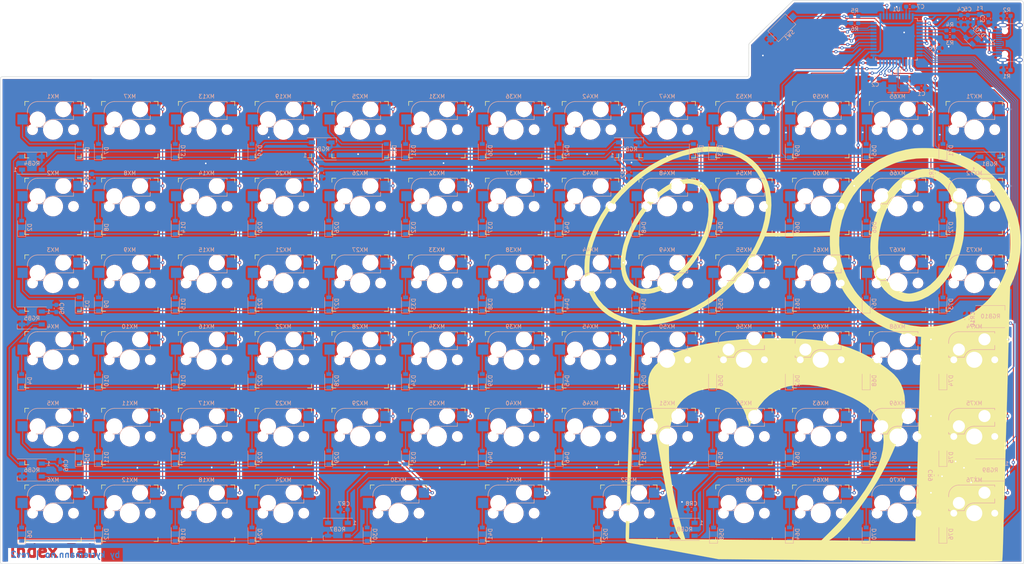
<source format=kicad_pcb>
(kicad_pcb (version 20171130) (host pcbnew "(5.1.5)-3")
  (layers (0 F.Cu signal hide) (31 B.Cu signal hide) (34 B.Paste user) (35 F.Paste user hide) (36 B.SilkS user) (37 F.SilkS user) (38 B.Mask user) (39 F.Mask user hide) (44 Edge.Cuts user))
  (net 0 "")
  (net 1 GND)
  (net 2 /XTAL2)
  (net 3 /XTAL1)
  (net 4 "Net-(D1-Pad2)")
  (net 5 "Net-(D2-Pad2)")
  (net 6 ROW0)
  (net 7 "Net-(D3-Pad2)")
  (net 8 ROW1)
  (net 9 "Net-(D4-Pad2)")
  (net 10 ROW2)
  (net 11 "Net-(D5-Pad2)")
  (net 12 ROW3)
  (net 13 "Net-(D6-Pad2)")
  (net 14 ROW4)
  (net 15 "Net-(D7-Pad2)")
  (net 16 ROW5)
  (net 17 "Net-(D8-Pad2)")
  (net 18 "Net-(D9-Pad2)")
  (net 19 "Net-(D10-Pad2)")
  (net 20 "Net-(D11-Pad2)")
  (net 21 "Net-(D12-Pad2)")
  (net 22 "Net-(D13-Pad2)")
  (net 23 "Net-(D14-Pad2)")
  (net 24 "Net-(D15-Pad2)")
  (net 25 "Net-(D16-Pad2)")
  (net 26 "Net-(D17-Pad2)")
  (net 27 "Net-(D18-Pad2)")
  (net 28 "Net-(D19-Pad2)")
  (net 29 "Net-(D20-Pad2)")
  (net 30 "Net-(D21-Pad2)")
  (net 31 "Net-(D22-Pad2)")
  (net 32 "Net-(D23-Pad2)")
  (net 33 "Net-(D24-Pad2)")
  (net 34 "Net-(D25-Pad2)")
  (net 35 "Net-(D26-Pad2)")
  (net 36 "Net-(D27-Pad2)")
  (net 37 "Net-(D28-Pad2)")
  (net 38 "Net-(D29-Pad2)")
  (net 39 "Net-(D30-Pad2)")
  (net 40 "Net-(D31-Pad2)")
  (net 41 "Net-(D32-Pad2)")
  (net 42 "Net-(D33-Pad2)")
  (net 43 "Net-(D34-Pad2)")
  (net 44 "Net-(D35-Pad2)")
  (net 45 "Net-(D36-Pad2)")
  (net 46 "Net-(D37-Pad2)")
  (net 47 "Net-(D38-Pad2)")
  (net 48 "Net-(D39-Pad2)")
  (net 49 "Net-(D40-Pad2)")
  (net 50 "Net-(D41-Pad2)")
  (net 51 "Net-(D42-Pad2)")
  (net 52 "Net-(D43-Pad2)")
  (net 53 "Net-(D44-Pad2)")
  (net 54 "Net-(D45-Pad2)")
  (net 55 "Net-(D46-Pad2)")
  (net 56 "Net-(D47-Pad2)")
  (net 57 "Net-(D48-Pad2)")
  (net 58 "Net-(D49-Pad2)")
  (net 59 "Net-(D50-Pad2)")
  (net 60 "Net-(D51-Pad2)")
  (net 61 "Net-(D52-Pad2)")
  (net 62 "Net-(D53-Pad2)")
  (net 63 "Net-(D54-Pad2)")
  (net 64 "Net-(D55-Pad2)")
  (net 65 "Net-(D56-Pad2)")
  (net 66 "Net-(D57-Pad2)")
  (net 67 "Net-(D58-Pad2)")
  (net 68 "Net-(D59-Pad2)")
  (net 69 "Net-(D60-Pad2)")
  (net 70 "Net-(D61-Pad2)")
  (net 71 "Net-(D62-Pad2)")
  (net 72 "Net-(D63-Pad2)")
  (net 73 "Net-(D64-Pad2)")
  (net 74 "Net-(D65-Pad2)")
  (net 75 "Net-(D66-Pad2)")
  (net 76 "Net-(D67-Pad2)")
  (net 77 "Net-(D68-Pad2)")
  (net 78 "Net-(D69-Pad2)")
  (net 79 "Net-(D70-Pad2)")
  (net 80 "Net-(D71-Pad2)")
  (net 81 "Net-(D72-Pad2)")
  (net 82 "Net-(D73-Pad2)")
  (net 83 "Net-(D74-Pad2)")
  (net 84 "Net-(D75-Pad2)")
  (net 85 "Net-(D76-Pad2)")
  (net 86 "Net-(J1-PadA5)")
  (net 87 "Net-(J1-PadB5)")
  (net 88 COL0)
  (net 89 COL1)
  (net 90 COL2)
  (net 91 COL3)
  (net 92 COL4)
  (net 93 COL5)
  (net 94 COL6)
  (net 95 COL7)
  (net 96 COL8)
  (net 97 COL9)
  (net 98 COL10)
  (net 99 COL11)
  (net 100 COL12)
  (net 101 "Net-(R3-Pad1)")
  (net 102 "Net-(R4-Pad1)")
  (net 103 "Net-(R6-Pad2)")
  (net 104 /+5v)
  (net 105 /D-)
  (net 106 /D+)
  (net 107 /RESET)
  (net 108 /AREF)
  (net 109 /UCAP)
  (net 110 "Net-(J1-PadB8)")
  (net 111 "Net-(J1-PadA8)")
  (net 112 RGB)
  (net 113 "Net-(RGB1-Pad2)")
  (net 114 "Net-(RGB2-Pad2)")
  (net 115 "Net-(RGB3-Pad2)")
  (net 116 "Net-(RGB4-Pad2)")
  (net 117 "Net-(RGB5-Pad2)")
  (net 118 "Net-(RGB6-Pad2)")
  (net 119 "Net-(RGB7-Pad2)")
  (net 120 "Net-(RGB8-Pad2)")
  (net 121 "Net-(RGB10-Pad4)")
  (net 122 "Net-(RGB10-Pad2)")
  (net 123 /V_BUS)
  (net 124 "Net-(U1-Pad40)")
  (net 125 "Net-(U1-Pad39)")
  (net 126 "Net-(U1-Pad38)")
  (net 127 "Net-(U1-Pad37)")
  (net 128 "Net-(U1-Pad41)")
  (module index-tab:monster (layer F.Cu) (at 221.725 112.875)
    (fp_text reference G*** hide)
    (fp_text value LOGO hide)
  )
  (module Connector_USB:USB_C_Receptacle_HRO_TYPE-C-31-M-12 (layer B.Cu) (at 276.875 35.5 270)
    (fp_text reference J1 (at 0 5.645 90) (layer B.SilkS) (effects (justify mirror)))
    (fp_text value USB_C_Receptacle_USB2.0)
    (pad B1 smd rect (at 3.25 4.045 270) (size 0.6 1.45) (layers B.Cu B.Paste B.Mask) (net 1 GND))
    (pad A9 smd rect (at 2.45 4.045 270) (size 0.6 1.45) (layers B.Cu B.Paste B.Mask) (net 123 /V_BUS))
    (pad B9 smd rect (at -2.45 4.045 270) (size 0.6 1.45) (layers B.Cu B.Paste B.Mask) (net 123 /V_BUS))
    (pad B12 smd rect (at -3.25 4.045 270) (size 0.6 1.45) (layers B.Cu B.Paste B.Mask) (net 1 GND))
    (pad A1 smd rect (at -3.25 4.045 270) (size 0.6 1.45) (layers B.Cu B.Paste B.Mask) (net 1 GND))
    (pad A4 smd rect (at -2.45 4.045 270) (size 0.6 1.45) (layers B.Cu B.Paste B.Mask) (net 123 /V_BUS))
    (pad B4 smd rect (at 2.45 4.045 270) (size 0.6 1.45) (layers B.Cu B.Paste B.Mask) (net 123 /V_BUS))
    (pad A12 smd rect (at 3.25 4.045 270) (size 0.6 1.45) (layers B.Cu B.Paste B.Mask) (net 1 GND))
    (pad B8 smd rect (at -1.75 4.045 270) (size 0.3 1.45) (layers B.Cu B.Paste B.Mask) (net 110 "Net-(J1-PadB8)"))
    (pad A5 smd rect (at -1.25 4.045 270) (size 0.3 1.45) (layers B.Cu B.Paste B.Mask) (net 86 "Net-(J1-PadA5)"))
    (pad B7 smd rect (at -0.75 4.045 270) (size 0.3 1.45) (layers B.Cu B.Paste B.Mask) (net 105 /D-))
    (pad A7 smd rect (at 0.25 4.045 270) (size 0.3 1.45) (layers B.Cu B.Paste B.Mask) (net 105 /D-))
    (pad B6 smd rect (at 0.75 4.045 270) (size 0.3 1.45) (layers B.Cu B.Paste B.Mask) (net 106 /D+))
    (pad A8 smd rect (at 1.25 4.045 270) (size 0.3 1.45) (layers B.Cu B.Paste B.Mask) (net 111 "Net-(J1-PadA8)"))
    (pad B5 smd rect (at 1.75 4.045 270) (size 0.3 1.45) (layers B.Cu B.Paste B.Mask) (net 87 "Net-(J1-PadB5)"))
    (pad A6 smd rect (at -0.25 4.045 270) (size 0.3 1.45) (layers B.Cu B.Paste B.Mask) (net 106 /D+))
    (pad S1 thru_hole oval (at 4.32 3.13 270) (size 1 2.1) (drill oval 0.6 1.7) (layers *.Cu *.Mask) (net 1 GND))
    (pad S1 thru_hole oval (at -4.32 3.13 270) (size 1 2.1) (drill oval 0.6 1.7) (layers *.Cu *.Mask) (net 1 GND))
    (pad "" np_thru_hole circle (at -2.89 2.6 270) (size 0.65 0.65) (drill 0.65) (layers *.Cu *.Mask))
    (pad S1 thru_hole oval (at -4.32 -1.05 270) (size 1 1.6) (drill oval 0.6 1.2) (layers *.Cu *.Mask) (net 1 GND))
    (pad "" np_thru_hole circle (at 2.89 2.6 270) (size 0.65 0.65) (drill 0.65) (layers *.Cu *.Mask))
    (pad S1 thru_hole oval (at 4.32 -1.05 270) (size 1 1.6) (drill oval 0.6 1.2) (layers *.Cu *.Mask) (net 1 GND))
  )
  (module Resistor_SMD:R_0603_1608Metric_Pad1.05x0.95mm_HandSolder (layer B.Cu) (at 260.668751 32.49375)
    (fp_text reference R4 (at -0.025 -1.4) (layer B.SilkS) (effects (justify mirror)))
    (fp_text value 22)
    (pad 1 smd roundrect (at -0.875 0) (size 1.05 0.95) (layers B.Cu B.Paste B.Mask) (net 102 "Net-(R4-Pad1)"))
    (pad 2 smd roundrect (at 0.875 0) (size 1.05 0.95) (layers B.Cu B.Paste B.Mask) (net 105 /D-))
  )
  (module Crystal:Crystal_SMD_3225-4Pin_3.2x2.5mm_HandSoldering (layer B.Cu) (at 247.85 45.65 180)
    (fp_text reference Y1 (at 0 3.05) (layer B.SilkS) (effects (justify mirror)))
    (fp_text value 16MHz)
    (pad 4 smd rect (at -1.45 1.15 180) (size 2.1 1.8) (layers B.Cu B.Paste B.Mask) (net 1 GND))
    (pad 3 smd rect (at 1.45 1.15 180) (size 2.1 1.8) (layers B.Cu B.Paste B.Mask) (net 3 /XTAL1))
    (pad 2 smd rect (at 1.45 -1.15 180) (size 2.1 1.8) (layers B.Cu B.Paste B.Mask) (net 1 GND))
    (pad 1 smd rect (at -1.45 -1.15 180) (size 2.1 1.8) (layers B.Cu B.Paste B.Mask) (net 2 /XTAL2))
  )
  (module Package_TO_SOT_SMD:SOT-143 (layer B.Cu) (at 266.149569 34.381066 135)
    (fp_text reference D101 (at 0.02 2.38 135) (layer B.SilkS) (effects (justify mirror)))
    (fp_text value PRTR5V0U2X)
    (pad 4 smd rect (at 1.1 0.95 225) (size 1 1.4) (layers B.Cu B.Paste B.Mask) (net 123 /V_BUS))
    (pad 3 smd rect (at 1.1 -0.95 225) (size 1 1.4) (layers B.Cu B.Paste B.Mask) (net 105 /D-))
    (pad 2 smd rect (at -1.1 -0.95 225) (size 1 1.4) (layers B.Cu B.Paste B.Mask) (net 106 /D+))
    (pad 1 smd rect (at -1.1 0.77 225) (size 1.2 1.4) (layers B.Cu B.Paste B.Mask) (net 1 GND))
  )
  (module Capacitor_SMD:C_0603_1608Metric_Pad1.05x0.95mm_HandSolder (layer B.Cu) (at 250.675 26.6)
    (fp_text reference C7 (at 2.725 0) (layer B.SilkS) (effects (justify mirror)))
    (fp_text value 0.1uF)
    (pad 2 smd roundrect (at 0.875 0) (size 1.05 0.95) (layers B.Cu B.Paste B.Mask) (net 1 GND))
    (pad 1 smd roundrect (at -0.875 0) (size 1.05 0.95) (layers B.Cu B.Paste B.Mask) (net 108 /AREF))
  )
  (module Capacitor_SMD:C_0603_1608Metric_Pad1.05x0.95mm_HandSolder (layer B.Cu) (at 257.271282 36.241282 315)
    (fp_text reference C6 (at 0 1.43 135) (layer B.SilkS) (effects (justify mirror)))
    (fp_text value 1uF)
    (pad 2 smd roundrect (at 0.875 0 315) (size 1.05 0.95) (layers B.Cu B.Paste B.Mask) (net 1 GND))
    (pad 1 smd roundrect (at -0.875 0 315) (size 1.05 0.95) (layers B.Cu B.Paste B.Mask) (net 109 /UCAP))
  )
  (module Capacitor_SMD:C_0603_1608Metric_Pad1.05x0.95mm_HandSolder (layer B.Cu) (at 265.087868 29.575 270)
    (fp_text reference C5 (at -2.325 -0.012132 180) (layer B.SilkS) (effects (justify mirror)))
    (fp_text value 0.1uF)
    (pad 2 smd roundrect (at 0.875 0 270) (size 1.05 0.95) (layers B.Cu B.Paste B.Mask) (net 1 GND))
    (pad 1 smd roundrect (at -0.875 0 270) (size 1.05 0.95) (layers B.Cu B.Paste B.Mask) (net 104 /+5v))
  )
  (module Capacitor_SMD:C_0603_1608Metric_Pad1.05x0.95mm_HandSolder (layer B.Cu) (at 263.362868 29.575 270)
    (fp_text reference C4 (at -2.275 -0.037132 180) (layer B.SilkS) (effects (justify mirror)))
    (fp_text value 1uF)
    (pad 2 smd roundrect (at 0.875 0 270) (size 1.05 0.95) (layers B.Cu B.Paste B.Mask) (net 1 GND))
    (pad 1 smd roundrect (at -0.875 0 270) (size 1.05 0.95) (layers B.Cu B.Paste B.Mask) (net 104 /+5v))
  )
  (module Capacitor_SMD:C_0603_1608Metric_Pad1.05x0.95mm_HandSolder (layer B.Cu) (at 270.2 29.575 270)
    (fp_text reference C3 (at 0 1.43 90) (layer B.SilkS) (effects (justify mirror)))
    (fp_text value 1uF)
    (pad 2 smd roundrect (at 0.875 0 270) (size 1.05 0.95) (layers B.Cu B.Paste B.Mask) (net 1 GND))
    (pad 1 smd roundrect (at -0.875 0 270) (size 1.05 0.95) (layers B.Cu B.Paste B.Mask) (net 104 /+5v))
  )
  (module Diode_SMD:D_SOD-123 (layer B.Cu) (at 258.925 157.6 90)
    (fp_text reference D76 (at 0 2 90) (layer B.SilkS) (effects (justify mirror)))
    (fp_text value 1N4148W)
    (pad 2 smd rect (at 1.65 0 90) (size 0.9 1.2) (layers B.Cu B.Paste B.Mask) (net 85 "Net-(D76-Pad2)"))
    (pad 1 smd rect (at -1.65 0 90) (size 0.9 1.2) (layers B.Cu B.Paste B.Mask) (net 16 ROW5))
  )
  (module Diode_SMD:D_SOD-123 (layer B.Cu) (at 258.925 138.55 90)
    (fp_text reference D75 (at 0 2 90) (layer B.SilkS) (effects (justify mirror)))
    (fp_text value 1N4148W)
    (pad 2 smd rect (at 1.65 0 90) (size 0.9 1.2) (layers B.Cu B.Paste B.Mask) (net 84 "Net-(D75-Pad2)"))
    (pad 1 smd rect (at -1.65 0 90) (size 0.9 1.2) (layers B.Cu B.Paste B.Mask) (net 14 ROW4))
  )
  (module Diode_SMD:D_SOD-123 (layer B.Cu) (at 258.925 119.5 90)
    (fp_text reference D74 (at 0 2 90) (layer B.SilkS) (effects (justify mirror)))
    (fp_text value 1N4148W)
    (pad 2 smd rect (at 1.65 0 90) (size 0.9 1.2) (layers B.Cu B.Paste B.Mask) (net 83 "Net-(D74-Pad2)"))
    (pad 1 smd rect (at -1.65 0 90) (size 0.9 1.2) (layers B.Cu B.Paste B.Mask) (net 12 ROW3))
  )
  (module Diode_SMD:D_SOD-123 (layer B.Cu) (at 258.925 100.45 90)
    (fp_text reference D73 (at 0 2 90) (layer B.SilkS) (effects (justify mirror)))
    (fp_text value 1N4148W)
    (pad 2 smd rect (at 1.65 0 90) (size 0.9 1.2) (layers B.Cu B.Paste B.Mask) (net 82 "Net-(D73-Pad2)"))
    (pad 1 smd rect (at -1.65 0 90) (size 0.9 1.2) (layers B.Cu B.Paste B.Mask) (net 10 ROW2))
  )
  (module Diode_SMD:D_SOD-123 (layer B.Cu) (at 258.925 81.4 90)
    (fp_text reference D72 (at 0 2 90) (layer B.SilkS) (effects (justify mirror)))
    (fp_text value 1N4148W)
    (pad 2 smd rect (at 1.65 0 90) (size 0.9 1.2) (layers B.Cu B.Paste B.Mask) (net 81 "Net-(D72-Pad2)"))
    (pad 1 smd rect (at -1.65 0 90) (size 0.9 1.2) (layers B.Cu B.Paste B.Mask) (net 8 ROW1))
  )
  (module Diode_SMD:D_SOD-123 (layer B.Cu) (at 258.925 62.35 90)
    (fp_text reference D71 (at 0 2 90) (layer B.SilkS) (effects (justify mirror)))
    (fp_text value 1N4148W)
    (pad 2 smd rect (at 1.65 0 90) (size 0.9 1.2) (layers B.Cu B.Paste B.Mask) (net 80 "Net-(D71-Pad2)"))
    (pad 1 smd rect (at -1.65 0 90) (size 0.9 1.2) (layers B.Cu B.Paste B.Mask) (net 6 ROW0))
  )
  (module Diode_SMD:D_SOD-123 (layer B.Cu) (at 239.875 157.6 90)
    (fp_text reference D70 (at 0 2 90) (layer B.SilkS) (effects (justify mirror)))
    (fp_text value 1N4148W)
    (pad 2 smd rect (at 1.65 0 90) (size 0.9 1.2) (layers B.Cu B.Paste B.Mask) (net 79 "Net-(D70-Pad2)"))
    (pad 1 smd rect (at -1.65 0 90) (size 0.9 1.2) (layers B.Cu B.Paste B.Mask) (net 16 ROW5))
  )
  (module Diode_SMD:D_SOD-123 (layer B.Cu) (at 239.875 138.55 90)
    (fp_text reference D69 (at 0 2 90) (layer B.SilkS) (effects (justify mirror)))
    (fp_text value 1N4148W)
    (pad 2 smd rect (at 1.65 0 90) (size 0.9 1.2) (layers B.Cu B.Paste B.Mask) (net 78 "Net-(D69-Pad2)"))
    (pad 1 smd rect (at -1.65 0 90) (size 0.9 1.2) (layers B.Cu B.Paste B.Mask) (net 14 ROW4))
  )
  (module Diode_SMD:D_SOD-123 (layer B.Cu) (at 239.875 119.5 90)
    (fp_text reference D68 (at 0 2 90) (layer B.SilkS) (effects (justify mirror)))
    (fp_text value 1N4148W)
    (pad 2 smd rect (at 1.65 0 90) (size 0.9 1.2) (layers B.Cu B.Paste B.Mask) (net 77 "Net-(D68-Pad2)"))
    (pad 1 smd rect (at -1.65 0 90) (size 0.9 1.2) (layers B.Cu B.Paste B.Mask) (net 12 ROW3))
  )
  (module Diode_SMD:D_SOD-123 (layer B.Cu) (at 239.875 100.45 90)
    (fp_text reference D67 (at 0 2 90) (layer B.SilkS) (effects (justify mirror)))
    (fp_text value 1N4148W)
    (pad 2 smd rect (at 1.65 0 90) (size 0.9 1.2) (layers B.Cu B.Paste B.Mask) (net 76 "Net-(D67-Pad2)"))
    (pad 1 smd rect (at -1.65 0 90) (size 0.9 1.2) (layers B.Cu B.Paste B.Mask) (net 10 ROW2))
  )
  (module Diode_SMD:D_SOD-123 (layer B.Cu) (at 239.875 81.4 90)
    (fp_text reference D66 (at 0 2 90) (layer B.SilkS) (effects (justify mirror)))
    (fp_text value 1N4148W)
    (pad 2 smd rect (at 1.65 0 90) (size 0.9 1.2) (layers B.Cu B.Paste B.Mask) (net 75 "Net-(D66-Pad2)"))
    (pad 1 smd rect (at -1.65 0 90) (size 0.9 1.2) (layers B.Cu B.Paste B.Mask) (net 8 ROW1))
  )
  (module Diode_SMD:D_SOD-123 (layer B.Cu) (at 239.875 62.35 90)
    (fp_text reference D65 (at 0 2 90) (layer B.SilkS) (effects (justify mirror)))
    (fp_text value 1N4148W)
    (pad 2 smd rect (at 1.65 0 90) (size 0.9 1.2) (layers B.Cu B.Paste B.Mask) (net 74 "Net-(D65-Pad2)"))
    (pad 1 smd rect (at -1.65 0 90) (size 0.9 1.2) (layers B.Cu B.Paste B.Mask) (net 6 ROW0))
  )
  (module Diode_SMD:D_SOD-123 (layer B.Cu) (at 220.825 157.6 90)
    (fp_text reference D64 (at 0 2 90) (layer B.SilkS) (effects (justify mirror)))
    (fp_text value 1N4148W)
    (pad 2 smd rect (at 1.65 0 90) (size 0.9 1.2) (layers B.Cu B.Paste B.Mask) (net 73 "Net-(D64-Pad2)"))
    (pad 1 smd rect (at -1.65 0 90) (size 0.9 1.2) (layers B.Cu B.Paste B.Mask) (net 16 ROW5))
  )
  (module Diode_SMD:D_SOD-123 (layer B.Cu) (at 220.825 138.55 90)
    (fp_text reference D63 (at 0 2 90) (layer B.SilkS) (effects (justify mirror)))
    (fp_text value 1N4148W)
    (pad 2 smd rect (at 1.65 0 90) (size 0.9 1.2) (layers B.Cu B.Paste B.Mask) (net 72 "Net-(D63-Pad2)"))
    (pad 1 smd rect (at -1.65 0 90) (size 0.9 1.2) (layers B.Cu B.Paste B.Mask) (net 14 ROW4))
  )
  (module Diode_SMD:D_SOD-123 (layer B.Cu) (at 220.825 119.5 90)
    (fp_text reference D62 (at 0 2 90) (layer B.SilkS) (effects (justify mirror)))
    (fp_text value 1N4148W)
    (pad 2 smd rect (at 1.65 0 90) (size 0.9 1.2) (layers B.Cu B.Paste B.Mask) (net 71 "Net-(D62-Pad2)"))
    (pad 1 smd rect (at -1.65 0 90) (size 0.9 1.2) (layers B.Cu B.Paste B.Mask) (net 12 ROW3))
  )
  (module Diode_SMD:D_SOD-123 (layer B.Cu) (at 220.825 100.45 90)
    (fp_text reference D61 (at 0 2 90) (layer B.SilkS) (effects (justify mirror)))
    (fp_text value 1N4148W)
    (pad 2 smd rect (at 1.65 0 90) (size 0.9 1.2) (layers B.Cu B.Paste B.Mask) (net 70 "Net-(D61-Pad2)"))
    (pad 1 smd rect (at -1.65 0 90) (size 0.9 1.2) (layers B.Cu B.Paste B.Mask) (net 10 ROW2))
  )
  (module Diode_SMD:D_SOD-123 (layer B.Cu) (at 220.825 81.4 90)
    (fp_text reference D60 (at 0 2 90) (layer B.SilkS) (effects (justify mirror)))
    (fp_text value 1N4148W)
    (pad 2 smd rect (at 1.65 0 90) (size 0.9 1.2) (layers B.Cu B.Paste B.Mask) (net 69 "Net-(D60-Pad2)"))
    (pad 1 smd rect (at -1.65 0 90) (size 0.9 1.2) (layers B.Cu B.Paste B.Mask) (net 8 ROW1))
  )
  (module Diode_SMD:D_SOD-123 (layer B.Cu) (at 220.825 62.35 90)
    (fp_text reference D59 (at 0 2 90) (layer B.SilkS) (effects (justify mirror)))
    (fp_text value 1N4148W)
    (pad 2 smd rect (at 1.65 0 90) (size 0.9 1.2) (layers B.Cu B.Paste B.Mask) (net 68 "Net-(D59-Pad2)"))
    (pad 1 smd rect (at -1.65 0 90) (size 0.9 1.2) (layers B.Cu B.Paste B.Mask) (net 6 ROW0))
  )
  (module Diode_SMD:D_SOD-123 (layer B.Cu) (at 202 157.6 90)
    (fp_text reference D58 (at 0 2 90) (layer B.SilkS) (effects (justify mirror)))
    (fp_text value 1N4148W)
    (pad 2 smd rect (at 1.65 0 90) (size 0.9 1.2) (layers B.Cu B.Paste B.Mask) (net 67 "Net-(D58-Pad2)"))
    (pad 1 smd rect (at -1.65 0 90) (size 0.9 1.2) (layers B.Cu B.Paste B.Mask) (net 16 ROW5))
  )
  (module Diode_SMD:D_SOD-123 (layer B.Cu) (at 201.775 138.55 90)
    (fp_text reference D57 (at 0 2 90) (layer B.SilkS) (effects (justify mirror)))
    (fp_text value 1N4148W)
    (pad 2 smd rect (at 1.65 0 90) (size 0.9 1.2) (layers B.Cu B.Paste B.Mask) (net 66 "Net-(D57-Pad2)"))
    (pad 1 smd rect (at -1.65 0 90) (size 0.9 1.2) (layers B.Cu B.Paste B.Mask) (net 14 ROW4))
  )
  (module Diode_SMD:D_SOD-123 (layer B.Cu) (at 201.775 119.5 90)
    (fp_text reference D56 (at 0 2 90) (layer B.SilkS) (effects (justify mirror)))
    (fp_text value 1N4148W)
    (pad 2 smd rect (at 1.65 0 90) (size 0.9 1.2) (layers B.Cu B.Paste B.Mask) (net 65 "Net-(D56-Pad2)"))
    (pad 1 smd rect (at -1.65 0 90) (size 0.9 1.2) (layers B.Cu B.Paste B.Mask) (net 12 ROW3))
  )
  (module Diode_SMD:D_SOD-123 (layer B.Cu) (at 201.775 100.45 90)
    (fp_text reference D55 (at 0 2 90) (layer B.SilkS) (effects (justify mirror)))
    (fp_text value 1N4148W)
    (pad 2 smd rect (at 1.65 0 90) (size 0.9 1.2) (layers B.Cu B.Paste B.Mask) (net 64 "Net-(D55-Pad2)"))
    (pad 1 smd rect (at -1.65 0 90) (size 0.9 1.2) (layers B.Cu B.Paste B.Mask) (net 10 ROW2))
  )
  (module Diode_SMD:D_SOD-123 (layer B.Cu) (at 201.775 81.4 90)
    (fp_text reference D54 (at 0 2 90) (layer B.SilkS) (effects (justify mirror)))
    (fp_text value 1N4148W)
    (pad 2 smd rect (at 1.65 0 90) (size 0.9 1.2) (layers B.Cu B.Paste B.Mask) (net 63 "Net-(D54-Pad2)"))
    (pad 1 smd rect (at -1.65 0 90) (size 0.9 1.2) (layers B.Cu B.Paste B.Mask) (net 8 ROW1))
  )
  (module Diode_SMD:D_SOD-123 (layer B.Cu) (at 201.775 62.35 90)
    (fp_text reference D53 (at 0 2 90) (layer B.SilkS) (effects (justify mirror)))
    (fp_text value 1N4148W)
    (pad 2 smd rect (at 1.65 0 90) (size 0.9 1.2) (layers B.Cu B.Paste B.Mask) (net 62 "Net-(D53-Pad2)"))
    (pad 1 smd rect (at -1.65 0 90) (size 0.9 1.2) (layers B.Cu B.Paste B.Mask) (net 6 ROW0))
  )
  (module Diode_SMD:D_SOD-123 (layer B.Cu) (at 173.2 157.6 90)
    (fp_text reference D52 (at 0 2 90) (layer B.SilkS) (effects (justify mirror)))
    (fp_text value 1N4148W)
    (pad 2 smd rect (at 1.65 0 90) (size 0.9 1.2) (layers B.Cu B.Paste B.Mask) (net 61 "Net-(D52-Pad2)"))
    (pad 1 smd rect (at -1.65 0 90) (size 0.9 1.2) (layers B.Cu B.Paste B.Mask) (net 16 ROW5))
  )
  (module Diode_SMD:D_SOD-123 (layer B.Cu) (at 182.725 138.55 90)
    (fp_text reference D51 (at 0 2 90) (layer B.SilkS) (effects (justify mirror)))
    (fp_text value 1N4148W)
    (pad 2 smd rect (at 1.65 0 90) (size 0.9 1.2) (layers B.Cu B.Paste B.Mask) (net 60 "Net-(D51-Pad2)"))
    (pad 1 smd rect (at -1.65 0 90) (size 0.9 1.2) (layers B.Cu B.Paste B.Mask) (net 14 ROW4))
  )
  (module Diode_SMD:D_SOD-123 (layer B.Cu) (at 182.725 119.5 90)
    (fp_text reference D50 (at 0 2 90) (layer B.SilkS) (effects (justify mirror)))
    (fp_text value 1N4148W)
    (pad 2 smd rect (at 1.65 0 90) (size 0.9 1.2) (layers B.Cu B.Paste B.Mask) (net 59 "Net-(D50-Pad2)"))
    (pad 1 smd rect (at -1.65 0 90) (size 0.9 1.2) (layers B.Cu B.Paste B.Mask) (net 12 ROW3))
  )
  (module Diode_SMD:D_SOD-123 (layer B.Cu) (at 182.725 100.45 90)
    (fp_text reference D49 (at 0 2 90) (layer B.SilkS) (effects (justify mirror)))
    (fp_text value 1N4148W)
    (pad 2 smd rect (at 1.65 0 90) (size 0.9 1.2) (layers B.Cu B.Paste B.Mask) (net 58 "Net-(D49-Pad2)"))
    (pad 1 smd rect (at -1.65 0 90) (size 0.9 1.2) (layers B.Cu B.Paste B.Mask) (net 10 ROW2))
  )
  (module Diode_SMD:D_SOD-123 (layer B.Cu) (at 182.725 81.4 90)
    (fp_text reference D48 (at 0 2 90) (layer B.SilkS) (effects (justify mirror)))
    (fp_text value 1N4148W)
    (pad 2 smd rect (at 1.65 0 90) (size 0.9 1.2) (layers B.Cu B.Paste B.Mask) (net 57 "Net-(D48-Pad2)"))
    (pad 1 smd rect (at -1.65 0 90) (size 0.9 1.2) (layers B.Cu B.Paste B.Mask) (net 8 ROW1))
  )
  (module Diode_SMD:D_SOD-123 (layer B.Cu) (at 197.005 62.35 90)
    (fp_text reference D47 (at 0 2 90) (layer B.SilkS) (effects (justify mirror)))
    (fp_text value 1N4148W)
    (pad 2 smd rect (at 1.65 0 90) (size 0.9 1.2) (layers B.Cu B.Paste B.Mask) (net 56 "Net-(D47-Pad2)"))
    (pad 1 smd rect (at -1.65 0 90) (size 0.9 1.2) (layers B.Cu B.Paste B.Mask) (net 6 ROW0))
  )
  (module Diode_SMD:D_SOD-123 (layer B.Cu) (at 163.675 138.55 90)
    (fp_text reference D46 (at 0 2 90) (layer B.SilkS) (effects (justify mirror)))
    (fp_text value 1N4148W)
    (pad 2 smd rect (at 1.65 0 90) (size 0.9 1.2) (layers B.Cu B.Paste B.Mask) (net 55 "Net-(D46-Pad2)"))
    (pad 1 smd rect (at -1.65 0 90) (size 0.9 1.2) (layers B.Cu B.Paste B.Mask) (net 14 ROW4))
  )
  (module Diode_SMD:D_SOD-123 (layer B.Cu) (at 163.675 119.5 90)
    (fp_text reference D45 (at 0 2 90) (layer B.SilkS) (effects (justify mirror)))
    (fp_text value 1N4148W)
    (pad 2 smd rect (at 1.65 0 90) (size 0.9 1.2) (layers B.Cu B.Paste B.Mask) (net 54 "Net-(D45-Pad2)"))
    (pad 1 smd rect (at -1.65 0 90) (size 0.9 1.2) (layers B.Cu B.Paste B.Mask) (net 12 ROW3))
  )
  (module Diode_SMD:D_SOD-123 (layer B.Cu) (at 163.675 100.45 90)
    (fp_text reference D44 (at 0 2 90) (layer B.SilkS) (effects (justify mirror)))
    (fp_text value 1N4148W)
    (pad 2 smd rect (at 1.65 0 90) (size 0.9 1.2) (layers B.Cu B.Paste B.Mask) (net 53 "Net-(D44-Pad2)"))
    (pad 1 smd rect (at -1.65 0 90) (size 0.9 1.2) (layers B.Cu B.Paste B.Mask) (net 10 ROW2))
  )
  (module Diode_SMD:D_SOD-123 (layer B.Cu) (at 163.675 81.4 90)
    (fp_text reference D43 (at 0 2 90) (layer B.SilkS) (effects (justify mirror)))
    (fp_text value 1N4148W)
    (pad 2 smd rect (at 1.65 0 90) (size 0.9 1.2) (layers B.Cu B.Paste B.Mask) (net 52 "Net-(D43-Pad2)"))
    (pad 1 smd rect (at -1.65 0 90) (size 0.9 1.2) (layers B.Cu B.Paste B.Mask) (net 8 ROW1))
  )
  (module Diode_SMD:D_SOD-123 (layer B.Cu) (at 163.675 62.35 90)
    (fp_text reference D42 (at 0 2 90) (layer B.SilkS) (effects (justify mirror)))
    (fp_text value 1N4148W)
    (pad 2 smd rect (at 1.65 0 90) (size 0.9 1.2) (layers B.Cu B.Paste B.Mask) (net 51 "Net-(D42-Pad2)"))
    (pad 1 smd rect (at -1.65 0 90) (size 0.9 1.2) (layers B.Cu B.Paste B.Mask) (net 6 ROW0))
  )
  (module Diode_SMD:D_SOD-123 (layer B.Cu) (at 144.625 157.6 90)
    (fp_text reference D41 (at 0 2 90) (layer B.SilkS) (effects (justify mirror)))
    (fp_text value 1N4148W)
    (pad 2 smd rect (at 1.65 0 90) (size 0.9 1.2) (layers B.Cu B.Paste B.Mask) (net 50 "Net-(D41-Pad2)"))
    (pad 1 smd rect (at -1.65 0 90) (size 0.9 1.2) (layers B.Cu B.Paste B.Mask) (net 16 ROW5))
  )
  (module Diode_SMD:D_SOD-123 (layer B.Cu) (at 144.625 138.55 90)
    (fp_text reference D40 (at 0 2 90) (layer B.SilkS) (effects (justify mirror)))
    (fp_text value 1N4148W)
    (pad 2 smd rect (at 1.65 0 90) (size 0.9 1.2) (layers B.Cu B.Paste B.Mask) (net 49 "Net-(D40-Pad2)"))
    (pad 1 smd rect (at -1.65 0 90) (size 0.9 1.2) (layers B.Cu B.Paste B.Mask) (net 14 ROW4))
  )
  (module Diode_SMD:D_SOD-123 (layer B.Cu) (at 144.625 119.5 90)
    (fp_text reference D39 (at 0 2 90) (layer B.SilkS) (effects (justify mirror)))
    (fp_text value 1N4148W)
    (pad 2 smd rect (at 1.65 0 90) (size 0.9 1.2) (layers B.Cu B.Paste B.Mask) (net 48 "Net-(D39-Pad2)"))
    (pad 1 smd rect (at -1.65 0 90) (size 0.9 1.2) (layers B.Cu B.Paste B.Mask) (net 12 ROW3))
  )
  (module Diode_SMD:D_SOD-123 (layer B.Cu) (at 144.625 100.45 90)
    (fp_text reference D38 (at 0 2 90) (layer B.SilkS) (effects (justify mirror)))
    (fp_text value 1N4148W)
    (pad 2 smd rect (at 1.65 0 90) (size 0.9 1.2) (layers B.Cu B.Paste B.Mask) (net 47 "Net-(D38-Pad2)"))
    (pad 1 smd rect (at -1.65 0 90) (size 0.9 1.2) (layers B.Cu B.Paste B.Mask) (net 10 ROW2))
  )
  (module Diode_SMD:D_SOD-123 (layer B.Cu) (at 144.625 81.4 90)
    (fp_text reference D37 (at 0 2 90) (layer B.SilkS) (effects (justify mirror)))
    (fp_text value 1N4148W)
    (pad 2 smd rect (at 1.65 0 90) (size 0.9 1.2) (layers B.Cu B.Paste B.Mask) (net 46 "Net-(D37-Pad2)"))
    (pad 1 smd rect (at -1.65 0 90) (size 0.9 1.2) (layers B.Cu B.Paste B.Mask) (net 8 ROW1))
  )
  (module Diode_SMD:D_SOD-123 (layer B.Cu) (at 144.625 62.35 90)
    (fp_text reference D36 (at 0 2 90) (layer B.SilkS) (effects (justify mirror)))
    (fp_text value 1N4148W)
    (pad 2 smd rect (at 1.65 0 90) (size 0.9 1.2) (layers B.Cu B.Paste B.Mask) (net 45 "Net-(D36-Pad2)"))
    (pad 1 smd rect (at -1.65 0 90) (size 0.9 1.2) (layers B.Cu B.Paste B.Mask) (net 6 ROW0))
  )
  (module Diode_SMD:D_SOD-123 (layer B.Cu) (at 125.575 138.55 90)
    (fp_text reference D35 (at 0 2 90) (layer B.SilkS) (effects (justify mirror)))
    (fp_text value 1N4148W)
    (pad 2 smd rect (at 1.65 0 90) (size 0.9 1.2) (layers B.Cu B.Paste B.Mask) (net 44 "Net-(D35-Pad2)"))
    (pad 1 smd rect (at -1.65 0 90) (size 0.9 1.2) (layers B.Cu B.Paste B.Mask) (net 14 ROW4))
  )
  (module Diode_SMD:D_SOD-123 (layer B.Cu) (at 125.575 119.5 90)
    (fp_text reference D34 (at 0 2 90) (layer B.SilkS) (effects (justify mirror)))
    (fp_text value 1N4148W)
    (pad 2 smd rect (at 1.65 0 90) (size 0.9 1.2) (layers B.Cu B.Paste B.Mask) (net 43 "Net-(D34-Pad2)"))
    (pad 1 smd rect (at -1.65 0 90) (size 0.9 1.2) (layers B.Cu B.Paste B.Mask) (net 12 ROW3))
  )
  (module Diode_SMD:D_SOD-123 (layer B.Cu) (at 125.575 100.45 90)
    (fp_text reference D33 (at 0 2 90) (layer B.SilkS) (effects (justify mirror)))
    (fp_text value 1N4148W)
    (pad 2 smd rect (at 1.65 0 90) (size 0.9 1.2) (layers B.Cu B.Paste B.Mask) (net 42 "Net-(D33-Pad2)"))
    (pad 1 smd rect (at -1.65 0 90) (size 0.9 1.2) (layers B.Cu B.Paste B.Mask) (net 10 ROW2))
  )
  (module Diode_SMD:D_SOD-123 (layer B.Cu) (at 125.575 81.4 90)
    (fp_text reference D32 (at 0 2 90) (layer B.SilkS) (effects (justify mirror)))
    (fp_text value 1N4148W)
    (pad 2 smd rect (at 1.65 0 90) (size 0.9 1.2) (layers B.Cu B.Paste B.Mask) (net 41 "Net-(D32-Pad2)"))
    (pad 1 smd rect (at -1.65 0 90) (size 0.9 1.2) (layers B.Cu B.Paste B.Mask) (net 8 ROW1))
  )
  (module Diode_SMD:D_SOD-123 (layer B.Cu) (at 125.575 62.35 90)
    (fp_text reference D31 (at 0 2 90) (layer B.SilkS) (effects (justify mirror)))
    (fp_text value 1N4148W)
    (pad 2 smd rect (at 1.65 0 90) (size 0.9 1.2) (layers B.Cu B.Paste B.Mask) (net 40 "Net-(D31-Pad2)"))
    (pad 1 smd rect (at -1.65 0 90) (size 0.9 1.2) (layers B.Cu B.Paste B.Mask) (net 6 ROW0))
  )
  (module Diode_SMD:D_SOD-123 (layer B.Cu) (at 116.05 157.6 90)
    (fp_text reference D30 (at 0 2 90) (layer B.SilkS) (effects (justify mirror)))
    (fp_text value 1N4148W)
    (pad 2 smd rect (at 1.65 0 90) (size 0.9 1.2) (layers B.Cu B.Paste B.Mask) (net 39 "Net-(D30-Pad2)"))
    (pad 1 smd rect (at -1.65 0 90) (size 0.9 1.2) (layers B.Cu B.Paste B.Mask) (net 16 ROW5))
  )
  (module Diode_SMD:D_SOD-123 (layer B.Cu) (at 106.525 138.55 90)
    (fp_text reference D29 (at 0 2 90) (layer B.SilkS) (effects (justify mirror)))
    (fp_text value 1N4148W)
    (pad 2 smd rect (at 1.65 0 90) (size 0.9 1.2) (layers B.Cu B.Paste B.Mask) (net 38 "Net-(D29-Pad2)"))
    (pad 1 smd rect (at -1.65 0 90) (size 0.9 1.2) (layers B.Cu B.Paste B.Mask) (net 14 ROW4))
  )
  (module Diode_SMD:D_SOD-123 (layer B.Cu) (at 106.525 119.5 90)
    (fp_text reference D28 (at 0 2 90) (layer B.SilkS) (effects (justify mirror)))
    (fp_text value 1N4148W)
    (pad 2 smd rect (at 1.65 0 90) (size 0.9 1.2) (layers B.Cu B.Paste B.Mask) (net 37 "Net-(D28-Pad2)"))
    (pad 1 smd rect (at -1.65 0 90) (size 0.9 1.2) (layers B.Cu B.Paste B.Mask) (net 12 ROW3))
  )
  (module Diode_SMD:D_SOD-123 (layer B.Cu) (at 106.525 100.45 90)
    (fp_text reference D27 (at 0 2 90) (layer B.SilkS) (effects (justify mirror)))
    (fp_text value 1N4148W)
    (pad 2 smd rect (at 1.65 0 90) (size 0.9 1.2) (layers B.Cu B.Paste B.Mask) (net 36 "Net-(D27-Pad2)"))
    (pad 1 smd rect (at -1.65 0 90) (size 0.9 1.2) (layers B.Cu B.Paste B.Mask) (net 10 ROW2))
  )
  (module Diode_SMD:D_SOD-123 (layer B.Cu) (at 106.525 81.4 90)
    (fp_text reference D26 (at 0 2 90) (layer B.SilkS) (effects (justify mirror)))
    (fp_text value 1N4148W)
    (pad 2 smd rect (at 1.65 0 90) (size 0.9 1.2) (layers B.Cu B.Paste B.Mask) (net 35 "Net-(D26-Pad2)"))
    (pad 1 smd rect (at -1.65 0 90) (size 0.9 1.2) (layers B.Cu B.Paste B.Mask) (net 8 ROW1))
  )
  (module Diode_SMD:D_SOD-123 (layer B.Cu) (at 120.805 62.35 90)
    (fp_text reference D25 (at 0 2 90) (layer B.SilkS) (effects (justify mirror)))
    (fp_text value 1N4148W)
    (pad 2 smd rect (at 1.65 0 90) (size 0.9 1.2) (layers B.Cu B.Paste B.Mask) (net 34 "Net-(D25-Pad2)"))
    (pad 1 smd rect (at -1.65 0 90) (size 0.9 1.2) (layers B.Cu B.Paste B.Mask) (net 6 ROW0))
  )
  (module Diode_SMD:D_SOD-123 (layer B.Cu) (at 87.475 157.6 90)
    (fp_text reference D24 (at 0 2 90) (layer B.SilkS) (effects (justify mirror)))
    (fp_text value 1N4148W)
    (pad 2 smd rect (at 1.65 0 90) (size 0.9 1.2) (layers B.Cu B.Paste B.Mask) (net 33 "Net-(D24-Pad2)"))
    (pad 1 smd rect (at -1.65 0 90) (size 0.9 1.2) (layers B.Cu B.Paste B.Mask) (net 16 ROW5))
  )
  (module Diode_SMD:D_SOD-123 (layer B.Cu) (at 87.475 138.55 90)
    (fp_text reference D23 (at 0 2 90) (layer B.SilkS) (effects (justify mirror)))
    (fp_text value 1N4148W)
    (pad 2 smd rect (at 1.65 0 90) (size 0.9 1.2) (layers B.Cu B.Paste B.Mask) (net 32 "Net-(D23-Pad2)"))
    (pad 1 smd rect (at -1.65 0 90) (size 0.9 1.2) (layers B.Cu B.Paste B.Mask) (net 14 ROW4))
  )
  (module Diode_SMD:D_SOD-123 (layer B.Cu) (at 87.475 119.5 90)
    (fp_text reference D22 (at 0 2 90) (layer B.SilkS) (effects (justify mirror)))
    (fp_text value 1N4148W)
    (pad 2 smd rect (at 1.65 0 90) (size 0.9 1.2) (layers B.Cu B.Paste B.Mask) (net 31 "Net-(D22-Pad2)"))
    (pad 1 smd rect (at -1.65 0 90) (size 0.9 1.2) (layers B.Cu B.Paste B.Mask) (net 12 ROW3))
  )
  (module Diode_SMD:D_SOD-123 (layer B.Cu) (at 87.475 100.45 90)
    (fp_text reference D21 (at 0 2 90) (layer B.SilkS) (effects (justify mirror)))
    (fp_text value 1N4148W)
    (pad 2 smd rect (at 1.65 0 90) (size 0.9 1.2) (layers B.Cu B.Paste B.Mask) (net 30 "Net-(D21-Pad2)"))
    (pad 1 smd rect (at -1.65 0 90) (size 0.9 1.2) (layers B.Cu B.Paste B.Mask) (net 10 ROW2))
  )
  (module Diode_SMD:D_SOD-123 (layer B.Cu) (at 87.475 81.4 90)
    (fp_text reference D20 (at 0 2 90) (layer B.SilkS) (effects (justify mirror)))
    (fp_text value 1N4148W)
    (pad 2 smd rect (at 1.65 0 90) (size 0.9 1.2) (layers B.Cu B.Paste B.Mask) (net 29 "Net-(D20-Pad2)"))
    (pad 1 smd rect (at -1.65 0 90) (size 0.9 1.2) (layers B.Cu B.Paste B.Mask) (net 8 ROW1))
  )
  (module Diode_SMD:D_SOD-123 (layer B.Cu) (at 87.475 62.35 90)
    (fp_text reference D19 (at 0 2 90) (layer B.SilkS) (effects (justify mirror)))
    (fp_text value 1N4148W)
    (pad 2 smd rect (at 1.65 0 90) (size 0.9 1.2) (layers B.Cu B.Paste B.Mask) (net 28 "Net-(D19-Pad2)"))
    (pad 1 smd rect (at -1.65 0 90) (size 0.9 1.2) (layers B.Cu B.Paste B.Mask) (net 6 ROW0))
  )
  (module Diode_SMD:D_SOD-123 (layer B.Cu) (at 68.425 157.6 90)
    (fp_text reference D18 (at 0 2 90) (layer B.SilkS) (effects (justify mirror)))
    (fp_text value 1N4148W)
    (pad 2 smd rect (at 1.65 0 90) (size 0.9 1.2) (layers B.Cu B.Paste B.Mask) (net 27 "Net-(D18-Pad2)"))
    (pad 1 smd rect (at -1.65 0 90) (size 0.9 1.2) (layers B.Cu B.Paste B.Mask) (net 16 ROW5))
  )
  (module Diode_SMD:D_SOD-123 (layer B.Cu) (at 68.425 138.55 90)
    (fp_text reference D17 (at 0 2 90) (layer B.SilkS) (effects (justify mirror)))
    (fp_text value 1N4148W)
    (pad 2 smd rect (at 1.65 0 90) (size 0.9 1.2) (layers B.Cu B.Paste B.Mask) (net 26 "Net-(D17-Pad2)"))
    (pad 1 smd rect (at -1.65 0 90) (size 0.9 1.2) (layers B.Cu B.Paste B.Mask) (net 14 ROW4))
  )
  (module Diode_SMD:D_SOD-123 (layer B.Cu) (at 68.425 119.5 90)
    (fp_text reference D16 (at 0 2 90) (layer B.SilkS) (effects (justify mirror)))
    (fp_text value 1N4148W)
    (pad 2 smd rect (at 1.65 0 90) (size 0.9 1.2) (layers B.Cu B.Paste B.Mask) (net 25 "Net-(D16-Pad2)"))
    (pad 1 smd rect (at -1.65 0 90) (size 0.9 1.2) (layers B.Cu B.Paste B.Mask) (net 12 ROW3))
  )
  (module Diode_SMD:D_SOD-123 (layer B.Cu) (at 68.425 100.45 90)
    (fp_text reference D15 (at 0 2 90) (layer B.SilkS) (effects (justify mirror)))
    (fp_text value 1N4148W)
    (pad 2 smd rect (at 1.65 0 90) (size 0.9 1.2) (layers B.Cu B.Paste B.Mask) (net 24 "Net-(D15-Pad2)"))
    (pad 1 smd rect (at -1.65 0 90) (size 0.9 1.2) (layers B.Cu B.Paste B.Mask) (net 10 ROW2))
  )
  (module Diode_SMD:D_SOD-123 (layer B.Cu) (at 68.425 81.4 90)
    (fp_text reference D14 (at 0 2 90) (layer B.SilkS) (effects (justify mirror)))
    (fp_text value 1N4148W)
    (pad 2 smd rect (at 1.65 0 90) (size 0.9 1.2) (layers B.Cu B.Paste B.Mask) (net 23 "Net-(D14-Pad2)"))
    (pad 1 smd rect (at -1.65 0 90) (size 0.9 1.2) (layers B.Cu B.Paste B.Mask) (net 8 ROW1))
  )
  (module Diode_SMD:D_SOD-123 (layer B.Cu) (at 68.425 62.35 90)
    (fp_text reference D13 (at 0 2 90) (layer B.SilkS) (effects (justify mirror)))
    (fp_text value 1N4148W)
    (pad 2 smd rect (at 1.65 0 90) (size 0.9 1.2) (layers B.Cu B.Paste B.Mask) (net 22 "Net-(D13-Pad2)"))
    (pad 1 smd rect (at -1.65 0 90) (size 0.9 1.2) (layers B.Cu B.Paste B.Mask) (net 6 ROW0))
  )
  (module Diode_SMD:D_SOD-123 (layer B.Cu) (at 49.375 157.6 90)
    (fp_text reference D12 (at 0 2 90) (layer B.SilkS) (effects (justify mirror)))
    (fp_text value 1N4148W)
    (pad 2 smd rect (at 1.65 0 90) (size 0.9 1.2) (layers B.Cu B.Paste B.Mask) (net 21 "Net-(D12-Pad2)"))
    (pad 1 smd rect (at -1.65 0 90) (size 0.9 1.2) (layers B.Cu B.Paste B.Mask) (net 16 ROW5))
  )
  (module Diode_SMD:D_SOD-123 (layer B.Cu) (at 49.375 138.55 90)
    (fp_text reference D11 (at 0 2 90) (layer B.SilkS) (effects (justify mirror)))
    (fp_text value 1N4148W)
    (pad 2 smd rect (at 1.65 0 90) (size 0.9 1.2) (layers B.Cu B.Paste B.Mask) (net 20 "Net-(D11-Pad2)"))
    (pad 1 smd rect (at -1.65 0 90) (size 0.9 1.2) (layers B.Cu B.Paste B.Mask) (net 14 ROW4))
  )
  (module Diode_SMD:D_SOD-123 (layer B.Cu) (at 49.375 119.5 90)
    (fp_text reference D10 (at 0 2 90) (layer B.SilkS) (effects (justify mirror)))
    (fp_text value 1N4148W)
    (pad 2 smd rect (at 1.65 0 90) (size 0.9 1.2) (layers B.Cu B.Paste B.Mask) (net 19 "Net-(D10-Pad2)"))
    (pad 1 smd rect (at -1.65 0 90) (size 0.9 1.2) (layers B.Cu B.Paste B.Mask) (net 12 ROW3))
  )
  (module Diode_SMD:D_SOD-123 (layer B.Cu) (at 49.375 100.45 90)
    (fp_text reference D9 (at 0 2 90) (layer B.SilkS) (effects (justify mirror)))
    (fp_text value 1N4148W)
    (pad 2 smd rect (at 1.65 0 90) (size 0.9 1.2) (layers B.Cu B.Paste B.Mask) (net 18 "Net-(D9-Pad2)"))
    (pad 1 smd rect (at -1.65 0 90) (size 0.9 1.2) (layers B.Cu B.Paste B.Mask) (net 10 ROW2))
  )
  (module Diode_SMD:D_SOD-123 (layer B.Cu) (at 49.375 81.4 90)
    (fp_text reference D8 (at 0 2 90) (layer B.SilkS) (effects (justify mirror)))
    (fp_text value 1N4148W)
    (pad 2 smd rect (at 1.65 0 90) (size 0.9 1.2) (layers B.Cu B.Paste B.Mask) (net 17 "Net-(D8-Pad2)"))
    (pad 1 smd rect (at -1.65 0 90) (size 0.9 1.2) (layers B.Cu B.Paste B.Mask) (net 8 ROW1))
  )
  (module Diode_SMD:D_SOD-123 (layer B.Cu) (at 49.375 62.35 90)
    (fp_text reference D7 (at 0 2 90) (layer B.SilkS) (effects (justify mirror)))
    (fp_text value 1N4148W)
    (pad 2 smd rect (at 1.65 0 90) (size 0.9 1.2) (layers B.Cu B.Paste B.Mask) (net 15 "Net-(D7-Pad2)"))
    (pad 1 smd rect (at -1.65 0 90) (size 0.9 1.2) (layers B.Cu B.Paste B.Mask) (net 6 ROW0))
  )
  (module Diode_SMD:D_SOD-123 (layer B.Cu) (at 30.325 157.6 90)
    (fp_text reference D6 (at 0 2 90) (layer B.SilkS) (effects (justify mirror)))
    (fp_text value 1N4148W)
    (pad 2 smd rect (at 1.65 0 90) (size 0.9 1.2) (layers B.Cu B.Paste B.Mask) (net 13 "Net-(D6-Pad2)"))
    (pad 1 smd rect (at -1.65 0 90) (size 0.9 1.2) (layers B.Cu B.Paste B.Mask) (net 16 ROW5))
  )
  (module Diode_SMD:D_SOD-123 (layer B.Cu) (at 44.605 138.55 90)
    (fp_text reference D5 (at 0 2 90) (layer B.SilkS) (effects (justify mirror)))
    (fp_text value 1N4148W)
    (pad 2 smd rect (at 1.65 0 90) (size 0.9 1.2) (layers B.Cu B.Paste B.Mask) (net 11 "Net-(D5-Pad2)"))
    (pad 1 smd rect (at -1.65 0 90) (size 0.9 1.2) (layers B.Cu B.Paste B.Mask) (net 14 ROW4))
  )
  (module Diode_SMD:D_SOD-123 (layer B.Cu) (at 30.325 119.5 90)
    (fp_text reference D4 (at 0 2 90) (layer B.SilkS) (effects (justify mirror)))
    (fp_text value 1N4148W)
    (pad 2 smd rect (at 1.65 0 90) (size 0.9 1.2) (layers B.Cu B.Paste B.Mask) (net 9 "Net-(D4-Pad2)"))
    (pad 1 smd rect (at -1.65 0 90) (size 0.9 1.2) (layers B.Cu B.Paste B.Mask) (net 12 ROW3))
  )
  (module Diode_SMD:D_SOD-123 (layer B.Cu) (at 44.605 100.45 90)
    (fp_text reference D3 (at 0 2 90) (layer B.SilkS) (effects (justify mirror)))
    (fp_text value 1N4148W)
    (pad 2 smd rect (at 1.65 0 90) (size 0.9 1.2) (layers B.Cu B.Paste B.Mask) (net 7 "Net-(D3-Pad2)"))
    (pad 1 smd rect (at -1.65 0 90) (size 0.9 1.2) (layers B.Cu B.Paste B.Mask) (net 10 ROW2))
  )
  (module Diode_SMD:D_SOD-123 (layer B.Cu) (at 30.325 81.4 90)
    (fp_text reference D2 (at 0 2 90) (layer B.SilkS) (effects (justify mirror)))
    (fp_text value 1N4148W)
    (pad 2 smd rect (at 1.65 0 90) (size 0.9 1.2) (layers B.Cu B.Paste B.Mask) (net 5 "Net-(D2-Pad2)"))
    (pad 1 smd rect (at -1.65 0 90) (size 0.9 1.2) (layers B.Cu B.Paste B.Mask) (net 8 ROW1))
  )
  (module Diode_SMD:D_SOD-123 (layer B.Cu) (at 44.605 62.35 90)
    (fp_text reference D1 (at 0 2 90) (layer B.SilkS) (effects (justify mirror)))
    (fp_text value 1N4148W)
    (pad 2 smd rect (at 1.65 0 90) (size 0.9 1.2) (layers B.Cu B.Paste B.Mask) (net 4 "Net-(D1-Pad2)"))
    (pad 1 smd rect (at -1.65 0 90) (size 0.9 1.2) (layers B.Cu B.Paste B.Mask) (net 6 ROW0))
  )
  (module Capacitor_SMD:C_0603_1608Metric_Pad1.05x0.95mm_HandSolder (layer B.Cu) (at 264.875 104.250001 90)
    (fp_text reference CR10 (at 0 1.43 90) (layer B.SilkS) (effects (justify mirror)))
    (fp_text value 0.1uF)
    (pad 2 smd roundrect (at 0.875 0 90) (size 1.05 0.95) (layers B.Cu B.Paste B.Mask) (net 1 GND))
    (pad 1 smd roundrect (at -0.875 0 90) (size 1.05 0.95) (layers B.Cu B.Paste B.Mask) (net 104 /+5v))
  )
  (module Capacitor_SMD:C_0603_1608Metric_Pad1.05x0.95mm_HandSolder (layer B.Cu) (at 257.275 142.999999 270)
    (fp_text reference CR9 (at 0 1.43 90) (layer B.SilkS) (effects (justify mirror)))
    (fp_text value 0.1uF)
    (pad 2 smd roundrect (at 0.875 0 270) (size 1.05 0.95) (layers B.Cu B.Paste B.Mask) (net 1 GND))
    (pad 1 smd roundrect (at -0.875 0 270) (size 1.05 0.95) (layers B.Cu B.Paste B.Mask) (net 104 /+5v))
  )
  (module Capacitor_SMD:C_0603_1608Metric_Pad1.05x0.95mm_HandSolder (layer B.Cu) (at 196.525001 151.45 180)
    (fp_text reference CR8 (at 0 1.43) (layer B.SilkS) (effects (justify mirror)))
    (fp_text value 0.1uF)
    (pad 2 smd roundrect (at 0.875 0 180) (size 1.05 0.95) (layers B.Cu B.Paste B.Mask) (net 1 GND))
    (pad 1 smd roundrect (at -0.875 0 180) (size 1.05 0.95) (layers B.Cu B.Paste B.Mask) (net 104 /+5v))
  )
  (module Capacitor_SMD:C_0603_1608Metric_Pad1.05x0.95mm_HandSolder (layer B.Cu) (at 110.300001 151.5 180)
    (fp_text reference CR7 (at 0 1.43) (layer B.SilkS) (effects (justify mirror)))
    (fp_text value 0.1uF)
    (pad 2 smd roundrect (at 0.875 0 180) (size 1.05 0.95) (layers B.Cu B.Paste B.Mask) (net 1 GND))
    (pad 1 smd roundrect (at -0.875 0 180) (size 1.05 0.95) (layers B.Cu B.Paste B.Mask) (net 104 /+5v))
  )
  (module Capacitor_SMD:C_0603_1608Metric_Pad1.05x0.95mm_HandSolder (layer B.Cu) (at 39.875 140.550001 90)
    (fp_text reference CR6 (at 0 1.43 90) (layer B.SilkS) (effects (justify mirror)))
    (fp_text value 0.1uF)
    (pad 2 smd roundrect (at 0.875 0 90) (size 1.05 0.95) (layers B.Cu B.Paste B.Mask) (net 1 GND))
    (pad 1 smd roundrect (at -0.875 0 90) (size 1.05 0.95) (layers B.Cu B.Paste B.Mask) (net 104 /+5v))
  )
  (module Capacitor_SMD:C_0603_1608Metric_Pad1.05x0.95mm_HandSolder (layer B.Cu) (at 38.9 101.550001 90)
    (fp_text reference CR5 (at 0 1.43 90) (layer B.SilkS) (effects (justify mirror)))
    (fp_text value 0.1uF)
    (pad 2 smd roundrect (at 0.875 0 90) (size 1.05 0.95) (layers B.Cu B.Paste B.Mask) (net 1 GND))
    (pad 1 smd roundrect (at -0.875 0 90) (size 1.05 0.95) (layers B.Cu B.Paste B.Mask) (net 104 /+5v))
  )
  (module Capacitor_SMD:C_0603_1608Metric_Pad1.05x0.95mm_HandSolder (layer B.Cu) (at 47.775 69.025 270)
    (fp_text reference CR4 (at 0 1.43 90) (layer B.SilkS) (effects (justify mirror)))
    (fp_text value 0.1uF)
    (pad 2 smd roundrect (at 0.875 0 270) (size 1.05 0.95) (layers B.Cu B.Paste B.Mask) (net 1 GND))
    (pad 1 smd roundrect (at -0.875 0 270) (size 1.05 0.95) (layers B.Cu B.Paste B.Mask) (net 104 /+5v))
  )
  (module Capacitor_SMD:C_0603_1608Metric_Pad1.05x0.95mm_HandSolder (layer B.Cu) (at 104.75 67.875 270)
    (fp_text reference CR3 (at 0 1.43 90) (layer B.SilkS) (effects (justify mirror)))
    (fp_text value 0.1uF)
    (pad 2 smd roundrect (at 0.875 0 270) (size 1.05 0.95) (layers B.Cu B.Paste B.Mask) (net 1 GND))
    (pad 1 smd roundrect (at -0.875 0 270) (size 1.05 0.95) (layers B.Cu B.Paste B.Mask) (net 104 /+5v))
  )
  (module Capacitor_SMD:C_0603_1608Metric_Pad1.05x0.95mm_HandSolder (layer B.Cu) (at 181 67.7 270)
    (fp_text reference CR2 (at 0 1.43 90) (layer B.SilkS) (effects (justify mirror)))
    (fp_text value 0.1uF)
    (pad 2 smd roundrect (at 0.875 0 270) (size 1.05 0.95) (layers B.Cu B.Paste B.Mask) (net 1 GND))
    (pad 1 smd roundrect (at -0.875 0 270) (size 1.05 0.95) (layers B.Cu B.Paste B.Mask) (net 104 /+5v))
  )
  (module Capacitor_SMD:C_0603_1608Metric_Pad1.05x0.95mm_HandSolder (layer B.Cu) (at 257.55 67.949999 270)
    (fp_text reference CR1 (at 0 1.43 90) (layer B.SilkS) (effects (justify mirror)))
    (fp_text value 0.1uF)
    (pad 2 smd roundrect (at 0.875 0 270) (size 1.05 0.95) (layers B.Cu B.Paste B.Mask) (net 1 GND))
    (pad 1 smd roundrect (at -0.875 0 270) (size 1.05 0.95) (layers B.Cu B.Paste B.Mask) (net 104 /+5v))
  )
  (module LED_SMD:LED_WS2812B_PLCC4_5.0x5.0mm_P3.2mm (layer B.Cu) (at 270.67 141.6725 180)
    (fp_text reference RGB9 (at 0 -0.02125) (layer B.SilkS) (effects (justify mirror)))
    (fp_text value WS2812B)
    (fp_text user 1 (at -4.15 1.6) (layer B.SilkS) (effects (justify mirror)))
    (pad 1 smd rect (at -2.45 1.6 180) (size 1.5 1) (layers B.Cu B.Paste B.Mask) (net 104 /+5v))
    (pad 2 smd rect (at -2.45 -1.6 180) (size 1.5 1) (layers B.Cu B.Paste B.Mask) (net 121 "Net-(RGB10-Pad4)"))
    (pad 4 smd rect (at 2.45 1.6 180) (size 1.5 1) (layers B.Cu B.Paste B.Mask) (net 120 "Net-(RGB8-Pad2)"))
    (pad 3 smd rect (at 2.45 -1.6 180) (size 1.5 1) (layers B.Cu B.Paste B.Mask) (net 1 GND))
  )
  (module LED_SMD:LED_WS2812B_PLCC4_5.0x5.0mm_P3.2mm (layer B.Cu) (at 32.86 103.92 180)
    (fp_text reference RGB5 (at 0 -0.06125) (layer B.SilkS) (effects (justify mirror)))
    (fp_text value WS2812B)
    (fp_text user 1 (at -4.15 1.6) (layer B.SilkS) (effects (justify mirror)))
    (pad 1 smd rect (at -2.45 1.6 180) (size 1.5 1) (layers B.Cu B.Paste B.Mask) (net 104 /+5v))
    (pad 2 smd rect (at -2.45 -1.6 180) (size 1.5 1) (layers B.Cu B.Paste B.Mask) (net 117 "Net-(RGB5-Pad2)"))
    (pad 4 smd rect (at 2.45 1.6 180) (size 1.5 1) (layers B.Cu B.Paste B.Mask) (net 116 "Net-(RGB4-Pad2)"))
    (pad 3 smd rect (at 2.45 -1.6 180) (size 1.5 1) (layers B.Cu B.Paste B.Mask) (net 1 GND))
  )
  (module LED_SMD:LED_WS2812B_PLCC4_5.0x5.0mm_P3.2mm (layer B.Cu) (at 270.67 65.4725)
    (fp_text reference RGB1 (at -0.13 0.19375) (layer B.SilkS) (effects (justify mirror)))
    (fp_text value WS2812B)
    (fp_text user 1 (at -4.15 1.6) (layer B.SilkS) (effects (justify mirror)))
    (pad 1 smd rect (at -2.45 1.6) (size 1.5 1) (layers B.Cu B.Paste B.Mask) (net 104 /+5v))
    (pad 2 smd rect (at -2.45 -1.6) (size 1.5 1) (layers B.Cu B.Paste B.Mask) (net 113 "Net-(RGB1-Pad2)"))
    (pad 4 smd rect (at 2.45 1.6) (size 1.5 1) (layers B.Cu B.Paste B.Mask) (net 112 RGB))
    (pad 3 smd rect (at 2.45 -1.6) (size 1.5 1) (layers B.Cu B.Paste B.Mask) (net 1 GND))
  )
  (module LED_SMD:LED_WS2812B_PLCC4_5.0x5.0mm_P3.2mm (layer B.Cu) (at 270.67 103.5725)
    (fp_text reference RGB10 (at 0.07 -0.07875) (layer B.SilkS) (effects (justify mirror)))
    (fp_text value WS2812B)
    (fp_text user 1 (at -4.15 1.6) (layer B.SilkS) (effects (justify mirror)))
    (pad 1 smd rect (at -2.45 1.6) (size 1.5 1) (layers B.Cu B.Paste B.Mask) (net 104 /+5v))
    (pad 2 smd rect (at -2.45 -1.6) (size 1.5 1) (layers B.Cu B.Paste B.Mask) (net 122 "Net-(RGB10-Pad2)"))
    (pad 4 smd rect (at 2.45 1.6) (size 1.5 1) (layers B.Cu B.Paste B.Mask) (net 121 "Net-(RGB10-Pad4)"))
    (pad 3 smd rect (at 2.45 -1.6) (size 1.5 1) (layers B.Cu B.Paste B.Mask) (net 1 GND))
  )
  (module LED_SMD:LED_WS2812B_PLCC4_5.0x5.0mm_P3.2mm (layer B.Cu) (at 32.86 141.6725 180)
    (fp_text reference RGB6 (at 0 -0.01125) (layer B.SilkS) (effects (justify mirror)))
    (fp_text value WS2812B)
    (fp_text user 1 (at -4.15 1.6) (layer B.SilkS) (effects (justify mirror)))
    (pad 1 smd rect (at -2.45 1.6 180) (size 1.5 1) (layers B.Cu B.Paste B.Mask) (net 104 /+5v))
    (pad 2 smd rect (at -2.45 -1.6 180) (size 1.5 1) (layers B.Cu B.Paste B.Mask) (net 118 "Net-(RGB6-Pad2)"))
    (pad 4 smd rect (at 2.45 1.6 180) (size 1.5 1) (layers B.Cu B.Paste B.Mask) (net 117 "Net-(RGB5-Pad2)"))
    (pad 3 smd rect (at 2.45 -1.6 180) (size 1.5 1) (layers B.Cu B.Paste B.Mask) (net 1 GND))
  )
  (module LED_SMD:LED_WS2812B_PLCC4_5.0x5.0mm_P3.2mm (layer B.Cu) (at 180.975 61.915)
    (fp_text reference RGB2 (at 0.19 0.07125) (layer B.SilkS) (effects (justify mirror)))
    (fp_text value WS2812B)
    (fp_text user 1 (at -4.15 1.6) (layer B.SilkS) (effects (justify mirror)))
    (pad 1 smd rect (at -2.45 1.6) (size 1.5 1) (layers B.Cu B.Paste B.Mask) (net 104 /+5v))
    (pad 2 smd rect (at -2.45 -1.6) (size 1.5 1) (layers B.Cu B.Paste B.Mask) (net 114 "Net-(RGB2-Pad2)"))
    (pad 4 smd rect (at 2.45 1.6) (size 1.5 1) (layers B.Cu B.Paste B.Mask) (net 113 "Net-(RGB1-Pad2)"))
    (pad 3 smd rect (at 2.45 -1.6) (size 1.5 1) (layers B.Cu B.Paste B.Mask) (net 1 GND))
  )
  (module LED_SMD:LED_WS2812B_PLCC4_5.0x5.0mm_P3.2mm (layer B.Cu) (at 108.8 156.4 180)
    (fp_text reference RGB7 (at 0.06875 -0.0125) (layer B.SilkS) (effects (justify mirror)))
    (fp_text value WS2812B)
    (fp_text user 1 (at -4.15 1.6) (layer B.SilkS) (effects (justify mirror)))
    (pad 1 smd rect (at -2.45 1.6 180) (size 1.5 1) (layers B.Cu B.Paste B.Mask) (net 104 /+5v))
    (pad 2 smd rect (at -2.45 -1.6 180) (size 1.5 1) (layers B.Cu B.Paste B.Mask) (net 119 "Net-(RGB7-Pad2)"))
    (pad 4 smd rect (at 2.45 1.6 180) (size 1.5 1) (layers B.Cu B.Paste B.Mask) (net 118 "Net-(RGB6-Pad2)"))
    (pad 3 smd rect (at 2.45 -1.6 180) (size 1.5 1) (layers B.Cu B.Paste B.Mask) (net 1 GND))
  )
  (module LED_SMD:LED_WS2812B_PLCC4_5.0x5.0mm_P3.2mm (layer B.Cu) (at 104.775 61.9125)
    (fp_text reference RGB3 (at 0 0.05125) (layer B.SilkS) (effects (justify mirror)))
    (fp_text value WS2812B)
    (fp_text user 1 (at -4.15 1.6) (layer B.SilkS) (effects (justify mirror)))
    (pad 1 smd rect (at -2.45 1.6) (size 1.5 1) (layers B.Cu B.Paste B.Mask) (net 104 /+5v))
    (pad 2 smd rect (at -2.45 -1.6) (size 1.5 1) (layers B.Cu B.Paste B.Mask) (net 115 "Net-(RGB3-Pad2)"))
    (pad 4 smd rect (at 2.45 1.6) (size 1.5 1) (layers B.Cu B.Paste B.Mask) (net 114 "Net-(RGB2-Pad2)"))
    (pad 3 smd rect (at 2.45 -1.6) (size 1.5 1) (layers B.Cu B.Paste B.Mask) (net 1 GND))
  )
  (module LED_SMD:LED_WS2812B_PLCC4_5.0x5.0mm_P3.2mm (layer B.Cu) (at 194.85 156.4 180)
    (fp_text reference RGB8 (at 0 -0.0125) (layer B.SilkS) (effects (justify mirror)))
    (fp_text value WS2812B)
    (fp_text user 1 (at -4.15 1.6) (layer B.SilkS) (effects (justify mirror)))
    (pad 1 smd rect (at -2.45 1.6 180) (size 1.5 1) (layers B.Cu B.Paste B.Mask) (net 104 /+5v))
    (pad 2 smd rect (at -2.45 -1.6 180) (size 1.5 1) (layers B.Cu B.Paste B.Mask) (net 120 "Net-(RGB8-Pad2)"))
    (pad 4 smd rect (at 2.45 1.6 180) (size 1.5 1) (layers B.Cu B.Paste B.Mask) (net 119 "Net-(RGB7-Pad2)"))
    (pad 3 smd rect (at 2.45 -1.6 180) (size 1.5 1) (layers B.Cu B.Paste B.Mask) (net 1 GND))
  )
  (module LED_SMD:LED_WS2812B_PLCC4_5.0x5.0mm_P3.2mm (layer B.Cu) (at 32.86 65.4725)
    (fp_text reference RGB4 (at 0 0.05125) (layer B.SilkS) (effects (justify mirror)))
    (fp_text value WS2812B)
    (fp_text user 1 (at -4.15 1.6) (layer B.SilkS) (effects (justify mirror)))
    (pad 1 smd rect (at -2.45 1.6) (size 1.5 1) (layers B.Cu B.Paste B.Mask) (net 104 /+5v))
    (pad 2 smd rect (at -2.45 -1.6) (size 1.5 1) (layers B.Cu B.Paste B.Mask) (net 116 "Net-(RGB4-Pad2)"))
    (pad 4 smd rect (at 2.45 1.6) (size 1.5 1) (layers B.Cu B.Paste B.Mask) (net 115 "Net-(RGB3-Pad2)"))
    (pad 3 smd rect (at 2.45 -1.6) (size 1.5 1) (layers B.Cu B.Paste B.Mask) (net 1 GND))
  )
  (module Package_QFP:TQFP-44_10x10mm_P0.8mm (layer B.Cu) (at 247.4 34.7 180)
    (fp_text reference U1 (at 0 7.45) (layer B.SilkS) (effects (justify mirror)))
    (fp_text value ATmega32U4-AU)
    (pad 44 smd rect (at -4 5.7 90) (size 1.5 0.55) (layers B.Cu B.Paste B.Mask) (net 104 /+5v))
    (pad 43 smd rect (at -3.2 5.7 90) (size 1.5 0.55) (layers B.Cu B.Paste B.Mask) (net 1 GND))
    (pad 42 smd rect (at -2.4 5.7 90) (size 1.5 0.55) (layers B.Cu B.Paste B.Mask) (net 108 /AREF))
    (pad 41 smd rect (at -1.6 5.7 90) (size 1.5 0.55) (layers B.Cu B.Paste B.Mask) (net 128 "Net-(U1-Pad41)"))
    (pad 40 smd rect (at -0.8 5.7 90) (size 1.5 0.55) (layers B.Cu B.Paste B.Mask) (net 124 "Net-(U1-Pad40)"))
    (pad 39 smd rect (at 0 5.7 90) (size 1.5 0.55) (layers B.Cu B.Paste B.Mask) (net 125 "Net-(U1-Pad39)"))
    (pad 38 smd rect (at 0.8 5.7 90) (size 1.5 0.55) (layers B.Cu B.Paste B.Mask) (net 126 "Net-(U1-Pad38)"))
    (pad 37 smd rect (at 1.6 5.7 90) (size 1.5 0.55) (layers B.Cu B.Paste B.Mask) (net 127 "Net-(U1-Pad37)"))
    (pad 36 smd rect (at 2.4 5.7 90) (size 1.5 0.55) (layers B.Cu B.Paste B.Mask) (net 88 COL0))
    (pad 35 smd rect (at 3.2 5.7 90) (size 1.5 0.55) (layers B.Cu B.Paste B.Mask) (net 1 GND))
    (pad 34 smd rect (at 4 5.7 90) (size 1.5 0.55) (layers B.Cu B.Paste B.Mask) (net 104 /+5v))
    (pad 33 smd rect (at 5.7 4 180) (size 1.5 0.55) (layers B.Cu B.Paste B.Mask) (net 103 "Net-(R6-Pad2)"))
    (pad 32 smd rect (at 5.7 3.2 180) (size 1.5 0.55) (layers B.Cu B.Paste B.Mask) (net 89 COL1))
    (pad 31 smd rect (at 5.7 2.4 180) (size 1.5 0.55) (layers B.Cu B.Paste B.Mask) (net 90 COL2))
    (pad 30 smd rect (at 5.7 1.6 180) (size 1.5 0.55) (layers B.Cu B.Paste B.Mask) (net 91 COL3))
    (pad 29 smd rect (at 5.7 0.8 180) (size 1.5 0.55) (layers B.Cu B.Paste B.Mask) (net 92 COL4))
    (pad 28 smd rect (at 5.7 0 180) (size 1.5 0.55) (layers B.Cu B.Paste B.Mask) (net 93 COL5))
    (pad 27 smd rect (at 5.7 -0.8 180) (size 1.5 0.55) (layers B.Cu B.Paste B.Mask) (net 94 COL6))
    (pad 26 smd rect (at 5.7 -1.6 180) (size 1.5 0.55) (layers B.Cu B.Paste B.Mask) (net 95 COL7))
    (pad 25 smd rect (at 5.7 -2.4 180) (size 1.5 0.55) (layers B.Cu B.Paste B.Mask) (net 6 ROW0))
    (pad 24 smd rect (at 5.7 -3.2 180) (size 1.5 0.55) (layers B.Cu B.Paste B.Mask) (net 104 /+5v))
    (pad 23 smd rect (at 5.7 -4 180) (size 1.5 0.55) (layers B.Cu B.Paste B.Mask) (net 1 GND))
    (pad 22 smd rect (at 4 -5.7 90) (size 1.5 0.55) (layers B.Cu B.Paste B.Mask) (net 96 COL8))
    (pad 21 smd rect (at 3.2 -5.7 90) (size 1.5 0.55) (layers B.Cu B.Paste B.Mask) (net 97 COL9))
    (pad 20 smd rect (at 2.4 -5.7 90) (size 1.5 0.55) (layers B.Cu B.Paste B.Mask) (net 98 COL10))
    (pad 19 smd rect (at 1.6 -5.7 90) (size 1.5 0.55) (layers B.Cu B.Paste B.Mask) (net 99 COL11))
    (pad 18 smd rect (at 0.8 -5.7 90) (size 1.5 0.55) (layers B.Cu B.Paste B.Mask) (net 100 COL12))
    (pad 17 smd rect (at 0 -5.7 90) (size 1.5 0.55) (layers B.Cu B.Paste B.Mask) (net 3 /XTAL1))
    (pad 16 smd rect (at -0.8 -5.7 90) (size 1.5 0.55) (layers B.Cu B.Paste B.Mask) (net 2 /XTAL2))
    (pad 15 smd rect (at -1.6 -5.7 90) (size 1.5 0.55) (layers B.Cu B.Paste B.Mask) (net 1 GND))
    (pad 14 smd rect (at -2.4 -5.7 90) (size 1.5 0.55) (layers B.Cu B.Paste B.Mask) (net 104 /+5v))
    (pad 13 smd rect (at -3.2 -5.7 90) (size 1.5 0.55) (layers B.Cu B.Paste B.Mask) (net 107 /RESET))
    (pad 12 smd rect (at -4 -5.7 90) (size 1.5 0.55) (layers B.Cu B.Paste B.Mask) (net 8 ROW1))
    (pad 11 smd rect (at -5.7 -4 180) (size 1.5 0.55) (layers B.Cu B.Paste B.Mask) (net 10 ROW2))
    (pad 10 smd rect (at -5.7 -3.2 180) (size 1.5 0.55) (layers B.Cu B.Paste B.Mask) (net 12 ROW3))
    (pad 9 smd rect (at -5.7 -2.4 180) (size 1.5 0.55) (layers B.Cu B.Paste B.Mask) (net 14 ROW4))
    (pad 8 smd rect (at -5.7 -1.6 180) (size 1.5 0.55) (layers B.Cu B.Paste B.Mask) (net 16 ROW5))
    (pad 7 smd rect (at -5.7 -0.8 180) (size 1.5 0.55) (layers B.Cu B.Paste B.Mask) (net 104 /+5v))
    (pad 6 smd rect (at -5.7 0 180) (size 1.5 0.55) (layers B.Cu B.Paste B.Mask) (net 109 /UCAP))
    (pad 5 smd rect (at -5.7 0.8 180) (size 1.5 0.55) (layers B.Cu B.Paste B.Mask) (net 1 GND))
    (pad 4 smd rect (at -5.7 1.6 180) (size 1.5 0.55) (layers B.Cu B.Paste B.Mask) (net 101 "Net-(R3-Pad1)"))
    (pad 3 smd rect (at -5.7 2.4 180) (size 1.5 0.55) (layers B.Cu B.Paste B.Mask) (net 102 "Net-(R4-Pad1)"))
    (pad 2 smd rect (at -5.7 3.2 180) (size 1.5 0.55) (layers B.Cu B.Paste B.Mask) (net 104 /+5v))
    (pad 1 smd rect (at -5.7 4 180) (size 1.5 0.55) (layers B.Cu B.Paste B.Mask) (net 112 RGB))
  )
  (module index-tab:Kailh_socket_MX (layer F.Cu) (at 247.65 57.15)
    (fp_text reference MX65 (at 0 -8.255) (layer B.SilkS) (effects (justify mirror)))
    (fp_text value MX-NoLED)
    (pad 2 smd rect (at -7.56 -2.54) (size 2.55 2.5) (layers B.Cu B.Paste B.Mask) (net 74 "Net-(D65-Pad2)"))
    (pad "" np_thru_hole circle (at -5.08 0) (size 1.7018 1.7018) (drill 1.7018) (layers *.Cu *.Mask))
    (pad "" np_thru_hole circle (at 5.08 0) (size 1.7018 1.7018) (drill 1.7018) (layers *.Cu *.Mask))
    (pad "" np_thru_hole circle (at 0 0) (size 3.9878 3.9878) (drill 3.9878) (layers *.Cu *.Mask))
    (pad "" np_thru_hole circle (at -3.81 -2.54) (size 3 3) (drill 3) (layers *.Cu *.Mask))
    (pad "" np_thru_hole circle (at 2.54 -5.08) (size 3 3) (drill 3) (layers *.Cu *.Mask))
    (pad 1 smd rect (at 6.29 -5.08) (size 2.55 2.5) (layers B.Cu B.Paste B.Mask) (net 99 COL11))
  )
  (module index-tab:Kailh_socket_MX (layer F.Cu) (at 95.25 76.2)
    (fp_text reference MX20 (at 0 -8.255) (layer B.SilkS) (effects (justify mirror)))
    (fp_text value MX-NoLED)
    (pad 2 smd rect (at -7.56 -2.54) (size 2.55 2.5) (layers B.Cu B.Paste B.Mask) (net 29 "Net-(D20-Pad2)"))
    (pad "" np_thru_hole circle (at -5.08 0) (size 1.7018 1.7018) (drill 1.7018) (layers *.Cu *.Mask))
    (pad "" np_thru_hole circle (at 5.08 0) (size 1.7018 1.7018) (drill 1.7018) (layers *.Cu *.Mask))
    (pad "" np_thru_hole circle (at 0 0) (size 3.9878 3.9878) (drill 3.9878) (layers *.Cu *.Mask))
    (pad "" np_thru_hole circle (at -3.81 -2.54) (size 3 3) (drill 3) (layers *.Cu *.Mask))
    (pad "" np_thru_hole circle (at 2.54 -5.08) (size 3 3) (drill 3) (layers *.Cu *.Mask))
    (pad 1 smd rect (at 6.29 -5.08) (size 2.55 2.5) (layers B.Cu B.Paste B.Mask) (net 91 COL3))
  )
  (module index-tab:Kailh_socket_MX (layer F.Cu) (at 114.3 76.2)
    (fp_text reference MX26 (at 0 -8.255) (layer B.SilkS) (effects (justify mirror)))
    (fp_text value MX-NoLED)
    (pad 2 smd rect (at -7.56 -2.54) (size 2.55 2.5) (layers B.Cu B.Paste B.Mask) (net 35 "Net-(D26-Pad2)"))
    (pad "" np_thru_hole circle (at -5.08 0) (size 1.7018 1.7018) (drill 1.7018) (layers *.Cu *.Mask))
    (pad "" np_thru_hole circle (at 5.08 0) (size 1.7018 1.7018) (drill 1.7018) (layers *.Cu *.Mask))
    (pad "" np_thru_hole circle (at 0 0) (size 3.9878 3.9878) (drill 3.9878) (layers *.Cu *.Mask))
    (pad "" np_thru_hole circle (at -3.81 -2.54) (size 3 3) (drill 3) (layers *.Cu *.Mask))
    (pad "" np_thru_hole circle (at 2.54 -5.08) (size 3 3) (drill 3) (layers *.Cu *.Mask))
    (pad 1 smd rect (at 6.29 -5.08) (size 2.55 2.5) (layers B.Cu B.Paste B.Mask) (net 92 COL4))
  )
  (module index-tab:Kailh_socket_MX (layer F.Cu) (at 266.7 133.35)
    (fp_text reference MX75 (at 0 -8.255) (layer B.SilkS) (effects (justify mirror)))
    (fp_text value MX-NoLED)
    (pad 2 smd rect (at -7.56 -2.54) (size 2.55 2.5) (layers B.Cu B.Paste B.Mask) (net 84 "Net-(D75-Pad2)"))
    (pad "" np_thru_hole circle (at -5.08 0) (size 1.7018 1.7018) (drill 1.7018) (layers *.Cu *.Mask))
    (pad "" np_thru_hole circle (at 5.08 0) (size 1.7018 1.7018) (drill 1.7018) (layers *.Cu *.Mask))
    (pad "" np_thru_hole circle (at 0 0) (size 3.9878 3.9878) (drill 3.9878) (layers *.Cu *.Mask))
    (pad "" np_thru_hole circle (at -3.81 -2.54) (size 3 3) (drill 3) (layers *.Cu *.Mask))
    (pad "" np_thru_hole circle (at 2.54 -5.08) (size 3 3) (drill 3) (layers *.Cu *.Mask))
    (pad 1 smd rect (at 6.29 -5.08) (size 2.55 2.5) (layers B.Cu B.Paste B.Mask) (net 100 COL12))
  )
  (module Fuse:Fuse_0805_2012Metric_Pad1.15x1.40mm_HandSolder (layer B.Cu) (at 268.1 29.575 270)
    (fp_text reference F1 (at -2.525 0.1 180) (layer B.SilkS) (effects (justify mirror)))
    (fp_text value "6v 0.5A")
    (pad 2 smd roundrect (at 1.025 0 270) (size 1.15 1.4) (layers B.Cu B.Paste B.Mask) (roundrect_rratio 0.217391) (net 123 /V_BUS))
    (pad 1 smd roundrect (at -1.025 0 270) (size 1.15 1.4) (layers B.Cu B.Paste B.Mask) (roundrect_rratio 0.217391) (net 104 /+5v))
  )
  (module Button_Switch_SMD:SW_SPST_CK_RS282G05A3 (layer B.Cu) (at 218.957716 31.842284 45)
    (fp_text reference SW1 (at 0 2.6 45) (layer B.SilkS) (effects (justify mirror)))
    (fp_text value SW_Push)
    (pad 2 smd rect (at 3.9 0 45) (size 1.5 1.5) (layers B.Cu B.Paste B.Mask) (net 107 /RESET))
    (pad 1 smd rect (at -3.9 0 45) (size 1.5 1.5) (layers B.Cu B.Paste B.Mask) (net 1 GND))
  )
  (module Resistor_SMD:R_0603_1608Metric_Pad1.05x0.95mm_HandSolder (layer B.Cu) (at 237.025 30.7)
    (fp_text reference R6 (at 0 1.43) (layer B.SilkS) (effects (justify mirror)))
    (fp_text value 10K)
    (pad 2 smd roundrect (at 0.875 0) (size 1.05 0.95) (layers B.Cu B.Paste B.Mask) (net 103 "Net-(R6-Pad2)"))
    (pad 1 smd roundrect (at -0.875 0) (size 1.05 0.95) (layers B.Cu B.Paste B.Mask) (net 1 GND))
  )
  (module Resistor_SMD:R_0603_1608Metric_Pad1.05x0.95mm_HandSolder (layer B.Cu) (at 237.025001 29)
    (fp_text reference R5 (at 0 -1.4) (layer B.SilkS) (effects (justify mirror)))
    (fp_text value 10K)
    (pad 2 smd roundrect (at 0.875 0) (size 1.05 0.95) (layers B.Cu B.Paste B.Mask) (net 104 /+5v))
    (pad 1 smd roundrect (at -0.875 0) (size 1.05 0.95) (layers B.Cu B.Paste B.Mask) (net 107 /RESET))
  )
  (module Resistor_SMD:R_0603_1608Metric_Pad1.05x0.95mm_HandSolder (layer B.Cu) (at 260.675 34.06875)
    (fp_text reference R3 (at -0.025001 1.5) (layer B.SilkS) (effects (justify mirror)))
    (fp_text value 22)
    (pad 1 smd roundrect (at -0.875 0) (size 1.05 0.95) (layers B.Cu B.Paste B.Mask) (net 101 "Net-(R3-Pad1)"))
    (pad 2 smd roundrect (at 0.875 0) (size 1.05 0.95) (layers B.Cu B.Paste B.Mask) (net 106 /D+))
  )
  (module Resistor_SMD:R_0603_1608Metric_Pad1.05x0.95mm_HandSolder (layer B.Cu) (at 274.825 42.35 180)
    (fp_text reference R1 (at 0.075 -1.525) (layer B.SilkS) (effects (justify mirror)))
    (fp_text value 5.1K)
    (pad 2 smd roundrect (at 0.875 0 180) (size 1.05 0.95) (layers B.Cu B.Paste B.Mask) (net 1 GND))
    (pad 1 smd roundrect (at -0.875 0 180) (size 1.05 0.95) (layers B.Cu B.Paste B.Mask) (net 87 "Net-(J1-PadB5)"))
  )
  (module Resistor_SMD:R_0603_1608Metric_Pad1.05x0.95mm_HandSolder (layer B.Cu) (at 274.825 28.875)
    (fp_text reference R2 (at -0.05 -1.425 180) (layer B.SilkS) (effects (justify mirror)))
    (fp_text value 5.1K)
    (pad 2 smd roundrect (at 0.875 0) (size 1.05 0.95) (layers B.Cu B.Paste B.Mask) (net 86 "Net-(J1-PadA5)"))
    (pad 1 smd roundrect (at -0.875 0) (size 1.05 0.95) (layers B.Cu B.Paste B.Mask) (net 1 GND))
  )
  (module Capacitor_SMD:C_0603_1608Metric_Pad1.05x0.95mm_HandSolder (layer B.Cu) (at 242.125001 44.5)
    (fp_text reference C2 (at 0 1.43) (layer B.SilkS) (effects (justify mirror)))
    (fp_text value 22pF)
    (pad 2 smd roundrect (at 0.875 0) (size 1.05 0.95) (layers B.Cu B.Paste B.Mask) (net 3 /XTAL1))
    (pad 1 smd roundrect (at -0.875 0) (size 1.05 0.95) (layers B.Cu B.Paste B.Mask) (net 1 GND))
  )
  (module Capacitor_SMD:C_0603_1608Metric_Pad1.05x0.95mm_HandSolder (layer B.Cu) (at 253.6 46.8)
    (fp_text reference C1 (at 0 1.43) (layer B.SilkS) (effects (justify mirror)))
    (fp_text value 22pF)
    (pad 2 smd roundrect (at 0.875 0) (size 1.05 0.95) (layers B.Cu B.Paste B.Mask) (net 1 GND))
    (pad 1 smd roundrect (at -0.875 0) (size 1.05 0.95) (layers B.Cu B.Paste B.Mask) (net 2 /XTAL2))
  )
  (module index-tab:Kailh_socket_MX (layer F.Cu) (at 266.7 152.4)
    (fp_text reference MX76 (at 0 -8.255) (layer B.SilkS) (effects (justify mirror)))
    (fp_text value MX-NoLED)
    (pad 2 smd rect (at -7.56 -2.54) (size 2.55 2.5) (layers B.Cu B.Paste B.Mask) (net 85 "Net-(D76-Pad2)"))
    (pad "" np_thru_hole circle (at -5.08 0) (size 1.7018 1.7018) (drill 1.7018) (layers *.Cu *.Mask))
    (pad "" np_thru_hole circle (at 5.08 0) (size 1.7018 1.7018) (drill 1.7018) (layers *.Cu *.Mask))
    (pad "" np_thru_hole circle (at 0 0) (size 3.9878 3.9878) (drill 3.9878) (layers *.Cu *.Mask))
    (pad "" np_thru_hole circle (at -3.81 -2.54) (size 3 3) (drill 3) (layers *.Cu *.Mask))
    (pad "" np_thru_hole circle (at 2.54 -5.08) (size 3 3) (drill 3) (layers *.Cu *.Mask))
    (pad 1 smd rect (at 6.29 -5.08) (size 2.55 2.5) (layers B.Cu B.Paste B.Mask) (net 100 COL12))
  )
  (module index-tab:Kailh_socket_MX (layer F.Cu) (at 266.7 114.3)
    (fp_text reference MX74 (at 0 -8.255) (layer B.SilkS) (effects (justify mirror)))
    (fp_text value MX-NoLED)
    (pad 2 smd rect (at -7.56 -2.54) (size 2.55 2.5) (layers B.Cu B.Paste B.Mask) (net 83 "Net-(D74-Pad2)"))
    (pad "" np_thru_hole circle (at -5.08 0) (size 1.7018 1.7018) (drill 1.7018) (layers *.Cu *.Mask))
    (pad "" np_thru_hole circle (at 5.08 0) (size 1.7018 1.7018) (drill 1.7018) (layers *.Cu *.Mask))
    (pad "" np_thru_hole circle (at 0 0) (size 3.9878 3.9878) (drill 3.9878) (layers *.Cu *.Mask))
    (pad "" np_thru_hole circle (at -3.81 -2.54) (size 3 3) (drill 3) (layers *.Cu *.Mask))
    (pad "" np_thru_hole circle (at 2.54 -5.08) (size 3 3) (drill 3) (layers *.Cu *.Mask))
    (pad 1 smd rect (at 6.29 -5.08) (size 2.55 2.5) (layers B.Cu B.Paste B.Mask) (net 100 COL12))
  )
  (module index-tab:Kailh_socket_MX (layer F.Cu) (at 266.7 95.25)
    (fp_text reference MX73 (at 0 -8.255) (layer B.SilkS) (effects (justify mirror)))
    (fp_text value MX-NoLED)
    (pad 2 smd rect (at -7.56 -2.54) (size 2.55 2.5) (layers B.Cu B.Paste B.Mask) (net 82 "Net-(D73-Pad2)"))
    (pad "" np_thru_hole circle (at -5.08 0) (size 1.7018 1.7018) (drill 1.7018) (layers *.Cu *.Mask))
    (pad "" np_thru_hole circle (at 5.08 0) (size 1.7018 1.7018) (drill 1.7018) (layers *.Cu *.Mask))
    (pad "" np_thru_hole circle (at 0 0) (size 3.9878 3.9878) (drill 3.9878) (layers *.Cu *.Mask))
    (pad "" np_thru_hole circle (at -3.81 -2.54) (size 3 3) (drill 3) (layers *.Cu *.Mask))
    (pad "" np_thru_hole circle (at 2.54 -5.08) (size 3 3) (drill 3) (layers *.Cu *.Mask))
    (pad 1 smd rect (at 6.29 -5.08) (size 2.55 2.5) (layers B.Cu B.Paste B.Mask) (net 100 COL12))
  )
  (module index-tab:Kailh_socket_MX (layer F.Cu) (at 266.7 76.2)
    (fp_text reference MX72 (at 0 -8.255) (layer B.SilkS) (effects (justify mirror)))
    (fp_text value MX-NoLED)
    (pad 2 smd rect (at -7.56 -2.54) (size 2.55 2.5) (layers B.Cu B.Paste B.Mask) (net 81 "Net-(D72-Pad2)"))
    (pad "" np_thru_hole circle (at -5.08 0) (size 1.7018 1.7018) (drill 1.7018) (layers *.Cu *.Mask))
    (pad "" np_thru_hole circle (at 5.08 0) (size 1.7018 1.7018) (drill 1.7018) (layers *.Cu *.Mask))
    (pad "" np_thru_hole circle (at 0 0) (size 3.9878 3.9878) (drill 3.9878) (layers *.Cu *.Mask))
    (pad "" np_thru_hole circle (at -3.81 -2.54) (size 3 3) (drill 3) (layers *.Cu *.Mask))
    (pad "" np_thru_hole circle (at 2.54 -5.08) (size 3 3) (drill 3) (layers *.Cu *.Mask))
    (pad 1 smd rect (at 6.29 -5.08) (size 2.55 2.5) (layers B.Cu B.Paste B.Mask) (net 100 COL12))
  )
  (module index-tab:Kailh_socket_MX (layer F.Cu) (at 266.7 57.15)
    (fp_text reference MX71 (at 0 -8.255) (layer B.SilkS) (effects (justify mirror)))
    (fp_text value MX-NoLED)
    (pad 2 smd rect (at -7.56 -2.54) (size 2.55 2.5) (layers B.Cu B.Paste B.Mask) (net 80 "Net-(D71-Pad2)"))
    (pad "" np_thru_hole circle (at -5.08 0) (size 1.7018 1.7018) (drill 1.7018) (layers *.Cu *.Mask))
    (pad "" np_thru_hole circle (at 5.08 0) (size 1.7018 1.7018) (drill 1.7018) (layers *.Cu *.Mask))
    (pad "" np_thru_hole circle (at 0 0) (size 3.9878 3.9878) (drill 3.9878) (layers *.Cu *.Mask))
    (pad "" np_thru_hole circle (at -3.81 -2.54) (size 3 3) (drill 3) (layers *.Cu *.Mask))
    (pad "" np_thru_hole circle (at 2.54 -5.08) (size 3 3) (drill 3) (layers *.Cu *.Mask))
    (pad 1 smd rect (at 6.29 -5.08) (size 2.55 2.5) (layers B.Cu B.Paste B.Mask) (net 100 COL12))
  )
  (module index-tab:Kailh_socket_MX (layer F.Cu) (at 247.65 152.4)
    (fp_text reference MX70 (at 0 -8.255) (layer B.SilkS) (effects (justify mirror)))
    (fp_text value MX-NoLED)
    (pad 2 smd rect (at -7.56 -2.54) (size 2.55 2.5) (layers B.Cu B.Paste B.Mask) (net 79 "Net-(D70-Pad2)"))
    (pad "" np_thru_hole circle (at -5.08 0) (size 1.7018 1.7018) (drill 1.7018) (layers *.Cu *.Mask))
    (pad "" np_thru_hole circle (at 5.08 0) (size 1.7018 1.7018) (drill 1.7018) (layers *.Cu *.Mask))
    (pad "" np_thru_hole circle (at 0 0) (size 3.9878 3.9878) (drill 3.9878) (layers *.Cu *.Mask))
    (pad "" np_thru_hole circle (at -3.81 -2.54) (size 3 3) (drill 3) (layers *.Cu *.Mask))
    (pad "" np_thru_hole circle (at 2.54 -5.08) (size 3 3) (drill 3) (layers *.Cu *.Mask))
    (pad 1 smd rect (at 6.29 -5.08) (size 2.55 2.5) (layers B.Cu B.Paste B.Mask) (net 99 COL11))
  )
  (module index-tab:Kailh_socket_MX (layer F.Cu) (at 247.65 133.35)
    (fp_text reference MX69 (at 0 -8.255) (layer B.SilkS) (effects (justify mirror)))
    (fp_text value MX-NoLED)
    (pad 2 smd rect (at -7.56 -2.54) (size 2.55 2.5) (layers B.Cu B.Paste B.Mask) (net 78 "Net-(D69-Pad2)"))
    (pad "" np_thru_hole circle (at -5.08 0) (size 1.7018 1.7018) (drill 1.7018) (layers *.Cu *.Mask))
    (pad "" np_thru_hole circle (at 5.08 0) (size 1.7018 1.7018) (drill 1.7018) (layers *.Cu *.Mask))
    (pad "" np_thru_hole circle (at 0 0) (size 3.9878 3.9878) (drill 3.9878) (layers *.Cu *.Mask))
    (pad "" np_thru_hole circle (at -3.81 -2.54) (size 3 3) (drill 3) (layers *.Cu *.Mask))
    (pad "" np_thru_hole circle (at 2.54 -5.08) (size 3 3) (drill 3) (layers *.Cu *.Mask))
    (pad 1 smd rect (at 6.29 -5.08) (size 2.55 2.5) (layers B.Cu B.Paste B.Mask) (net 99 COL11))
  )
  (module index-tab:Kailh_socket_MX (layer F.Cu) (at 247.65 114.3)
    (fp_text reference MX68 (at 0 -8.255) (layer B.SilkS) (effects (justify mirror)))
    (fp_text value MX-NoLED)
    (pad 2 smd rect (at -7.56 -2.54) (size 2.55 2.5) (layers B.Cu B.Paste B.Mask) (net 77 "Net-(D68-Pad2)"))
    (pad "" np_thru_hole circle (at -5.08 0) (size 1.7018 1.7018) (drill 1.7018) (layers *.Cu *.Mask))
    (pad "" np_thru_hole circle (at 5.08 0) (size 1.7018 1.7018) (drill 1.7018) (layers *.Cu *.Mask))
    (pad "" np_thru_hole circle (at 0 0) (size 3.9878 3.9878) (drill 3.9878) (layers *.Cu *.Mask))
    (pad "" np_thru_hole circle (at -3.81 -2.54) (size 3 3) (drill 3) (layers *.Cu *.Mask))
    (pad "" np_thru_hole circle (at 2.54 -5.08) (size 3 3) (drill 3) (layers *.Cu *.Mask))
    (pad 1 smd rect (at 6.29 -5.08) (size 2.55 2.5) (layers B.Cu B.Paste B.Mask) (net 99 COL11))
  )
  (module index-tab:Kailh_socket_MX (layer F.Cu) (at 247.65 95.25)
    (fp_text reference MX67 (at 0 -8.255) (layer B.SilkS) (effects (justify mirror)))
    (fp_text value MX-NoLED)
    (pad 2 smd rect (at -7.56 -2.54) (size 2.55 2.5) (layers B.Cu B.Paste B.Mask) (net 76 "Net-(D67-Pad2)"))
    (pad "" np_thru_hole circle (at -5.08 0) (size 1.7018 1.7018) (drill 1.7018) (layers *.Cu *.Mask))
    (pad "" np_thru_hole circle (at 5.08 0) (size 1.7018 1.7018) (drill 1.7018) (layers *.Cu *.Mask))
    (pad "" np_thru_hole circle (at 0 0) (size 3.9878 3.9878) (drill 3.9878) (layers *.Cu *.Mask))
    (pad "" np_thru_hole circle (at -3.81 -2.54) (size 3 3) (drill 3) (layers *.Cu *.Mask))
    (pad "" np_thru_hole circle (at 2.54 -5.08) (size 3 3) (drill 3) (layers *.Cu *.Mask))
    (pad 1 smd rect (at 6.29 -5.08) (size 2.55 2.5) (layers B.Cu B.Paste B.Mask) (net 99 COL11))
  )
  (module index-tab:Kailh_socket_MX (layer F.Cu) (at 247.65 76.2)
    (fp_text reference MX66 (at 0 -8.255) (layer B.SilkS) (effects (justify mirror)))
    (fp_text value MX-NoLED)
    (pad 2 smd rect (at -7.56 -2.54) (size 2.55 2.5) (layers B.Cu B.Paste B.Mask) (net 75 "Net-(D66-Pad2)"))
    (pad "" np_thru_hole circle (at -5.08 0) (size 1.7018 1.7018) (drill 1.7018) (layers *.Cu *.Mask))
    (pad "" np_thru_hole circle (at 5.08 0) (size 1.7018 1.7018) (drill 1.7018) (layers *.Cu *.Mask))
    (pad "" np_thru_hole circle (at 0 0) (size 3.9878 3.9878) (drill 3.9878) (layers *.Cu *.Mask))
    (pad "" np_thru_hole circle (at -3.81 -2.54) (size 3 3) (drill 3) (layers *.Cu *.Mask))
    (pad "" np_thru_hole circle (at 2.54 -5.08) (size 3 3) (drill 3) (layers *.Cu *.Mask))
    (pad 1 smd rect (at 6.29 -5.08) (size 2.55 2.5) (layers B.Cu B.Paste B.Mask) (net 99 COL11))
  )
  (module index-tab:Kailh_socket_MX (layer F.Cu) (at 228.6 152.4)
    (fp_text reference MX64 (at 0 -8.255) (layer B.SilkS) (effects (justify mirror)))
    (fp_text value MX-NoLED)
    (pad 2 smd rect (at -7.56 -2.54) (size 2.55 2.5) (layers B.Cu B.Paste B.Mask) (net 73 "Net-(D64-Pad2)"))
    (pad "" np_thru_hole circle (at -5.08 0) (size 1.7018 1.7018) (drill 1.7018) (layers *.Cu *.Mask))
    (pad "" np_thru_hole circle (at 5.08 0) (size 1.7018 1.7018) (drill 1.7018) (layers *.Cu *.Mask))
    (pad "" np_thru_hole circle (at 0 0) (size 3.9878 3.9878) (drill 3.9878) (layers *.Cu *.Mask))
    (pad "" np_thru_hole circle (at -3.81 -2.54) (size 3 3) (drill 3) (layers *.Cu *.Mask))
    (pad "" np_thru_hole circle (at 2.54 -5.08) (size 3 3) (drill 3) (layers *.Cu *.Mask))
    (pad 1 smd rect (at 6.29 -5.08) (size 2.55 2.5) (layers B.Cu B.Paste B.Mask) (net 98 COL10))
  )
  (module index-tab:Kailh_socket_MX (layer F.Cu) (at 228.6 133.35)
    (fp_text reference MX63 (at 0 -8.255) (layer B.SilkS) (effects (justify mirror)))
    (fp_text value MX-NoLED)
    (pad 2 smd rect (at -7.56 -2.54) (size 2.55 2.5) (layers B.Cu B.Paste B.Mask) (net 72 "Net-(D63-Pad2)"))
    (pad "" np_thru_hole circle (at -5.08 0) (size 1.7018 1.7018) (drill 1.7018) (layers *.Cu *.Mask))
    (pad "" np_thru_hole circle (at 5.08 0) (size 1.7018 1.7018) (drill 1.7018) (layers *.Cu *.Mask))
    (pad "" np_thru_hole circle (at 0 0) (size 3.9878 3.9878) (drill 3.9878) (layers *.Cu *.Mask))
    (pad "" np_thru_hole circle (at -3.81 -2.54) (size 3 3) (drill 3) (layers *.Cu *.Mask))
    (pad "" np_thru_hole circle (at 2.54 -5.08) (size 3 3) (drill 3) (layers *.Cu *.Mask))
    (pad 1 smd rect (at 6.29 -5.08) (size 2.55 2.5) (layers B.Cu B.Paste B.Mask) (net 98 COL10))
  )
  (module index-tab:Kailh_socket_MX (layer F.Cu) (at 228.6 114.3)
    (fp_text reference MX62 (at 0 -8.255) (layer B.SilkS) (effects (justify mirror)))
    (fp_text value MX-NoLED)
    (pad 2 smd rect (at -7.56 -2.54) (size 2.55 2.5) (layers B.Cu B.Paste B.Mask) (net 71 "Net-(D62-Pad2)"))
    (pad "" np_thru_hole circle (at -5.08 0) (size 1.7018 1.7018) (drill 1.7018) (layers *.Cu *.Mask))
    (pad "" np_thru_hole circle (at 5.08 0) (size 1.7018 1.7018) (drill 1.7018) (layers *.Cu *.Mask))
    (pad "" np_thru_hole circle (at 0 0) (size 3.9878 3.9878) (drill 3.9878) (layers *.Cu *.Mask))
    (pad "" np_thru_hole circle (at -3.81 -2.54) (size 3 3) (drill 3) (layers *.Cu *.Mask))
    (pad "" np_thru_hole circle (at 2.54 -5.08) (size 3 3) (drill 3) (layers *.Cu *.Mask))
    (pad 1 smd rect (at 6.29 -5.08) (size 2.55 2.5) (layers B.Cu B.Paste B.Mask) (net 98 COL10))
  )
  (module index-tab:Kailh_socket_MX (layer F.Cu) (at 228.6 95.25)
    (fp_text reference MX61 (at 0 -8.255) (layer B.SilkS) (effects (justify mirror)))
    (fp_text value MX-NoLED)
    (pad 2 smd rect (at -7.56 -2.54) (size 2.55 2.5) (layers B.Cu B.Paste B.Mask) (net 70 "Net-(D61-Pad2)"))
    (pad "" np_thru_hole circle (at -5.08 0) (size 1.7018 1.7018) (drill 1.7018) (layers *.Cu *.Mask))
    (pad "" np_thru_hole circle (at 5.08 0) (size 1.7018 1.7018) (drill 1.7018) (layers *.Cu *.Mask))
    (pad "" np_thru_hole circle (at 0 0) (size 3.9878 3.9878) (drill 3.9878) (layers *.Cu *.Mask))
    (pad "" np_thru_hole circle (at -3.81 -2.54) (size 3 3) (drill 3) (layers *.Cu *.Mask))
    (pad "" np_thru_hole circle (at 2.54 -5.08) (size 3 3) (drill 3) (layers *.Cu *.Mask))
    (pad 1 smd rect (at 6.29 -5.08) (size 2.55 2.5) (layers B.Cu B.Paste B.Mask) (net 98 COL10))
  )
  (module index-tab:Kailh_socket_MX (layer F.Cu) (at 228.6 76.2)
    (fp_text reference MX60 (at 0 -8.255) (layer B.SilkS) (effects (justify mirror)))
    (fp_text value MX-NoLED)
    (pad 2 smd rect (at -7.56 -2.54) (size 2.55 2.5) (layers B.Cu B.Paste B.Mask) (net 69 "Net-(D60-Pad2)"))
    (pad "" np_thru_hole circle (at -5.08 0) (size 1.7018 1.7018) (drill 1.7018) (layers *.Cu *.Mask))
    (pad "" np_thru_hole circle (at 5.08 0) (size 1.7018 1.7018) (drill 1.7018) (layers *.Cu *.Mask))
    (pad "" np_thru_hole circle (at 0 0) (size 3.9878 3.9878) (drill 3.9878) (layers *.Cu *.Mask))
    (pad "" np_thru_hole circle (at -3.81 -2.54) (size 3 3) (drill 3) (layers *.Cu *.Mask))
    (pad "" np_thru_hole circle (at 2.54 -5.08) (size 3 3) (drill 3) (layers *.Cu *.Mask))
    (pad 1 smd rect (at 6.29 -5.08) (size 2.55 2.5) (layers B.Cu B.Paste B.Mask) (net 98 COL10))
  )
  (module index-tab:Kailh_socket_MX (layer F.Cu) (at 228.6 57.15)
    (fp_text reference MX59 (at 0 -8.255) (layer B.SilkS) (effects (justify mirror)))
    (fp_text value MX-NoLED)
    (pad 2 smd rect (at -7.56 -2.54) (size 2.55 2.5) (layers B.Cu B.Paste B.Mask) (net 68 "Net-(D59-Pad2)"))
    (pad "" np_thru_hole circle (at -5.08 0) (size 1.7018 1.7018) (drill 1.7018) (layers *.Cu *.Mask))
    (pad "" np_thru_hole circle (at 5.08 0) (size 1.7018 1.7018) (drill 1.7018) (layers *.Cu *.Mask))
    (pad "" np_thru_hole circle (at 0 0) (size 3.9878 3.9878) (drill 3.9878) (layers *.Cu *.Mask))
    (pad "" np_thru_hole circle (at -3.81 -2.54) (size 3 3) (drill 3) (layers *.Cu *.Mask))
    (pad "" np_thru_hole circle (at 2.54 -5.08) (size 3 3) (drill 3) (layers *.Cu *.Mask))
    (pad 1 smd rect (at 6.29 -5.08) (size 2.55 2.5) (layers B.Cu B.Paste B.Mask) (net 98 COL10))
  )
  (module index-tab:Kailh_socket_MX (layer F.Cu) (at 209.55 152.4)
    (fp_text reference MX58 (at 0 -8.255) (layer B.SilkS) (effects (justify mirror)))
    (fp_text value MX-NoLED)
    (pad 2 smd rect (at -7.56 -2.54) (size 2.55 2.5) (layers B.Cu B.Paste B.Mask) (net 67 "Net-(D58-Pad2)"))
    (pad "" np_thru_hole circle (at -5.08 0) (size 1.7018 1.7018) (drill 1.7018) (layers *.Cu *.Mask))
    (pad "" np_thru_hole circle (at 5.08 0) (size 1.7018 1.7018) (drill 1.7018) (layers *.Cu *.Mask))
    (pad "" np_thru_hole circle (at 0 0) (size 3.9878 3.9878) (drill 3.9878) (layers *.Cu *.Mask))
    (pad "" np_thru_hole circle (at -3.81 -2.54) (size 3 3) (drill 3) (layers *.Cu *.Mask))
    (pad "" np_thru_hole circle (at 2.54 -5.08) (size 3 3) (drill 3) (layers *.Cu *.Mask))
    (pad 1 smd rect (at 6.29 -5.08) (size 2.55 2.5) (layers B.Cu B.Paste B.Mask) (net 97 COL9))
  )
  (module index-tab:Kailh_socket_MX (layer F.Cu) (at 209.55 133.35)
    (fp_text reference MX57 (at 0 -8.255) (layer B.SilkS) (effects (justify mirror)))
    (fp_text value MX-NoLED)
    (pad 2 smd rect (at -7.56 -2.54) (size 2.55 2.5) (layers B.Cu B.Paste B.Mask) (net 66 "Net-(D57-Pad2)"))
    (pad "" np_thru_hole circle (at -5.08 0) (size 1.7018 1.7018) (drill 1.7018) (layers *.Cu *.Mask))
    (pad "" np_thru_hole circle (at 5.08 0) (size 1.7018 1.7018) (drill 1.7018) (layers *.Cu *.Mask))
    (pad "" np_thru_hole circle (at 0 0) (size 3.9878 3.9878) (drill 3.9878) (layers *.Cu *.Mask))
    (pad "" np_thru_hole circle (at -3.81 -2.54) (size 3 3) (drill 3) (layers *.Cu *.Mask))
    (pad "" np_thru_hole circle (at 2.54 -5.08) (size 3 3) (drill 3) (layers *.Cu *.Mask))
    (pad 1 smd rect (at 6.29 -5.08) (size 2.55 2.5) (layers B.Cu B.Paste B.Mask) (net 97 COL9))
  )
  (module index-tab:Kailh_socket_MX (layer F.Cu) (at 209.55 114.3)
    (fp_text reference MX56 (at 0 -8.255) (layer B.SilkS) (effects (justify mirror)))
    (fp_text value MX-NoLED)
    (pad 2 smd rect (at -7.56 -2.54) (size 2.55 2.5) (layers B.Cu B.Paste B.Mask) (net 65 "Net-(D56-Pad2)"))
    (pad "" np_thru_hole circle (at -5.08 0) (size 1.7018 1.7018) (drill 1.7018) (layers *.Cu *.Mask))
    (pad "" np_thru_hole circle (at 5.08 0) (size 1.7018 1.7018) (drill 1.7018) (layers *.Cu *.Mask))
    (pad "" np_thru_hole circle (at 0 0) (size 3.9878 3.9878) (drill 3.9878) (layers *.Cu *.Mask))
    (pad "" np_thru_hole circle (at -3.81 -2.54) (size 3 3) (drill 3) (layers *.Cu *.Mask))
    (pad "" np_thru_hole circle (at 2.54 -5.08) (size 3 3) (drill 3) (layers *.Cu *.Mask))
    (pad 1 smd rect (at 6.29 -5.08) (size 2.55 2.5) (layers B.Cu B.Paste B.Mask) (net 97 COL9))
  )
  (module index-tab:Kailh_socket_MX (layer F.Cu) (at 209.55 95.25)
    (fp_text reference MX55 (at 0 -8.255) (layer B.SilkS) (effects (justify mirror)))
    (fp_text value MX-NoLED)
    (pad 2 smd rect (at -7.56 -2.54) (size 2.55 2.5) (layers B.Cu B.Paste B.Mask) (net 64 "Net-(D55-Pad2)"))
    (pad "" np_thru_hole circle (at -5.08 0) (size 1.7018 1.7018) (drill 1.7018) (layers *.Cu *.Mask))
    (pad "" np_thru_hole circle (at 5.08 0) (size 1.7018 1.7018) (drill 1.7018) (layers *.Cu *.Mask))
    (pad "" np_thru_hole circle (at 0 0) (size 3.9878 3.9878) (drill 3.9878) (layers *.Cu *.Mask))
    (pad "" np_thru_hole circle (at -3.81 -2.54) (size 3 3) (drill 3) (layers *.Cu *.Mask))
    (pad "" np_thru_hole circle (at 2.54 -5.08) (size 3 3) (drill 3) (layers *.Cu *.Mask))
    (pad 1 smd rect (at 6.29 -5.08) (size 2.55 2.5) (layers B.Cu B.Paste B.Mask) (net 97 COL9))
  )
  (module index-tab:Kailh_socket_MX (layer F.Cu) (at 209.55 76.2)
    (fp_text reference MX54 (at 0 -8.255) (layer B.SilkS) (effects (justify mirror)))
    (fp_text value MX-NoLED)
    (pad 2 smd rect (at -7.56 -2.54) (size 2.55 2.5) (layers B.Cu B.Paste B.Mask) (net 63 "Net-(D54-Pad2)"))
    (pad "" np_thru_hole circle (at -5.08 0) (size 1.7018 1.7018) (drill 1.7018) (layers *.Cu *.Mask))
    (pad "" np_thru_hole circle (at 5.08 0) (size 1.7018 1.7018) (drill 1.7018) (layers *.Cu *.Mask))
    (pad "" np_thru_hole circle (at 0 0) (size 3.9878 3.9878) (drill 3.9878) (layers *.Cu *.Mask))
    (pad "" np_thru_hole circle (at -3.81 -2.54) (size 3 3) (drill 3) (layers *.Cu *.Mask))
    (pad "" np_thru_hole circle (at 2.54 -5.08) (size 3 3) (drill 3) (layers *.Cu *.Mask))
    (pad 1 smd rect (at 6.29 -5.08) (size 2.55 2.5) (layers B.Cu B.Paste B.Mask) (net 97 COL9))
  )
  (module index-tab:Kailh_socket_MX (layer F.Cu) (at 209.55 57.15)
    (fp_text reference MX53 (at 0 -8.255) (layer B.SilkS) (effects (justify mirror)))
    (fp_text value MX-NoLED)
    (pad 2 smd rect (at -7.56 -2.54) (size 2.55 2.5) (layers B.Cu B.Paste B.Mask) (net 62 "Net-(D53-Pad2)"))
    (pad "" np_thru_hole circle (at -5.08 0) (size 1.7018 1.7018) (drill 1.7018) (layers *.Cu *.Mask))
    (pad "" np_thru_hole circle (at 5.08 0) (size 1.7018 1.7018) (drill 1.7018) (layers *.Cu *.Mask))
    (pad "" np_thru_hole circle (at 0 0) (size 3.9878 3.9878) (drill 3.9878) (layers *.Cu *.Mask))
    (pad "" np_thru_hole circle (at -3.81 -2.54) (size 3 3) (drill 3) (layers *.Cu *.Mask))
    (pad "" np_thru_hole circle (at 2.54 -5.08) (size 3 3) (drill 3) (layers *.Cu *.Mask))
    (pad 1 smd rect (at 6.29 -5.08) (size 2.55 2.5) (layers B.Cu B.Paste B.Mask) (net 97 COL9))
  )
  (module index-tab:Kailh_socket_MX (layer F.Cu) (at 180.975 152.4)
    (fp_text reference MX52 (at 0 -8.255) (layer B.SilkS) (effects (justify mirror)))
    (fp_text value MX-NoLED)
    (pad 2 smd rect (at -7.56 -2.54) (size 2.55 2.5) (layers B.Cu B.Paste B.Mask) (net 61 "Net-(D52-Pad2)"))
    (pad "" np_thru_hole circle (at -5.08 0) (size 1.7018 1.7018) (drill 1.7018) (layers *.Cu *.Mask))
    (pad "" np_thru_hole circle (at 5.08 0) (size 1.7018 1.7018) (drill 1.7018) (layers *.Cu *.Mask))
    (pad "" np_thru_hole circle (at 0 0) (size 3.9878 3.9878) (drill 3.9878) (layers *.Cu *.Mask))
    (pad "" np_thru_hole circle (at -3.81 -2.54) (size 3 3) (drill 3) (layers *.Cu *.Mask))
    (pad "" np_thru_hole circle (at 2.54 -5.08) (size 3 3) (drill 3) (layers *.Cu *.Mask))
    (pad 1 smd rect (at 6.29 -5.08) (size 2.55 2.5) (layers B.Cu B.Paste B.Mask) (net 96 COL8))
  )
  (module index-tab:Kailh_socket_MX (layer F.Cu) (at 190.5 133.35)
    (fp_text reference MX51 (at 0 -8.255) (layer B.SilkS) (effects (justify mirror)))
    (fp_text value MX-NoLED)
    (pad 2 smd rect (at -7.56 -2.54) (size 2.55 2.5) (layers B.Cu B.Paste B.Mask) (net 60 "Net-(D51-Pad2)"))
    (pad "" np_thru_hole circle (at -5.08 0) (size 1.7018 1.7018) (drill 1.7018) (layers *.Cu *.Mask))
    (pad "" np_thru_hole circle (at 5.08 0) (size 1.7018 1.7018) (drill 1.7018) (layers *.Cu *.Mask))
    (pad "" np_thru_hole circle (at 0 0) (size 3.9878 3.9878) (drill 3.9878) (layers *.Cu *.Mask))
    (pad "" np_thru_hole circle (at -3.81 -2.54) (size 3 3) (drill 3) (layers *.Cu *.Mask))
    (pad "" np_thru_hole circle (at 2.54 -5.08) (size 3 3) (drill 3) (layers *.Cu *.Mask))
    (pad 1 smd rect (at 6.29 -5.08) (size 2.55 2.5) (layers B.Cu B.Paste B.Mask) (net 96 COL8))
  )
  (module index-tab:Kailh_socket_MX (layer F.Cu) (at 190.5 114.3)
    (fp_text reference MX50 (at 0 -8.255) (layer B.SilkS) (effects (justify mirror)))
    (fp_text value MX-NoLED)
    (pad 2 smd rect (at -7.56 -2.54) (size 2.55 2.5) (layers B.Cu B.Paste B.Mask) (net 59 "Net-(D50-Pad2)"))
    (pad "" np_thru_hole circle (at -5.08 0) (size 1.7018 1.7018) (drill 1.7018) (layers *.Cu *.Mask))
    (pad "" np_thru_hole circle (at 5.08 0) (size 1.7018 1.7018) (drill 1.7018) (layers *.Cu *.Mask))
    (pad "" np_thru_hole circle (at 0 0) (size 3.9878 3.9878) (drill 3.9878) (layers *.Cu *.Mask))
    (pad "" np_thru_hole circle (at -3.81 -2.54) (size 3 3) (drill 3) (layers *.Cu *.Mask))
    (pad "" np_thru_hole circle (at 2.54 -5.08) (size 3 3) (drill 3) (layers *.Cu *.Mask))
    (pad 1 smd rect (at 6.29 -5.08) (size 2.55 2.5) (layers B.Cu B.Paste B.Mask) (net 96 COL8))
  )
  (module index-tab:Kailh_socket_MX (layer F.Cu) (at 190.5 95.25)
    (fp_text reference MX49 (at 0 -8.255) (layer B.SilkS) (effects (justify mirror)))
    (fp_text value MX-NoLED)
    (pad 2 smd rect (at -7.56 -2.54) (size 2.55 2.5) (layers B.Cu B.Paste B.Mask) (net 58 "Net-(D49-Pad2)"))
    (pad "" np_thru_hole circle (at -5.08 0) (size 1.7018 1.7018) (drill 1.7018) (layers *.Cu *.Mask))
    (pad "" np_thru_hole circle (at 5.08 0) (size 1.7018 1.7018) (drill 1.7018) (layers *.Cu *.Mask))
    (pad "" np_thru_hole circle (at 0 0) (size 3.9878 3.9878) (drill 3.9878) (layers *.Cu *.Mask))
    (pad "" np_thru_hole circle (at -3.81 -2.54) (size 3 3) (drill 3) (layers *.Cu *.Mask))
    (pad "" np_thru_hole circle (at 2.54 -5.08) (size 3 3) (drill 3) (layers *.Cu *.Mask))
    (pad 1 smd rect (at 6.29 -5.08) (size 2.55 2.5) (layers B.Cu B.Paste B.Mask) (net 96 COL8))
  )
  (module index-tab:Kailh_socket_MX (layer F.Cu) (at 190.5 76.2)
    (fp_text reference MX48 (at 0 -8.255) (layer B.SilkS) (effects (justify mirror)))
    (fp_text value MX-NoLED)
    (pad 2 smd rect (at -7.56 -2.54) (size 2.55 2.5) (layers B.Cu B.Paste B.Mask) (net 57 "Net-(D48-Pad2)"))
    (pad "" np_thru_hole circle (at -5.08 0) (size 1.7018 1.7018) (drill 1.7018) (layers *.Cu *.Mask))
    (pad "" np_thru_hole circle (at 5.08 0) (size 1.7018 1.7018) (drill 1.7018) (layers *.Cu *.Mask))
    (pad "" np_thru_hole circle (at 0 0) (size 3.9878 3.9878) (drill 3.9878) (layers *.Cu *.Mask))
    (pad "" np_thru_hole circle (at -3.81 -2.54) (size 3 3) (drill 3) (layers *.Cu *.Mask))
    (pad "" np_thru_hole circle (at 2.54 -5.08) (size 3 3) (drill 3) (layers *.Cu *.Mask))
    (pad 1 smd rect (at 6.29 -5.08) (size 2.55 2.5) (layers B.Cu B.Paste B.Mask) (net 96 COL8))
  )
  (module index-tab:Kailh_socket_MX (layer F.Cu) (at 190.5 57.15)
    (fp_text reference MX47 (at 0 -8.255) (layer B.SilkS) (effects (justify mirror)))
    (fp_text value MX-NoLED)
    (pad 2 smd rect (at -7.56 -2.54) (size 2.55 2.5) (layers B.Cu B.Paste B.Mask) (net 56 "Net-(D47-Pad2)"))
    (pad "" np_thru_hole circle (at -5.08 0) (size 1.7018 1.7018) (drill 1.7018) (layers *.Cu *.Mask))
    (pad "" np_thru_hole circle (at 5.08 0) (size 1.7018 1.7018) (drill 1.7018) (layers *.Cu *.Mask))
    (pad "" np_thru_hole circle (at 0 0) (size 3.9878 3.9878) (drill 3.9878) (layers *.Cu *.Mask))
    (pad "" np_thru_hole circle (at -3.81 -2.54) (size 3 3) (drill 3) (layers *.Cu *.Mask))
    (pad "" np_thru_hole circle (at 2.54 -5.08) (size 3 3) (drill 3) (layers *.Cu *.Mask))
    (pad 1 smd rect (at 6.29 -5.08) (size 2.55 2.5) (layers B.Cu B.Paste B.Mask) (net 96 COL8))
  )
  (module index-tab:Kailh_socket_MX (layer F.Cu) (at 171.45 133.35)
    (fp_text reference MX46 (at 0 -8.255) (layer B.SilkS) (effects (justify mirror)))
    (fp_text value MX-NoLED)
    (pad 2 smd rect (at -7.56 -2.54) (size 2.55 2.5) (layers B.Cu B.Paste B.Mask) (net 55 "Net-(D46-Pad2)"))
    (pad "" np_thru_hole circle (at -5.08 0) (size 1.7018 1.7018) (drill 1.7018) (layers *.Cu *.Mask))
    (pad "" np_thru_hole circle (at 5.08 0) (size 1.7018 1.7018) (drill 1.7018) (layers *.Cu *.Mask))
    (pad "" np_thru_hole circle (at 0 0) (size 3.9878 3.9878) (drill 3.9878) (layers *.Cu *.Mask))
    (pad "" np_thru_hole circle (at -3.81 -2.54) (size 3 3) (drill 3) (layers *.Cu *.Mask))
    (pad "" np_thru_hole circle (at 2.54 -5.08) (size 3 3) (drill 3) (layers *.Cu *.Mask))
    (pad 1 smd rect (at 6.29 -5.08) (size 2.55 2.5) (layers B.Cu B.Paste B.Mask) (net 95 COL7))
  )
  (module index-tab:Kailh_socket_MX (layer F.Cu) (at 171.45 114.3)
    (fp_text reference MX45 (at 0 -8.255) (layer B.SilkS) (effects (justify mirror)))
    (fp_text value MX-NoLED)
    (pad 2 smd rect (at -7.56 -2.54) (size 2.55 2.5) (layers B.Cu B.Paste B.Mask) (net 54 "Net-(D45-Pad2)"))
    (pad "" np_thru_hole circle (at -5.08 0) (size 1.7018 1.7018) (drill 1.7018) (layers *.Cu *.Mask))
    (pad "" np_thru_hole circle (at 5.08 0) (size 1.7018 1.7018) (drill 1.7018) (layers *.Cu *.Mask))
    (pad "" np_thru_hole circle (at 0 0) (size 3.9878 3.9878) (drill 3.9878) (layers *.Cu *.Mask))
    (pad "" np_thru_hole circle (at -3.81 -2.54) (size 3 3) (drill 3) (layers *.Cu *.Mask))
    (pad "" np_thru_hole circle (at 2.54 -5.08) (size 3 3) (drill 3) (layers *.Cu *.Mask))
    (pad 1 smd rect (at 6.29 -5.08) (size 2.55 2.5) (layers B.Cu B.Paste B.Mask) (net 95 COL7))
  )
  (module index-tab:Kailh_socket_MX (layer F.Cu) (at 171.45 95.25)
    (fp_text reference MX44 (at 0 -8.255) (layer B.SilkS) (effects (justify mirror)))
    (fp_text value MX-NoLED)
    (pad 2 smd rect (at -7.56 -2.54) (size 2.55 2.5) (layers B.Cu B.Paste B.Mask) (net 53 "Net-(D44-Pad2)"))
    (pad "" np_thru_hole circle (at -5.08 0) (size 1.7018 1.7018) (drill 1.7018) (layers *.Cu *.Mask))
    (pad "" np_thru_hole circle (at 5.08 0) (size 1.7018 1.7018) (drill 1.7018) (layers *.Cu *.Mask))
    (pad "" np_thru_hole circle (at 0 0) (size 3.9878 3.9878) (drill 3.9878) (layers *.Cu *.Mask))
    (pad "" np_thru_hole circle (at -3.81 -2.54) (size 3 3) (drill 3) (layers *.Cu *.Mask))
    (pad "" np_thru_hole circle (at 2.54 -5.08) (size 3 3) (drill 3) (layers *.Cu *.Mask))
    (pad 1 smd rect (at 6.29 -5.08) (size 2.55 2.5) (layers B.Cu B.Paste B.Mask) (net 95 COL7))
  )
  (module index-tab:Kailh_socket_MX (layer F.Cu) (at 171.45 76.2)
    (fp_text reference MX43 (at 0 -8.255) (layer B.SilkS) (effects (justify mirror)))
    (fp_text value MX-NoLED)
    (pad 2 smd rect (at -7.56 -2.54) (size 2.55 2.5) (layers B.Cu B.Paste B.Mask) (net 52 "Net-(D43-Pad2)"))
    (pad "" np_thru_hole circle (at -5.08 0) (size 1.7018 1.7018) (drill 1.7018) (layers *.Cu *.Mask))
    (pad "" np_thru_hole circle (at 5.08 0) (size 1.7018 1.7018) (drill 1.7018) (layers *.Cu *.Mask))
    (pad "" np_thru_hole circle (at 0 0) (size 3.9878 3.9878) (drill 3.9878) (layers *.Cu *.Mask))
    (pad "" np_thru_hole circle (at -3.81 -2.54) (size 3 3) (drill 3) (layers *.Cu *.Mask))
    (pad "" np_thru_hole circle (at 2.54 -5.08) (size 3 3) (drill 3) (layers *.Cu *.Mask))
    (pad 1 smd rect (at 6.29 -5.08) (size 2.55 2.5) (layers B.Cu B.Paste B.Mask) (net 95 COL7))
  )
  (module index-tab:Kailh_socket_MX (layer F.Cu) (at 171.45 57.15)
    (fp_text reference MX42 (at 0 -8.255) (layer B.SilkS) (effects (justify mirror)))
    (fp_text value MX-NoLED)
    (pad 2 smd rect (at -7.56 -2.54) (size 2.55 2.5) (layers B.Cu B.Paste B.Mask) (net 51 "Net-(D42-Pad2)"))
    (pad "" np_thru_hole circle (at -5.08 0) (size 1.7018 1.7018) (drill 1.7018) (layers *.Cu *.Mask))
    (pad "" np_thru_hole circle (at 5.08 0) (size 1.7018 1.7018) (drill 1.7018) (layers *.Cu *.Mask))
    (pad "" np_thru_hole circle (at 0 0) (size 3.9878 3.9878) (drill 3.9878) (layers *.Cu *.Mask))
    (pad "" np_thru_hole circle (at -3.81 -2.54) (size 3 3) (drill 3) (layers *.Cu *.Mask))
    (pad "" np_thru_hole circle (at 2.54 -5.08) (size 3 3) (drill 3) (layers *.Cu *.Mask))
    (pad 1 smd rect (at 6.29 -5.08) (size 2.55 2.5) (layers B.Cu B.Paste B.Mask) (net 95 COL7))
  )
  (module index-tab:Kailh_socket_MX (layer F.Cu) (at 152.4 152.4)
    (fp_text reference MX41 (at 0 -8.255) (layer B.SilkS) (effects (justify mirror)))
    (fp_text value MX-NoLED)
    (pad 2 smd rect (at -7.56 -2.54) (size 2.55 2.5) (layers B.Cu B.Paste B.Mask) (net 50 "Net-(D41-Pad2)"))
    (pad "" np_thru_hole circle (at -5.08 0) (size 1.7018 1.7018) (drill 1.7018) (layers *.Cu *.Mask))
    (pad "" np_thru_hole circle (at 5.08 0) (size 1.7018 1.7018) (drill 1.7018) (layers *.Cu *.Mask))
    (pad "" np_thru_hole circle (at 0 0) (size 3.9878 3.9878) (drill 3.9878) (layers *.Cu *.Mask))
    (pad "" np_thru_hole circle (at -3.81 -2.54) (size 3 3) (drill 3) (layers *.Cu *.Mask))
    (pad "" np_thru_hole circle (at 2.54 -5.08) (size 3 3) (drill 3) (layers *.Cu *.Mask))
    (pad 1 smd rect (at 6.29 -5.08) (size 2.55 2.5) (layers B.Cu B.Paste B.Mask) (net 94 COL6))
  )
  (module index-tab:Kailh_socket_MX (layer F.Cu) (at 152.4 133.35)
    (fp_text reference MX40 (at 0 -8.255) (layer B.SilkS) (effects (justify mirror)))
    (fp_text value MX-NoLED)
    (pad 2 smd rect (at -7.56 -2.54) (size 2.55 2.5) (layers B.Cu B.Paste B.Mask) (net 49 "Net-(D40-Pad2)"))
    (pad "" np_thru_hole circle (at -5.08 0) (size 1.7018 1.7018) (drill 1.7018) (layers *.Cu *.Mask))
    (pad "" np_thru_hole circle (at 5.08 0) (size 1.7018 1.7018) (drill 1.7018) (layers *.Cu *.Mask))
    (pad "" np_thru_hole circle (at 0 0) (size 3.9878 3.9878) (drill 3.9878) (layers *.Cu *.Mask))
    (pad "" np_thru_hole circle (at -3.81 -2.54) (size 3 3) (drill 3) (layers *.Cu *.Mask))
    (pad "" np_thru_hole circle (at 2.54 -5.08) (size 3 3) (drill 3) (layers *.Cu *.Mask))
    (pad 1 smd rect (at 6.29 -5.08) (size 2.55 2.5) (layers B.Cu B.Paste B.Mask) (net 94 COL6))
  )
  (module index-tab:Kailh_socket_MX (layer F.Cu) (at 152.4 114.3)
    (fp_text reference MX39 (at 0 -8.255) (layer B.SilkS) (effects (justify mirror)))
    (fp_text value MX-NoLED)
    (pad 2 smd rect (at -7.56 -2.54) (size 2.55 2.5) (layers B.Cu B.Paste B.Mask) (net 48 "Net-(D39-Pad2)"))
    (pad "" np_thru_hole circle (at -5.08 0) (size 1.7018 1.7018) (drill 1.7018) (layers *.Cu *.Mask))
    (pad "" np_thru_hole circle (at 5.08 0) (size 1.7018 1.7018) (drill 1.7018) (layers *.Cu *.Mask))
    (pad "" np_thru_hole circle (at 0 0) (size 3.9878 3.9878) (drill 3.9878) (layers *.Cu *.Mask))
    (pad "" np_thru_hole circle (at -3.81 -2.54) (size 3 3) (drill 3) (layers *.Cu *.Mask))
    (pad "" np_thru_hole circle (at 2.54 -5.08) (size 3 3) (drill 3) (layers *.Cu *.Mask))
    (pad 1 smd rect (at 6.29 -5.08) (size 2.55 2.5) (layers B.Cu B.Paste B.Mask) (net 94 COL6))
  )
  (module index-tab:Kailh_socket_MX (layer F.Cu) (at 152.4 95.25)
    (fp_text reference MX38 (at 0 -8.255) (layer B.SilkS) (effects (justify mirror)))
    (fp_text value MX-NoLED)
    (pad 2 smd rect (at -7.56 -2.54) (size 2.55 2.5) (layers B.Cu B.Paste B.Mask) (net 47 "Net-(D38-Pad2)"))
    (pad "" np_thru_hole circle (at -5.08 0) (size 1.7018 1.7018) (drill 1.7018) (layers *.Cu *.Mask))
    (pad "" np_thru_hole circle (at 5.08 0) (size 1.7018 1.7018) (drill 1.7018) (layers *.Cu *.Mask))
    (pad "" np_thru_hole circle (at 0 0) (size 3.9878 3.9878) (drill 3.9878) (layers *.Cu *.Mask))
    (pad "" np_thru_hole circle (at -3.81 -2.54) (size 3 3) (drill 3) (layers *.Cu *.Mask))
    (pad "" np_thru_hole circle (at 2.54 -5.08) (size 3 3) (drill 3) (layers *.Cu *.Mask))
    (pad 1 smd rect (at 6.29 -5.08) (size 2.55 2.5) (layers B.Cu B.Paste B.Mask) (net 94 COL6))
  )
  (module index-tab:Kailh_socket_MX (layer F.Cu) (at 152.4 76.2)
    (fp_text reference MX37 (at 0 -8.255) (layer B.SilkS) (effects (justify mirror)))
    (fp_text value MX-NoLED)
    (pad 2 smd rect (at -7.56 -2.54) (size 2.55 2.5) (layers B.Cu B.Paste B.Mask) (net 46 "Net-(D37-Pad2)"))
    (pad "" np_thru_hole circle (at -5.08 0) (size 1.7018 1.7018) (drill 1.7018) (layers *.Cu *.Mask))
    (pad "" np_thru_hole circle (at 5.08 0) (size 1.7018 1.7018) (drill 1.7018) (layers *.Cu *.Mask))
    (pad "" np_thru_hole circle (at 0 0) (size 3.9878 3.9878) (drill 3.9878) (layers *.Cu *.Mask))
    (pad "" np_thru_hole circle (at -3.81 -2.54) (size 3 3) (drill 3) (layers *.Cu *.Mask))
    (pad "" np_thru_hole circle (at 2.54 -5.08) (size 3 3) (drill 3) (layers *.Cu *.Mask))
    (pad 1 smd rect (at 6.29 -5.08) (size 2.55 2.5) (layers B.Cu B.Paste B.Mask) (net 94 COL6))
  )
  (module index-tab:Kailh_socket_MX (layer F.Cu) (at 152.4 57.15)
    (fp_text reference MX36 (at 0 -8.255) (layer B.SilkS) (effects (justify mirror)))
    (fp_text value MX-NoLED)
    (pad 2 smd rect (at -7.56 -2.54) (size 2.55 2.5) (layers B.Cu B.Paste B.Mask) (net 45 "Net-(D36-Pad2)"))
    (pad "" np_thru_hole circle (at -5.08 0) (size 1.7018 1.7018) (drill 1.7018) (layers *.Cu *.Mask))
    (pad "" np_thru_hole circle (at 5.08 0) (size 1.7018 1.7018) (drill 1.7018) (layers *.Cu *.Mask))
    (pad "" np_thru_hole circle (at 0 0) (size 3.9878 3.9878) (drill 3.9878) (layers *.Cu *.Mask))
    (pad "" np_thru_hole circle (at -3.81 -2.54) (size 3 3) (drill 3) (layers *.Cu *.Mask))
    (pad "" np_thru_hole circle (at 2.54 -5.08) (size 3 3) (drill 3) (layers *.Cu *.Mask))
    (pad 1 smd rect (at 6.29 -5.08) (size 2.55 2.5) (layers B.Cu B.Paste B.Mask) (net 94 COL6))
  )
  (module index-tab:Kailh_socket_MX (layer F.Cu) (at 133.35 133.35)
    (fp_text reference MX35 (at 0 -8.255) (layer B.SilkS) (effects (justify mirror)))
    (fp_text value MX-NoLED)
    (pad 2 smd rect (at -7.56 -2.54) (size 2.55 2.5) (layers B.Cu B.Paste B.Mask) (net 44 "Net-(D35-Pad2)"))
    (pad "" np_thru_hole circle (at -5.08 0) (size 1.7018 1.7018) (drill 1.7018) (layers *.Cu *.Mask))
    (pad "" np_thru_hole circle (at 5.08 0) (size 1.7018 1.7018) (drill 1.7018) (layers *.Cu *.Mask))
    (pad "" np_thru_hole circle (at 0 0) (size 3.9878 3.9878) (drill 3.9878) (layers *.Cu *.Mask))
    (pad "" np_thru_hole circle (at -3.81 -2.54) (size 3 3) (drill 3) (layers *.Cu *.Mask))
    (pad "" np_thru_hole circle (at 2.54 -5.08) (size 3 3) (drill 3) (layers *.Cu *.Mask))
    (pad 1 smd rect (at 6.29 -5.08) (size 2.55 2.5) (layers B.Cu B.Paste B.Mask) (net 93 COL5))
  )
  (module index-tab:Kailh_socket_MX (layer F.Cu) (at 133.35 114.3)
    (fp_text reference MX34 (at 0 -8.255) (layer B.SilkS) (effects (justify mirror)))
    (fp_text value MX-NoLED)
    (pad 2 smd rect (at -7.56 -2.54) (size 2.55 2.5) (layers B.Cu B.Paste B.Mask) (net 43 "Net-(D34-Pad2)"))
    (pad "" np_thru_hole circle (at -5.08 0) (size 1.7018 1.7018) (drill 1.7018) (layers *.Cu *.Mask))
    (pad "" np_thru_hole circle (at 5.08 0) (size 1.7018 1.7018) (drill 1.7018) (layers *.Cu *.Mask))
    (pad "" np_thru_hole circle (at 0 0) (size 3.9878 3.9878) (drill 3.9878) (layers *.Cu *.Mask))
    (pad "" np_thru_hole circle (at -3.81 -2.54) (size 3 3) (drill 3) (layers *.Cu *.Mask))
    (pad "" np_thru_hole circle (at 2.54 -5.08) (size 3 3) (drill 3) (layers *.Cu *.Mask))
    (pad 1 smd rect (at 6.29 -5.08) (size 2.55 2.5) (layers B.Cu B.Paste B.Mask) (net 93 COL5))
  )
  (module index-tab:Kailh_socket_MX (layer F.Cu) (at 133.35 95.25)
    (fp_text reference MX33 (at 0 -8.255) (layer B.SilkS) (effects (justify mirror)))
    (fp_text value MX-NoLED)
    (pad 2 smd rect (at -7.56 -2.54) (size 2.55 2.5) (layers B.Cu B.Paste B.Mask) (net 42 "Net-(D33-Pad2)"))
    (pad "" np_thru_hole circle (at -5.08 0) (size 1.7018 1.7018) (drill 1.7018) (layers *.Cu *.Mask))
    (pad "" np_thru_hole circle (at 5.08 0) (size 1.7018 1.7018) (drill 1.7018) (layers *.Cu *.Mask))
    (pad "" np_thru_hole circle (at 0 0) (size 3.9878 3.9878) (drill 3.9878) (layers *.Cu *.Mask))
    (pad "" np_thru_hole circle (at -3.81 -2.54) (size 3 3) (drill 3) (layers *.Cu *.Mask))
    (pad "" np_thru_hole circle (at 2.54 -5.08) (size 3 3) (drill 3) (layers *.Cu *.Mask))
    (pad 1 smd rect (at 6.29 -5.08) (size 2.55 2.5) (layers B.Cu B.Paste B.Mask) (net 93 COL5))
  )
  (module index-tab:Kailh_socket_MX (layer F.Cu) (at 133.35 76.2)
    (fp_text reference MX32 (at 0 -8.255) (layer B.SilkS) (effects (justify mirror)))
    (fp_text value MX-NoLED)
    (pad 2 smd rect (at -7.56 -2.54) (size 2.55 2.5) (layers B.Cu B.Paste B.Mask) (net 41 "Net-(D32-Pad2)"))
    (pad "" np_thru_hole circle (at -5.08 0) (size 1.7018 1.7018) (drill 1.7018) (layers *.Cu *.Mask))
    (pad "" np_thru_hole circle (at 5.08 0) (size 1.7018 1.7018) (drill 1.7018) (layers *.Cu *.Mask))
    (pad "" np_thru_hole circle (at 0 0) (size 3.9878 3.9878) (drill 3.9878) (layers *.Cu *.Mask))
    (pad "" np_thru_hole circle (at -3.81 -2.54) (size 3 3) (drill 3) (layers *.Cu *.Mask))
    (pad "" np_thru_hole circle (at 2.54 -5.08) (size 3 3) (drill 3) (layers *.Cu *.Mask))
    (pad 1 smd rect (at 6.29 -5.08) (size 2.55 2.5) (layers B.Cu B.Paste B.Mask) (net 93 COL5))
  )
  (module index-tab:Kailh_socket_MX (layer F.Cu) (at 133.35 57.15)
    (fp_text reference MX31 (at 0 -8.255) (layer B.SilkS) (effects (justify mirror)))
    (fp_text value MX-NoLED)
    (pad 2 smd rect (at -7.56 -2.54) (size 2.55 2.5) (layers B.Cu B.Paste B.Mask) (net 40 "Net-(D31-Pad2)"))
    (pad "" np_thru_hole circle (at -5.08 0) (size 1.7018 1.7018) (drill 1.7018) (layers *.Cu *.Mask))
    (pad "" np_thru_hole circle (at 5.08 0) (size 1.7018 1.7018) (drill 1.7018) (layers *.Cu *.Mask))
    (pad "" np_thru_hole circle (at 0 0) (size 3.9878 3.9878) (drill 3.9878) (layers *.Cu *.Mask))
    (pad "" np_thru_hole circle (at -3.81 -2.54) (size 3 3) (drill 3) (layers *.Cu *.Mask))
    (pad "" np_thru_hole circle (at 2.54 -5.08) (size 3 3) (drill 3) (layers *.Cu *.Mask))
    (pad 1 smd rect (at 6.29 -5.08) (size 2.55 2.5) (layers B.Cu B.Paste B.Mask) (net 93 COL5))
  )
  (module index-tab:Kailh_socket_MX (layer F.Cu) (at 123.825 152.4)
    (fp_text reference MX30 (at 0 -8.255) (layer B.SilkS) (effects (justify mirror)))
    (fp_text value MX-NoLED)
    (pad 2 smd rect (at -7.56 -2.54) (size 2.55 2.5) (layers B.Cu B.Paste B.Mask) (net 39 "Net-(D30-Pad2)"))
    (pad "" np_thru_hole circle (at -5.08 0) (size 1.7018 1.7018) (drill 1.7018) (layers *.Cu *.Mask))
    (pad "" np_thru_hole circle (at 5.08 0) (size 1.7018 1.7018) (drill 1.7018) (layers *.Cu *.Mask))
    (pad "" np_thru_hole circle (at 0 0) (size 3.9878 3.9878) (drill 3.9878) (layers *.Cu *.Mask))
    (pad "" np_thru_hole circle (at -3.81 -2.54) (size 3 3) (drill 3) (layers *.Cu *.Mask))
    (pad "" np_thru_hole circle (at 2.54 -5.08) (size 3 3) (drill 3) (layers *.Cu *.Mask))
    (pad 1 smd rect (at 6.29 -5.08) (size 2.55 2.5) (layers B.Cu B.Paste B.Mask) (net 92 COL4))
  )
  (module index-tab:Kailh_socket_MX (layer F.Cu) (at 114.3 133.35)
    (fp_text reference MX29 (at 0 -8.255) (layer B.SilkS) (effects (justify mirror)))
    (fp_text value MX-NoLED)
    (pad 2 smd rect (at -7.56 -2.54) (size 2.55 2.5) (layers B.Cu B.Paste B.Mask) (net 38 "Net-(D29-Pad2)"))
    (pad "" np_thru_hole circle (at -5.08 0) (size 1.7018 1.7018) (drill 1.7018) (layers *.Cu *.Mask))
    (pad "" np_thru_hole circle (at 5.08 0) (size 1.7018 1.7018) (drill 1.7018) (layers *.Cu *.Mask))
    (pad "" np_thru_hole circle (at 0 0) (size 3.9878 3.9878) (drill 3.9878) (layers *.Cu *.Mask))
    (pad "" np_thru_hole circle (at -3.81 -2.54) (size 3 3) (drill 3) (layers *.Cu *.Mask))
    (pad "" np_thru_hole circle (at 2.54 -5.08) (size 3 3) (drill 3) (layers *.Cu *.Mask))
    (pad 1 smd rect (at 6.29 -5.08) (size 2.55 2.5) (layers B.Cu B.Paste B.Mask) (net 92 COL4))
  )
  (module index-tab:Kailh_socket_MX (layer F.Cu) (at 114.3 114.3)
    (fp_text reference MX28 (at 0 -8.255) (layer B.SilkS) (effects (justify mirror)))
    (fp_text value MX-NoLED)
    (pad 2 smd rect (at -7.56 -2.54) (size 2.55 2.5) (layers B.Cu B.Paste B.Mask) (net 37 "Net-(D28-Pad2)"))
    (pad "" np_thru_hole circle (at -5.08 0) (size 1.7018 1.7018) (drill 1.7018) (layers *.Cu *.Mask))
    (pad "" np_thru_hole circle (at 5.08 0) (size 1.7018 1.7018) (drill 1.7018) (layers *.Cu *.Mask))
    (pad "" np_thru_hole circle (at 0 0) (size 3.9878 3.9878) (drill 3.9878) (layers *.Cu *.Mask))
    (pad "" np_thru_hole circle (at -3.81 -2.54) (size 3 3) (drill 3) (layers *.Cu *.Mask))
    (pad "" np_thru_hole circle (at 2.54 -5.08) (size 3 3) (drill 3) (layers *.Cu *.Mask))
    (pad 1 smd rect (at 6.29 -5.08) (size 2.55 2.5) (layers B.Cu B.Paste B.Mask) (net 92 COL4))
  )
  (module index-tab:Kailh_socket_MX (layer F.Cu) (at 114.3 95.25)
    (fp_text reference MX27 (at 0 -8.255) (layer B.SilkS) (effects (justify mirror)))
    (fp_text value MX-NoLED)
    (pad 2 smd rect (at -7.56 -2.54) (size 2.55 2.5) (layers B.Cu B.Paste B.Mask) (net 36 "Net-(D27-Pad2)"))
    (pad "" np_thru_hole circle (at -5.08 0) (size 1.7018 1.7018) (drill 1.7018) (layers *.Cu *.Mask))
    (pad "" np_thru_hole circle (at 5.08 0) (size 1.7018 1.7018) (drill 1.7018) (layers *.Cu *.Mask))
    (pad "" np_thru_hole circle (at 0 0) (size 3.9878 3.9878) (drill 3.9878) (layers *.Cu *.Mask))
    (pad "" np_thru_hole circle (at -3.81 -2.54) (size 3 3) (drill 3) (layers *.Cu *.Mask))
    (pad "" np_thru_hole circle (at 2.54 -5.08) (size 3 3) (drill 3) (layers *.Cu *.Mask))
    (pad 1 smd rect (at 6.29 -5.08) (size 2.55 2.5) (layers B.Cu B.Paste B.Mask) (net 92 COL4))
  )
  (module index-tab:Kailh_socket_MX (layer F.Cu) (at 114.3 57.15)
    (fp_text reference MX25 (at 0 -8.255) (layer B.SilkS) (effects (justify mirror)))
    (fp_text value MX-NoLED)
    (pad 2 smd rect (at -7.56 -2.54) (size 2.55 2.5) (layers B.Cu B.Paste B.Mask) (net 34 "Net-(D25-Pad2)"))
    (pad "" np_thru_hole circle (at -5.08 0) (size 1.7018 1.7018) (drill 1.7018) (layers *.Cu *.Mask))
    (pad "" np_thru_hole circle (at 5.08 0) (size 1.7018 1.7018) (drill 1.7018) (layers *.Cu *.Mask))
    (pad "" np_thru_hole circle (at 0 0) (size 3.9878 3.9878) (drill 3.9878) (layers *.Cu *.Mask))
    (pad "" np_thru_hole circle (at -3.81 -2.54) (size 3 3) (drill 3) (layers *.Cu *.Mask))
    (pad "" np_thru_hole circle (at 2.54 -5.08) (size 3 3) (drill 3) (layers *.Cu *.Mask))
    (pad 1 smd rect (at 6.29 -5.08) (size 2.55 2.5) (layers B.Cu B.Paste B.Mask) (net 92 COL4))
  )
  (module index-tab:Kailh_socket_MX (layer F.Cu) (at 95.25 152.4)
    (fp_text reference MX24 (at 0 -8.255) (layer B.SilkS) (effects (justify mirror)))
    (fp_text value MX-NoLED)
    (pad 2 smd rect (at -7.56 -2.54) (size 2.55 2.5) (layers B.Cu B.Paste B.Mask) (net 33 "Net-(D24-Pad2)"))
    (pad "" np_thru_hole circle (at -5.08 0) (size 1.7018 1.7018) (drill 1.7018) (layers *.Cu *.Mask))
    (pad "" np_thru_hole circle (at 5.08 0) (size 1.7018 1.7018) (drill 1.7018) (layers *.Cu *.Mask))
    (pad "" np_thru_hole circle (at 0 0) (size 3.9878 3.9878) (drill 3.9878) (layers *.Cu *.Mask))
    (pad "" np_thru_hole circle (at -3.81 -2.54) (size 3 3) (drill 3) (layers *.Cu *.Mask))
    (pad "" np_thru_hole circle (at 2.54 -5.08) (size 3 3) (drill 3) (layers *.Cu *.Mask))
    (pad 1 smd rect (at 6.29 -5.08) (size 2.55 2.5) (layers B.Cu B.Paste B.Mask) (net 91 COL3))
  )
  (module index-tab:Kailh_socket_MX (layer F.Cu) (at 95.25 133.35)
    (fp_text reference MX23 (at 0 -8.255) (layer B.SilkS) (effects (justify mirror)))
    (fp_text value MX-NoLED)
    (pad 2 smd rect (at -7.56 -2.54) (size 2.55 2.5) (layers B.Cu B.Paste B.Mask) (net 32 "Net-(D23-Pad2)"))
    (pad "" np_thru_hole circle (at -5.08 0) (size 1.7018 1.7018) (drill 1.7018) (layers *.Cu *.Mask))
    (pad "" np_thru_hole circle (at 5.08 0) (size 1.7018 1.7018) (drill 1.7018) (layers *.Cu *.Mask))
    (pad "" np_thru_hole circle (at 0 0) (size 3.9878 3.9878) (drill 3.9878) (layers *.Cu *.Mask))
    (pad "" np_thru_hole circle (at -3.81 -2.54) (size 3 3) (drill 3) (layers *.Cu *.Mask))
    (pad "" np_thru_hole circle (at 2.54 -5.08) (size 3 3) (drill 3) (layers *.Cu *.Mask))
    (pad 1 smd rect (at 6.29 -5.08) (size 2.55 2.5) (layers B.Cu B.Paste B.Mask) (net 91 COL3))
  )
  (module index-tab:Kailh_socket_MX (layer F.Cu) (at 95.25 114.3)
    (fp_text reference MX22 (at 0 -8.255) (layer B.SilkS) (effects (justify mirror)))
    (fp_text value MX-NoLED)
    (pad 2 smd rect (at -7.56 -2.54) (size 2.55 2.5) (layers B.Cu B.Paste B.Mask) (net 31 "Net-(D22-Pad2)"))
    (pad "" np_thru_hole circle (at -5.08 0) (size 1.7018 1.7018) (drill 1.7018) (layers *.Cu *.Mask))
    (pad "" np_thru_hole circle (at 5.08 0) (size 1.7018 1.7018) (drill 1.7018) (layers *.Cu *.Mask))
    (pad "" np_thru_hole circle (at 0 0) (size 3.9878 3.9878) (drill 3.9878) (layers *.Cu *.Mask))
    (pad "" np_thru_hole circle (at -3.81 -2.54) (size 3 3) (drill 3) (layers *.Cu *.Mask))
    (pad "" np_thru_hole circle (at 2.54 -5.08) (size 3 3) (drill 3) (layers *.Cu *.Mask))
    (pad 1 smd rect (at 6.29 -5.08) (size 2.55 2.5) (layers B.Cu B.Paste B.Mask) (net 91 COL3))
  )
  (module index-tab:Kailh_socket_MX (layer F.Cu) (at 95.25 95.25)
    (fp_text reference MX21 (at 0 -8.255) (layer B.SilkS) (effects (justify mirror)))
    (fp_text value MX-NoLED)
    (pad 2 smd rect (at -7.56 -2.54) (size 2.55 2.5) (layers B.Cu B.Paste B.Mask) (net 30 "Net-(D21-Pad2)"))
    (pad "" np_thru_hole circle (at -5.08 0) (size 1.7018 1.7018) (drill 1.7018) (layers *.Cu *.Mask))
    (pad "" np_thru_hole circle (at 5.08 0) (size 1.7018 1.7018) (drill 1.7018) (layers *.Cu *.Mask))
    (pad "" np_thru_hole circle (at 0 0) (size 3.9878 3.9878) (drill 3.9878) (layers *.Cu *.Mask))
    (pad "" np_thru_hole circle (at -3.81 -2.54) (size 3 3) (drill 3) (layers *.Cu *.Mask))
    (pad "" np_thru_hole circle (at 2.54 -5.08) (size 3 3) (drill 3) (layers *.Cu *.Mask))
    (pad 1 smd rect (at 6.29 -5.08) (size 2.55 2.5) (layers B.Cu B.Paste B.Mask) (net 91 COL3))
  )
  (module index-tab:Kailh_socket_MX (layer F.Cu) (at 95.25 57.15)
    (fp_text reference MX19 (at 0 -8.255) (layer B.SilkS) (effects (justify mirror)))
    (fp_text value MX-NoLED)
    (pad 2 smd rect (at -7.56 -2.54) (size 2.55 2.5) (layers B.Cu B.Paste B.Mask) (net 28 "Net-(D19-Pad2)"))
    (pad "" np_thru_hole circle (at -5.08 0) (size 1.7018 1.7018) (drill 1.7018) (layers *.Cu *.Mask))
    (pad "" np_thru_hole circle (at 5.08 0) (size 1.7018 1.7018) (drill 1.7018) (layers *.Cu *.Mask))
    (pad "" np_thru_hole circle (at 0 0) (size 3.9878 3.9878) (drill 3.9878) (layers *.Cu *.Mask))
    (pad "" np_thru_hole circle (at -3.81 -2.54) (size 3 3) (drill 3) (layers *.Cu *.Mask))
    (pad "" np_thru_hole circle (at 2.54 -5.08) (size 3 3) (drill 3) (layers *.Cu *.Mask))
    (pad 1 smd rect (at 6.29 -5.08) (size 2.55 2.5) (layers B.Cu B.Paste B.Mask) (net 91 COL3))
  )
  (module index-tab:Kailh_socket_MX (layer F.Cu) (at 76.2 152.4)
    (fp_text reference MX18 (at 0 -8.255) (layer B.SilkS) (effects (justify mirror)))
    (fp_text value MX-NoLED)
    (pad 2 smd rect (at -7.56 -2.54) (size 2.55 2.5) (layers B.Cu B.Paste B.Mask) (net 27 "Net-(D18-Pad2)"))
    (pad "" np_thru_hole circle (at -5.08 0) (size 1.7018 1.7018) (drill 1.7018) (layers *.Cu *.Mask))
    (pad "" np_thru_hole circle (at 5.08 0) (size 1.7018 1.7018) (drill 1.7018) (layers *.Cu *.Mask))
    (pad "" np_thru_hole circle (at 0 0) (size 3.9878 3.9878) (drill 3.9878) (layers *.Cu *.Mask))
    (pad "" np_thru_hole circle (at -3.81 -2.54) (size 3 3) (drill 3) (layers *.Cu *.Mask))
    (pad "" np_thru_hole circle (at 2.54 -5.08) (size 3 3) (drill 3) (layers *.Cu *.Mask))
    (pad 1 smd rect (at 6.29 -5.08) (size 2.55 2.5) (layers B.Cu B.Paste B.Mask) (net 90 COL2))
  )
  (module index-tab:Kailh_socket_MX (layer F.Cu) (at 76.2 133.35)
    (fp_text reference MX17 (at 0 -8.255) (layer B.SilkS) (effects (justify mirror)))
    (fp_text value MX-NoLED)
    (pad 2 smd rect (at -7.56 -2.54) (size 2.55 2.5) (layers B.Cu B.Paste B.Mask) (net 26 "Net-(D17-Pad2)"))
    (pad "" np_thru_hole circle (at -5.08 0) (size 1.7018 1.7018) (drill 1.7018) (layers *.Cu *.Mask))
    (pad "" np_thru_hole circle (at 5.08 0) (size 1.7018 1.7018) (drill 1.7018) (layers *.Cu *.Mask))
    (pad "" np_thru_hole circle (at 0 0) (size 3.9878 3.9878) (drill 3.9878) (layers *.Cu *.Mask))
    (pad "" np_thru_hole circle (at -3.81 -2.54) (size 3 3) (drill 3) (layers *.Cu *.Mask))
    (pad "" np_thru_hole circle (at 2.54 -5.08) (size 3 3) (drill 3) (layers *.Cu *.Mask))
    (pad 1 smd rect (at 6.29 -5.08) (size 2.55 2.5) (layers B.Cu B.Paste B.Mask) (net 90 COL2))
  )
  (module index-tab:Kailh_socket_MX (layer F.Cu) (at 76.2 114.3)
    (fp_text reference MX16 (at 0 -8.255) (layer B.SilkS) (effects (justify mirror)))
    (fp_text value MX-NoLED)
    (pad 2 smd rect (at -7.56 -2.54) (size 2.55 2.5) (layers B.Cu B.Paste B.Mask) (net 25 "Net-(D16-Pad2)"))
    (pad "" np_thru_hole circle (at -5.08 0) (size 1.7018 1.7018) (drill 1.7018) (layers *.Cu *.Mask))
    (pad "" np_thru_hole circle (at 5.08 0) (size 1.7018 1.7018) (drill 1.7018) (layers *.Cu *.Mask))
    (pad "" np_thru_hole circle (at 0 0) (size 3.9878 3.9878) (drill 3.9878) (layers *.Cu *.Mask))
    (pad "" np_thru_hole circle (at -3.81 -2.54) (size 3 3) (drill 3) (layers *.Cu *.Mask))
    (pad "" np_thru_hole circle (at 2.54 -5.08) (size 3 3) (drill 3) (layers *.Cu *.Mask))
    (pad 1 smd rect (at 6.29 -5.08) (size 2.55 2.5) (layers B.Cu B.Paste B.Mask) (net 90 COL2))
  )
  (module index-tab:Kailh_socket_MX (layer F.Cu) (at 76.2 95.25)
    (fp_text reference MX15 (at 0 -8.255) (layer B.SilkS) (effects (justify mirror)))
    (fp_text value MX-NoLED)
    (pad 2 smd rect (at -7.56 -2.54) (size 2.55 2.5) (layers B.Cu B.Paste B.Mask) (net 24 "Net-(D15-Pad2)"))
    (pad "" np_thru_hole circle (at -5.08 0) (size 1.7018 1.7018) (drill 1.7018) (layers *.Cu *.Mask))
    (pad "" np_thru_hole circle (at 5.08 0) (size 1.7018 1.7018) (drill 1.7018) (layers *.Cu *.Mask))
    (pad "" np_thru_hole circle (at 0 0) (size 3.9878 3.9878) (drill 3.9878) (layers *.Cu *.Mask))
    (pad "" np_thru_hole circle (at -3.81 -2.54) (size 3 3) (drill 3) (layers *.Cu *.Mask))
    (pad "" np_thru_hole circle (at 2.54 -5.08) (size 3 3) (drill 3) (layers *.Cu *.Mask))
    (pad 1 smd rect (at 6.29 -5.08) (size 2.55 2.5) (layers B.Cu B.Paste B.Mask) (net 90 COL2))
  )
  (module index-tab:Kailh_socket_MX (layer F.Cu) (at 76.2 76.2)
    (fp_text reference MX14 (at 0 -8.255) (layer B.SilkS) (effects (justify mirror)))
    (fp_text value MX-NoLED)
    (pad 2 smd rect (at -7.56 -2.54) (size 2.55 2.5) (layers B.Cu B.Paste B.Mask) (net 23 "Net-(D14-Pad2)"))
    (pad "" np_thru_hole circle (at -5.08 0) (size 1.7018 1.7018) (drill 1.7018) (layers *.Cu *.Mask))
    (pad "" np_thru_hole circle (at 5.08 0) (size 1.7018 1.7018) (drill 1.7018) (layers *.Cu *.Mask))
    (pad "" np_thru_hole circle (at 0 0) (size 3.9878 3.9878) (drill 3.9878) (layers *.Cu *.Mask))
    (pad "" np_thru_hole circle (at -3.81 -2.54) (size 3 3) (drill 3) (layers *.Cu *.Mask))
    (pad "" np_thru_hole circle (at 2.54 -5.08) (size 3 3) (drill 3) (layers *.Cu *.Mask))
    (pad 1 smd rect (at 6.29 -5.08) (size 2.55 2.5) (layers B.Cu B.Paste B.Mask) (net 90 COL2))
  )
  (module index-tab:Kailh_socket_MX (layer F.Cu) (at 76.2 57.15)
    (fp_text reference MX13 (at 0 -8.255) (layer B.SilkS) (effects (justify mirror)))
    (fp_text value MX-NoLED)
    (pad 2 smd rect (at -7.56 -2.54) (size 2.55 2.5) (layers B.Cu B.Paste B.Mask) (net 22 "Net-(D13-Pad2)"))
    (pad "" np_thru_hole circle (at -5.08 0) (size 1.7018 1.7018) (drill 1.7018) (layers *.Cu *.Mask))
    (pad "" np_thru_hole circle (at 5.08 0) (size 1.7018 1.7018) (drill 1.7018) (layers *.Cu *.Mask))
    (pad "" np_thru_hole circle (at 0 0) (size 3.9878 3.9878) (drill 3.9878) (layers *.Cu *.Mask))
    (pad "" np_thru_hole circle (at -3.81 -2.54) (size 3 3) (drill 3) (layers *.Cu *.Mask))
    (pad "" np_thru_hole circle (at 2.54 -5.08) (size 3 3) (drill 3) (layers *.Cu *.Mask))
    (pad 1 smd rect (at 6.29 -5.08) (size 2.55 2.5) (layers B.Cu B.Paste B.Mask) (net 90 COL2))
  )
  (module index-tab:Kailh_socket_MX (layer F.Cu) (at 57.15 152.4)
    (fp_text reference MX12 (at 0 -8.255) (layer B.SilkS) (effects (justify mirror)))
    (fp_text value MX-NoLED)
    (pad 2 smd rect (at -7.56 -2.54) (size 2.55 2.5) (layers B.Cu B.Paste B.Mask) (net 21 "Net-(D12-Pad2)"))
    (pad "" np_thru_hole circle (at -5.08 0) (size 1.7018 1.7018) (drill 1.7018) (layers *.Cu *.Mask))
    (pad "" np_thru_hole circle (at 5.08 0) (size 1.7018 1.7018) (drill 1.7018) (layers *.Cu *.Mask))
    (pad "" np_thru_hole circle (at 0 0) (size 3.9878 3.9878) (drill 3.9878) (layers *.Cu *.Mask))
    (pad "" np_thru_hole circle (at -3.81 -2.54) (size 3 3) (drill 3) (layers *.Cu *.Mask))
    (pad "" np_thru_hole circle (at 2.54 -5.08) (size 3 3) (drill 3) (layers *.Cu *.Mask))
    (pad 1 smd rect (at 6.29 -5.08) (size 2.55 2.5) (layers B.Cu B.Paste B.Mask) (net 89 COL1))
  )
  (module index-tab:Kailh_socket_MX (layer F.Cu) (at 57.15 133.35)
    (fp_text reference MX11 (at 0 -8.255) (layer B.SilkS) (effects (justify mirror)))
    (fp_text value MX-NoLED)
    (pad 2 smd rect (at -7.56 -2.54) (size 2.55 2.5) (layers B.Cu B.Paste B.Mask) (net 20 "Net-(D11-Pad2)"))
    (pad "" np_thru_hole circle (at -5.08 0) (size 1.7018 1.7018) (drill 1.7018) (layers *.Cu *.Mask))
    (pad "" np_thru_hole circle (at 5.08 0) (size 1.7018 1.7018) (drill 1.7018) (layers *.Cu *.Mask))
    (pad "" np_thru_hole circle (at 0 0) (size 3.9878 3.9878) (drill 3.9878) (layers *.Cu *.Mask))
    (pad "" np_thru_hole circle (at -3.81 -2.54) (size 3 3) (drill 3) (layers *.Cu *.Mask))
    (pad "" np_thru_hole circle (at 2.54 -5.08) (size 3 3) (drill 3) (layers *.Cu *.Mask))
    (pad 1 smd rect (at 6.29 -5.08) (size 2.55 2.5) (layers B.Cu B.Paste B.Mask) (net 89 COL1))
  )
  (module index-tab:Kailh_socket_MX (layer F.Cu) (at 57.15 114.3)
    (fp_text reference MX10 (at 0 -8.255) (layer B.SilkS) (effects (justify mirror)))
    (fp_text value MX-NoLED)
    (pad 2 smd rect (at -7.56 -2.54) (size 2.55 2.5) (layers B.Cu B.Paste B.Mask) (net 19 "Net-(D10-Pad2)"))
    (pad "" np_thru_hole circle (at -5.08 0) (size 1.7018 1.7018) (drill 1.7018) (layers *.Cu *.Mask))
    (pad "" np_thru_hole circle (at 5.08 0) (size 1.7018 1.7018) (drill 1.7018) (layers *.Cu *.Mask))
    (pad "" np_thru_hole circle (at 0 0) (size 3.9878 3.9878) (drill 3.9878) (layers *.Cu *.Mask))
    (pad "" np_thru_hole circle (at -3.81 -2.54) (size 3 3) (drill 3) (layers *.Cu *.Mask))
    (pad "" np_thru_hole circle (at 2.54 -5.08) (size 3 3) (drill 3) (layers *.Cu *.Mask))
    (pad 1 smd rect (at 6.29 -5.08) (size 2.55 2.5) (layers B.Cu B.Paste B.Mask) (net 89 COL1))
  )
  (module index-tab:Kailh_socket_MX (layer F.Cu) (at 57.15 95.25)
    (fp_text reference MX9 (at 0 -8.255) (layer B.SilkS) (effects (justify mirror)))
    (fp_text value MX-NoLED)
    (pad 2 smd rect (at -7.56 -2.54) (size 2.55 2.5) (layers B.Cu B.Paste B.Mask) (net 18 "Net-(D9-Pad2)"))
    (pad "" np_thru_hole circle (at -5.08 0) (size 1.7018 1.7018) (drill 1.7018) (layers *.Cu *.Mask))
    (pad "" np_thru_hole circle (at 5.08 0) (size 1.7018 1.7018) (drill 1.7018) (layers *.Cu *.Mask))
    (pad "" np_thru_hole circle (at 0 0) (size 3.9878 3.9878) (drill 3.9878) (layers *.Cu *.Mask))
    (pad "" np_thru_hole circle (at -3.81 -2.54) (size 3 3) (drill 3) (layers *.Cu *.Mask))
    (pad "" np_thru_hole circle (at 2.54 -5.08) (size 3 3) (drill 3) (layers *.Cu *.Mask))
    (pad 1 smd rect (at 6.29 -5.08) (size 2.55 2.5) (layers B.Cu B.Paste B.Mask) (net 89 COL1))
  )
  (module index-tab:Kailh_socket_MX (layer F.Cu) (at 57.15 76.2)
    (fp_text reference MX8 (at 0 -8.255) (layer B.SilkS) (effects (justify mirror)))
    (fp_text value MX-NoLED)
    (pad 2 smd rect (at -7.56 -2.54) (size 2.55 2.5) (layers B.Cu B.Paste B.Mask) (net 17 "Net-(D8-Pad2)"))
    (pad "" np_thru_hole circle (at -5.08 0) (size 1.7018 1.7018) (drill 1.7018) (layers *.Cu *.Mask))
    (pad "" np_thru_hole circle (at 5.08 0) (size 1.7018 1.7018) (drill 1.7018) (layers *.Cu *.Mask))
    (pad "" np_thru_hole circle (at 0 0) (size 3.9878 3.9878) (drill 3.9878) (layers *.Cu *.Mask))
    (pad "" np_thru_hole circle (at -3.81 -2.54) (size 3 3) (drill 3) (layers *.Cu *.Mask))
    (pad "" np_thru_hole circle (at 2.54 -5.08) (size 3 3) (drill 3) (layers *.Cu *.Mask))
    (pad 1 smd rect (at 6.29 -5.08) (size 2.55 2.5) (layers B.Cu B.Paste B.Mask) (net 89 COL1))
  )
  (module index-tab:Kailh_socket_MX (layer F.Cu) (at 57.15 57.15)
    (fp_text reference MX7 (at 0 -8.255) (layer B.SilkS) (effects (justify mirror)))
    (fp_text value MX-NoLED)
    (pad 2 smd rect (at -7.56 -2.54) (size 2.55 2.5) (layers B.Cu B.Paste B.Mask) (net 15 "Net-(D7-Pad2)"))
    (pad "" np_thru_hole circle (at -5.08 0) (size 1.7018 1.7018) (drill 1.7018) (layers *.Cu *.Mask))
    (pad "" np_thru_hole circle (at 5.08 0) (size 1.7018 1.7018) (drill 1.7018) (layers *.Cu *.Mask))
    (pad "" np_thru_hole circle (at 0 0) (size 3.9878 3.9878) (drill 3.9878) (layers *.Cu *.Mask))
    (pad "" np_thru_hole circle (at -3.81 -2.54) (size 3 3) (drill 3) (layers *.Cu *.Mask))
    (pad "" np_thru_hole circle (at 2.54 -5.08) (size 3 3) (drill 3) (layers *.Cu *.Mask))
    (pad 1 smd rect (at 6.29 -5.08) (size 2.55 2.5) (layers B.Cu B.Paste B.Mask) (net 89 COL1))
  )
  (module index-tab:Kailh_socket_MX (layer F.Cu) (at 38.1 152.4)
    (fp_text reference MX6 (at 0 -8.255) (layer B.SilkS) (effects (justify mirror)))
    (fp_text value MX-NoLED)
    (pad 2 smd rect (at -7.56 -2.54) (size 2.55 2.5) (layers B.Cu B.Paste B.Mask) (net 13 "Net-(D6-Pad2)"))
    (pad "" np_thru_hole circle (at -5.08 0) (size 1.7018 1.7018) (drill 1.7018) (layers *.Cu *.Mask))
    (pad "" np_thru_hole circle (at 5.08 0) (size 1.7018 1.7018) (drill 1.7018) (layers *.Cu *.Mask))
    (pad "" np_thru_hole circle (at 0 0) (size 3.9878 3.9878) (drill 3.9878) (layers *.Cu *.Mask))
    (pad "" np_thru_hole circle (at -3.81 -2.54) (size 3 3) (drill 3) (layers *.Cu *.Mask))
    (pad "" np_thru_hole circle (at 2.54 -5.08) (size 3 3) (drill 3) (layers *.Cu *.Mask))
    (pad 1 smd rect (at 6.29 -5.08) (size 2.55 2.5) (layers B.Cu B.Paste B.Mask) (net 88 COL0))
  )
  (module index-tab:Kailh_socket_MX (layer F.Cu) (at 38.1 133.35)
    (fp_text reference MX5 (at 0 -8.255) (layer B.SilkS) (effects (justify mirror)))
    (fp_text value MX-NoLED)
    (pad 2 smd rect (at -7.56 -2.54) (size 2.55 2.5) (layers B.Cu B.Paste B.Mask) (net 11 "Net-(D5-Pad2)"))
    (pad "" np_thru_hole circle (at -5.08 0) (size 1.7018 1.7018) (drill 1.7018) (layers *.Cu *.Mask))
    (pad "" np_thru_hole circle (at 5.08 0) (size 1.7018 1.7018) (drill 1.7018) (layers *.Cu *.Mask))
    (pad "" np_thru_hole circle (at 0 0) (size 3.9878 3.9878) (drill 3.9878) (layers *.Cu *.Mask))
    (pad "" np_thru_hole circle (at -3.81 -2.54) (size 3 3) (drill 3) (layers *.Cu *.Mask))
    (pad "" np_thru_hole circle (at 2.54 -5.08) (size 3 3) (drill 3) (layers *.Cu *.Mask))
    (pad 1 smd rect (at 6.29 -5.08) (size 2.55 2.5) (layers B.Cu B.Paste B.Mask) (net 88 COL0))
  )
  (module index-tab:Kailh_socket_MX (layer F.Cu) (at 38.1 114.3)
    (fp_text reference MX4 (at 0 -8.255) (layer B.SilkS) (effects (justify mirror)))
    (fp_text value MX-NoLED)
    (pad 2 smd rect (at -7.56 -2.54) (size 2.55 2.5) (layers B.Cu B.Paste B.Mask) (net 9 "Net-(D4-Pad2)"))
    (pad "" np_thru_hole circle (at -5.08 0) (size 1.7018 1.7018) (drill 1.7018) (layers *.Cu *.Mask))
    (pad "" np_thru_hole circle (at 5.08 0) (size 1.7018 1.7018) (drill 1.7018) (layers *.Cu *.Mask))
    (pad "" np_thru_hole circle (at 0 0) (size 3.9878 3.9878) (drill 3.9878) (layers *.Cu *.Mask))
    (pad "" np_thru_hole circle (at -3.81 -2.54) (size 3 3) (drill 3) (layers *.Cu *.Mask))
    (pad "" np_thru_hole circle (at 2.54 -5.08) (size 3 3) (drill 3) (layers *.Cu *.Mask))
    (pad 1 smd rect (at 6.29 -5.08) (size 2.55 2.5) (layers B.Cu B.Paste B.Mask) (net 88 COL0))
  )
  (module index-tab:Kailh_socket_MX (layer F.Cu) (at 38.1 95.25)
    (fp_text reference MX3 (at 0 -8.255) (layer B.SilkS) (effects (justify mirror)))
    (fp_text value MX-NoLED)
    (pad 2 smd rect (at -7.56 -2.54) (size 2.55 2.5) (layers B.Cu B.Paste B.Mask) (net 7 "Net-(D3-Pad2)"))
    (pad "" np_thru_hole circle (at -5.08 0) (size 1.7018 1.7018) (drill 1.7018) (layers *.Cu *.Mask))
    (pad "" np_thru_hole circle (at 5.08 0) (size 1.7018 1.7018) (drill 1.7018) (layers *.Cu *.Mask))
    (pad "" np_thru_hole circle (at 0 0) (size 3.9878 3.9878) (drill 3.9878) (layers *.Cu *.Mask))
    (pad "" np_thru_hole circle (at -3.81 -2.54) (size 3 3) (drill 3) (layers *.Cu *.Mask))
    (pad "" np_thru_hole circle (at 2.54 -5.08) (size 3 3) (drill 3) (layers *.Cu *.Mask))
    (pad 1 smd rect (at 6.29 -5.08) (size 2.55 2.5) (layers B.Cu B.Paste B.Mask) (net 88 COL0))
  )
  (module index-tab:Kailh_socket_MX (layer F.Cu) (at 38.1 76.2)
    (fp_text reference MX2 (at 0 -8.255) (layer B.SilkS) (effects (justify mirror)))
    (fp_text value MX-NoLED)
    (pad 2 smd rect (at -7.56 -2.54) (size 2.55 2.5) (layers B.Cu B.Paste B.Mask) (net 5 "Net-(D2-Pad2)"))
    (pad "" np_thru_hole circle (at -5.08 0) (size 1.7018 1.7018) (drill 1.7018) (layers *.Cu *.Mask))
    (pad "" np_thru_hole circle (at 5.08 0) (size 1.7018 1.7018) (drill 1.7018) (layers *.Cu *.Mask))
    (pad "" np_thru_hole circle (at 0 0) (size 3.9878 3.9878) (drill 3.9878) (layers *.Cu *.Mask))
    (pad "" np_thru_hole circle (at -3.81 -2.54) (size 3 3) (drill 3) (layers *.Cu *.Mask))
    (pad "" np_thru_hole circle (at 2.54 -5.08) (size 3 3) (drill 3) (layers *.Cu *.Mask))
    (pad 1 smd rect (at 6.29 -5.08) (size 2.55 2.5) (layers B.Cu B.Paste B.Mask) (net 88 COL0))
  )
  (module index-tab:Kailh_socket_MX (layer F.Cu) (at 38.1 57.15)
    (fp_text reference MX1 (at 0 -8.255) (layer B.SilkS) (effects (justify mirror)))
    (fp_text value MX-NoLED)
    (pad 2 smd rect (at -7.56 -2.54) (size 2.55 2.5) (layers B.Cu B.Paste B.Mask) (net 4 "Net-(D1-Pad2)"))
    (pad "" np_thru_hole circle (at -5.08 0) (size 1.7018 1.7018) (drill 1.7018) (layers *.Cu *.Mask))
    (pad "" np_thru_hole circle (at 5.08 0) (size 1.7018 1.7018) (drill 1.7018) (layers *.Cu *.Mask))
    (pad "" np_thru_hole circle (at 0 0) (size 3.9878 3.9878) (drill 3.9878) (layers *.Cu *.Mask))
    (pad "" np_thru_hole circle (at -3.81 -2.54) (size 3 3) (drill 3) (layers *.Cu *.Mask))
    (pad "" np_thru_hole circle (at 2.54 -5.08) (size 3 3) (drill 3) (layers *.Cu *.Mask))
    (pad 1 smd rect (at 6.29 -5.08) (size 2.55 2.5) (layers B.Cu B.Paste B.Mask) (net 88 COL0))
  )
  (gr_text "by kyrremann.no | rev2" (at 41.175 162.7) (layer B.Cu) (effects (font (size 1.5 1.5) (thickness 0.3)) (justify mirror)))
  (gr_text "Index Tab" (at 38.3 161.8) (layer F.Cu) (effects (font (size 3 3) (thickness 0.7))))
  (gr_arc (start 211.15 36) (end 210.9 35.7) (angle -50.21937124) (layer Edge.Cuts) (width 0.12))
  (gr_arc (start 222 25.5) (end 222 25) (angle -48.81407483) (layer Edge.Cuts) (width 0.12))
  (gr_arc (start 278.5 164.5) (end 278.5 165) (angle -90) (layer Edge.Cuts) (width 0.12))
  (gr_arc (start 25.5 164.5) (end 25 164.5) (angle -90) (layer Edge.Cuts) (width 0.12))
  (gr_arc (start 25.5 44.5) (end 25.5 44) (angle -90) (layer Edge.Cuts) (width 0.12))
  (gr_arc (start 210.25 43.5) (end 210.25 44) (angle -90) (layer Edge.Cuts) (width 0.12))
  (gr_arc (start 278 26) (end 279 26) (angle -90) (layer Edge.Cuts) (width 0.12))
  (gr_line (start 210.759488 36.00017) (end 210.75 43.5) (layer Edge.Cuts) (width 0.12))
  (gr_line (start 210.9 35.7) (end 221.623712 25.170748) (layer Edge.Cuts) (width 0.12))
  (gr_line (start 278 25) (end 222 25) (layer Edge.Cuts) (width 0.12))
  (gr_line (start 25 44.5) (end 25 164.5) (layer Edge.Cuts) (width 0.12))
  (gr_line (start 279 164.5) (end 279 26) (layer Edge.Cuts) (width 0.12))
  (gr_line (start 25.5 165) (end 278.5 165) (layer Edge.Cuts) (width 0.12))
  (gr_line (start 25.5 44) (end 210.25 44) (layer Edge.Cuts) (width 0.12))
  (via (at 260.35 36.5125) (size 0.8) (drill 0.4) (layers F.Cu B.Cu) (net 1))
  (via (at 257.6 30) (size 0.8) (drill 0.4) (layers F.Cu B.Cu) (net 1))
  (via (at 266.5 29.7) (size 0.8) (drill 0.4) (layers F.Cu B.Cu) (net 1))
  (segment (start 249 40.4) (end 249 41.4) (width 0.25) (layer B.Cu) (net 1))
  (segment (start 249 41.4) (end 249 42.1) (width 0.25) (layer B.Cu) (net 1))
  (segment (start 244.2 29) (end 244.2 27.2) (width 0.25) (layer B.Cu) (net 1))
  (segment (start 250.6 28) (end 250.9 27.7) (width 0.25) (layer B.Cu) (net 1))
  (segment (start 250.6 29) (end 250.6 28) (width 0.25) (layer B.Cu) (net 1))
  (segment (start 250.9 27.7) (end 252.3 27.7) (width 0.25) (layer B.Cu) (net 1))
  (via (at 249.3 33) (size 0.8) (drill 0.4) (layers F.Cu B.Cu) (net 1))
  (segment (start 249 39.4) (end 249 40.4) (width 0.25) (layer B.Cu) (net 1))
  (segment (start 248.3 38.7) (end 249 39.4) (width 0.25) (layer B.Cu) (net 1))
  (segment (start 241.7 38.7) (end 248.3 38.7) (width 0.25) (layer B.Cu) (net 1))
  (segment (start 253.1 33.9) (end 255.05 33.9) (width 0.25) (layer B.Cu) (net 1))
  (via (at 265.925 144.775) (size 0.8) (drill 0.4) (layers F.Cu B.Cu) (net 1))
  (via (at 258.7 143.225) (size 0.8) (drill 0.4) (layers F.Cu B.Cu) (net 1))
  (via (at 194.175 149.6) (size 0.8) (drill 0.4) (layers F.Cu B.Cu) (net 1))
  (segment (start 273.745 39.665) (end 272.83 38.75) (width 0.25) (layer B.Cu) (net 1))
  (segment (start 273.745 39.82) (end 273.745 39.665) (width 0.25) (layer B.Cu) (net 1))
  (segment (start 271.855 38.75) (end 271.655 38.95) (width 0.25) (layer B.Cu) (net 1))
  (segment (start 272.83 38.75) (end 271.855 38.75) (width 0.25) (layer B.Cu) (net 1))
  (segment (start 271.655 38.95) (end 271.3 38.95) (width 0.25) (layer B.Cu) (net 1))
  (segment (start 272.83 32.095) (end 273.745 31.18) (width 0.25) (layer B.Cu) (net 1))
  (segment (start 272.83 32.25) (end 272.83 32.095) (width 0.25) (layer B.Cu) (net 1))
  (segment (start 271.855 32.25) (end 271.53 31.925) (width 0.25) (layer B.Cu) (net 1))
  (segment (start 272.83 32.25) (end 271.855 32.25) (width 0.25) (layer B.Cu) (net 1))
  (segment (start 271.53 31.925) (end 271.35 31.925) (width 0.25) (layer B.Cu) (net 1))
  (via (at 76 65.525) (size 0.8) (drill 0.4) (layers F.Cu B.Cu) (net 1))
  (via (at 135 65.45) (size 0.8) (drill 0.4) (layers F.Cu B.Cu) (net 1))
  (via (at 181.65 65.3) (size 0.8) (drill 0.4) (layers F.Cu B.Cu) (net 1))
  (via (at 263.2 63.3) (size 0.8) (drill 0.4) (layers F.Cu B.Cu) (net 1))
  (via (at 264.15 141.125) (size 0.8) (drill 0.4) (layers F.Cu B.Cu) (net 1))
  (via (at 262.075 139.55) (size 0.8) (drill 0.4) (layers F.Cu B.Cu) (net 1))
  (via (at 250.625 140.975) (size 0.8) (drill 0.4) (layers F.Cu B.Cu) (net 1))
  (via (at 228.525 141.125) (size 0.8) (drill 0.4) (layers F.Cu B.Cu) (net 1))
  (via (at 209.475 141.125) (size 0.8) (drill 0.4) (layers F.Cu B.Cu) (net 1))
  (via (at 191.4 141.05) (size 0.8) (drill 0.4) (layers F.Cu B.Cu) (net 1))
  (via (at 173.025 141.05) (size 0.8) (drill 0.4) (layers F.Cu B.Cu) (net 1))
  (via (at 153.975 141.125) (size 0.8) (drill 0.4) (layers F.Cu B.Cu) (net 1))
  (via (at 134.025 141.125) (size 0.8) (drill 0.4) (layers F.Cu B.Cu) (net 1))
  (via (at 115.425 140.975) (size 0.8) (drill 0.4) (layers F.Cu B.Cu) (net 1))
  (via (at 97.875 140.975) (size 0.8) (drill 0.4) (layers F.Cu B.Cu) (net 1))
  (via (at 77.475 141.05) (size 0.8) (drill 0.4) (layers F.Cu B.Cu) (net 1))
  (via (at 59.025 141.125) (size 0.8) (drill 0.4) (layers F.Cu B.Cu) (net 1))
  (via (at 91.625 59.05) (size 0.8) (drill 0.4) (layers F.Cu B.Cu) (net 1))
  (via (at 113.8 63.225) (size 0.8) (drill 0.4) (layers F.Cu B.Cu) (net 1))
  (via (at 152.85 63.15) (size 0.8) (drill 0.4) (layers F.Cu B.Cu) (net 1))
  (via (at 190.5 63.75) (size 0.8) (drill 0.4) (layers F.Cu B.Cu) (net 1))
  (via (at 170.625 63.225) (size 0.8) (drill 0.4) (layers F.Cu B.Cu) (net 1))
  (via (at 135.825 63.15) (size 0.8) (drill 0.4) (layers F.Cu B.Cu) (net 1))
  (via (at 258.125 58.4) (size 0.8) (drill 0.4) (layers F.Cu B.Cu) (net 1))
  (via (at 239 57.8) (size 0.8) (drill 0.4) (layers F.Cu B.Cu) (net 1))
  (via (at 219.975 57.875) (size 0.8) (drill 0.4) (layers F.Cu B.Cu) (net 1))
  (via (at 255.45 41.275) (size 0.8) (drill 0.4) (layers F.Cu B.Cu) (net 1))
  (via (at 247.425 26.625) (size 0.8) (drill 0.4) (layers F.Cu B.Cu) (net 1))
  (via (at 214.25 38.725) (size 0.8) (drill 0.4) (layers F.Cu B.Cu) (net 1))
  (via (at 269.2 35.25) (size 0.8) (drill 0.4) (layers F.Cu B.Cu) (net 1))
  (via (at 268.275 32.425) (size 0.8) (drill 0.4) (layers F.Cu B.Cu) (net 1))
  (segment (start 248.2 41.4) (end 248.2 40.4) (width 0.25) (layer B.Cu) (net 2))
  (segment (start 247.8 41.8) (end 248.2 41.4) (width 0.25) (layer B.Cu) (net 2))
  (segment (start 247.8 46.6) (end 247.8 41.8) (width 0.25) (layer B.Cu) (net 2))
  (segment (start 248 46.8) (end 247.8 46.6) (width 0.25) (layer B.Cu) (net 2))
  (segment (start 249.3 46.8) (end 248 46.8) (width 0.25) (layer B.Cu) (net 2))
  (segment (start 252.2 46.8) (end 249.3 46.8) (width 0.25) (layer B.Cu) (net 2))
  (segment (start 252.725 46.8) (end 252.2 46.8) (width 0.25) (layer B.Cu) (net 2))
  (segment (start 247.4 41.4) (end 247.4 40.4) (width 0.25) (layer B.Cu) (net 3))
  (segment (start 246.4 42.4) (end 247.4 41.4) (width 0.25) (layer B.Cu) (net 3))
  (segment (start 246.4 44.5) (end 246.4 42.4) (width 0.25) (layer B.Cu) (net 3))
  (segment (start 243.000001 44.5) (end 246.4 44.5) (width 0.25) (layer B.Cu) (net 3))
  (segment (start 44.605 60.7) (end 32.275 60.7) (width 0.25) (layer B.Cu) (net 4))
  (segment (start 30.54 58.965) (end 30.54 54.61) (width 0.25) (layer B.Cu) (net 4))
  (segment (start 32.275 60.7) (end 30.54 58.965) (width 0.25) (layer B.Cu) (net 4))
  (segment (start 30.325 73.875) (end 30.54 73.66) (width 0.25) (layer B.Cu) (net 5))
  (segment (start 30.325 79.75) (end 30.325 73.875) (width 0.25) (layer B.Cu) (net 5))
  (segment (start 44.605 64) (end 49.375 64) (width 0.25) (layer B.Cu) (net 6))
  (segment (start 49.375 64) (end 68.425 64) (width 0.25) (layer B.Cu) (net 6))
  (segment (start 68.425 64) (end 87.475 64) (width 0.25) (layer B.Cu) (net 6))
  (segment (start 121.655 64) (end 125.575 64) (width 0.25) (layer B.Cu) (net 6))
  (segment (start 120.805 64) (end 121.655 64) (width 0.25) (layer B.Cu) (net 6))
  (segment (start 126.425 64) (end 144.625 64) (width 0.25) (layer B.Cu) (net 6))
  (segment (start 125.575 64) (end 126.425 64) (width 0.25) (layer B.Cu) (net 6))
  (segment (start 145.475 64) (end 163.675 64) (width 0.25) (layer B.Cu) (net 6))
  (segment (start 144.625 64) (end 145.475 64) (width 0.25) (layer B.Cu) (net 6))
  (segment (start 197.855 64) (end 201.775 64) (width 0.25) (layer B.Cu) (net 6))
  (segment (start 197.005 64) (end 197.855 64) (width 0.25) (layer B.Cu) (net 6))
  (segment (start 201.775 64) (end 220.825 64) (width 0.25) (layer B.Cu) (net 6))
  (segment (start 220.825 64) (end 239.875 64) (width 0.25) (layer B.Cu) (net 6))
  (segment (start 240.725 64) (end 258.925 64) (width 0.25) (layer B.Cu) (net 6))
  (segment (start 239.875 64) (end 240.725 64) (width 0.25) (layer B.Cu) (net 6))
  (segment (start 219.975 64) (end 220.825 64) (width 0.25) (layer B.Cu) (net 6))
  (segment (start 219.05 63.075) (end 219.975 64) (width 0.25) (layer B.Cu) (net 6))
  (segment (start 241.7 37.1) (end 239.598998 37.1) (width 0.25) (layer B.Cu) (net 6))
  (segment (start 239.598998 37.1) (end 234.073998 42.625) (width 0.25) (layer B.Cu) (net 6))
  (segment (start 234.073998 42.625) (end 222.55 42.625) (width 0.25) (layer B.Cu) (net 6))
  (segment (start 222.55 42.625) (end 219.05 46.125) (width 0.25) (layer B.Cu) (net 6))
  (segment (start 219.05 46.125) (end 219.05 63.075) (width 0.25) (layer B.Cu) (net 6))
  (segment (start 88.325 64) (end 90.05 62.275) (width 0.25) (layer B.Cu) (net 6))
  (segment (start 87.475 64) (end 88.325 64) (width 0.25) (layer B.Cu) (net 6))
  (segment (start 90.05 62.275) (end 103.4 62.275) (width 0.25) (layer B.Cu) (net 6))
  (segment (start 120.655 64) (end 120.805 64) (width 0.25) (layer B.Cu) (net 6))
  (segment (start 105.825 64.7) (end 119.955 64.7) (width 0.25) (layer B.Cu) (net 6))
  (segment (start 119.955 64.7) (end 120.655 64) (width 0.25) (layer B.Cu) (net 6))
  (segment (start 103.4 62.275) (end 105.825 64.7) (width 0.25) (layer B.Cu) (net 6))
  (segment (start 163.675 64) (end 175.1 64) (width 0.25) (layer B.Cu) (net 6))
  (segment (start 175.1 64) (end 176.75 62.35) (width 0.25) (layer B.Cu) (net 6))
  (segment (start 197.005 63.3) (end 197.005 64) (width 0.25) (layer B.Cu) (net 6))
  (segment (start 196.055 62.35) (end 197.005 63.3) (width 0.25) (layer B.Cu) (net 6))
  (segment (start 176.75 62.35) (end 196.055 62.35) (width 0.25) (layer B.Cu) (net 6))
  (segment (start 44.605 98.8) (end 32.2 98.8) (width 0.25) (layer B.Cu) (net 7))
  (segment (start 30.54 97.14) (end 30.54 92.71) (width 0.25) (layer B.Cu) (net 7))
  (segment (start 32.2 98.8) (end 30.54 97.14) (width 0.25) (layer B.Cu) (net 7))
  (segment (start 30.325 83.05) (end 49.375 83.05) (width 0.25) (layer B.Cu) (net 8))
  (segment (start 49.375 83.05) (end 68.425 83.05) (width 0.25) (layer B.Cu) (net 8))
  (segment (start 258.925 83.05) (end 239.875 83.05) (width 0.25) (layer B.Cu) (net 8))
  (segment (start 239.025 83.05) (end 220.825 83.05) (width 0.25) (layer B.Cu) (net 8))
  (segment (start 239.875 83.05) (end 239.025 83.05) (width 0.25) (layer B.Cu) (net 8))
  (segment (start 220.825 83.05) (end 30.325 83.05) (width 0.25) (layer B.Cu) (net 8))
  (segment (start 274.275 83.05) (end 275.675001 81.649999) (width 0.25) (layer B.Cu) (net 8))
  (segment (start 258.925 83.05) (end 274.275 83.05) (width 0.25) (layer B.Cu) (net 8))
  (segment (start 275.675001 81.649999) (end 275.675001 50.600001) (width 0.25) (layer B.Cu) (net 8))
  (segment (start 275.675001 50.600001) (end 267.425 42.35) (width 0.25) (layer B.Cu) (net 8))
  (segment (start 251.4 41.4) (end 251.4 40.4) (width 0.25) (layer B.Cu) (net 8))
  (segment (start 252.35 42.35) (end 251.4 41.4) (width 0.25) (layer B.Cu) (net 8))
  (segment (start 267.425 42.35) (end 252.35 42.35) (width 0.25) (layer B.Cu) (net 8))
  (segment (start 30.325 111.975) (end 30.54 111.76) (width 0.25) (layer B.Cu) (net 9))
  (segment (start 30.325 117.85) (end 30.325 111.975) (width 0.25) (layer B.Cu) (net 9))
  (segment (start 258.925 102.1) (end 239.875 102.1) (width 0.25) (layer B.Cu) (net 10))
  (segment (start 239.875 102.1) (end 220.825 102.1) (width 0.25) (layer B.Cu) (net 10))
  (segment (start 221.3 102.1) (end 221.35 102.15) (width 0.25) (layer B.Cu) (net 10))
  (segment (start 163.675 102.1) (end 221.3 102.1) (width 0.25) (layer B.Cu) (net 10))
  (segment (start 44.605 102.1) (end 163.675 102.1) (width 0.25) (layer B.Cu) (net 10))
  (segment (start 258.925 102.1) (end 259.775 102.1) (width 0.25) (layer B.Cu) (net 10))
  (segment (start 259.775 102.1) (end 262.925 98.95) (width 0.25) (layer B.Cu) (net 10))
  (segment (start 262.925 98.95) (end 272.65 98.95) (width 0.25) (layer B.Cu) (net 10))
  (segment (start 272.65 98.95) (end 276.125011 95.474989) (width 0.25) (layer B.Cu) (net 10))
  (segment (start 276.125011 95.474989) (end 276.12501 50.4136) (width 0.25) (layer B.Cu) (net 10))
  (segment (start 266.17695 40.46554) (end 256.179129 40.465539) (width 0.25) (layer B.Cu) (net 10))
  (segment (start 276.12501 50.4136) (end 266.17695 40.46554) (width 0.25) (layer B.Cu) (net 10))
  (segment (start 254.41359 38.7) (end 253.1 38.7) (width 0.25) (layer B.Cu) (net 10))
  (segment (start 256.179129 40.465539) (end 254.41359 38.7) (width 0.25) (layer B.Cu) (net 10))
  (segment (start 44.605 136.9) (end 32.45 136.9) (width 0.25) (layer B.Cu) (net 11))
  (segment (start 30.54 134.99) (end 30.54 130.81) (width 0.25) (layer B.Cu) (net 11))
  (segment (start 32.45 136.9) (end 30.54 134.99) (width 0.25) (layer B.Cu) (net 11))
  (segment (start 258.925 121.15) (end 239.875 121.15) (width 0.25) (layer B.Cu) (net 12))
  (segment (start 239.025 121.15) (end 220.825 121.15) (width 0.25) (layer B.Cu) (net 12))
  (segment (start 239.875 121.15) (end 239.025 121.15) (width 0.25) (layer B.Cu) (net 12))
  (segment (start 219.975 121.15) (end 201.775 121.15) (width 0.25) (layer B.Cu) (net 12))
  (segment (start 220.825 121.15) (end 219.975 121.15) (width 0.25) (layer B.Cu) (net 12))
  (segment (start 200.925 121.15) (end 182.725 121.15) (width 0.25) (layer B.Cu) (net 12))
  (segment (start 201.775 121.15) (end 200.925 121.15) (width 0.25) (layer B.Cu) (net 12))
  (segment (start 182.725 121.15) (end 163.675 121.15) (width 0.25) (layer B.Cu) (net 12))
  (segment (start 163.675 121.15) (end 144.625 121.15) (width 0.25) (layer B.Cu) (net 12))
  (segment (start 125.575 121.15) (end 144.625 121.15) (width 0.25) (layer B.Cu) (net 12))
  (segment (start 125.575 121.15) (end 30.325 121.15) (width 0.25) (layer B.Cu) (net 12))
  (segment (start 258.925 121.15) (end 271.35 121.15) (width 0.25) (layer B.Cu) (net 12))
  (segment (start 271.35 121.15) (end 276.575019 115.924979) (width 0.25) (layer B.Cu) (net 12))
  (segment (start 276.575019 115.924979) (end 276.57502 95.661388) (width 0.25) (layer B.Cu) (net 12))
  (segment (start 276.57502 95.661388) (end 276.575019 50.227199) (width 0.25) (layer B.Cu) (net 12))
  (segment (start 276.575019 50.227199) (end 276.311409 49.963591) (width 0.25) (layer B.Cu) (net 12))
  (segment (start 254.1 37.9) (end 253.1 37.9) (width 0.25) (layer B.Cu) (net 12))
  (segment (start 254.25 37.9) (end 254.1 37.9) (width 0.25) (layer B.Cu) (net 12))
  (segment (start 256.36553 40.01553) (end 254.25 37.9) (width 0.25) (layer B.Cu) (net 12))
  (segment (start 266.363348 40.01553) (end 256.36553 40.01553) (width 0.25) (layer B.Cu) (net 12))
  (segment (start 276.311409 49.963591) (end 266.363348 40.01553) (width 0.25) (layer B.Cu) (net 12))
  (segment (start 30.325 150.075) (end 30.54 149.86) (width 0.25) (layer B.Cu) (net 13))
  (segment (start 30.325 155.95) (end 30.325 150.075) (width 0.25) (layer B.Cu) (net 13))
  (segment (start 44.605 140.2) (end 49.375 140.2) (width 0.25) (layer B.Cu) (net 14))
  (segment (start 49.375 140.2) (end 258.925 140.2) (width 0.25) (layer B.Cu) (net 14))
  (segment (start 258.925 140.2) (end 259.775 140.2) (width 0.25) (layer B.Cu) (net 14))
  (segment (start 273.05 137.2) (end 277.025028 133.22497) (width 0.25) (layer B.Cu) (net 14))
  (segment (start 259.775 140.2) (end 262.775 137.2) (width 0.25) (layer B.Cu) (net 14))
  (segment (start 262.775 137.2) (end 273.05 137.2) (width 0.25) (layer B.Cu) (net 14))
  (segment (start 277.025028 133.22497) (end 277.025028 50.040798) (width 0.25) (layer B.Cu) (net 14))
  (segment (start 254.33859 37.1) (end 256.80411 39.56552) (width 0.25) (layer B.Cu) (net 14))
  (segment (start 253.1 37.1) (end 254.33859 37.1) (width 0.25) (layer B.Cu) (net 14))
  (segment (start 266.54975 39.56552) (end 277.025028 50.040798) (width 0.25) (layer B.Cu) (net 14))
  (segment (start 256.80411 39.56552) (end 266.54975 39.56552) (width 0.25) (layer B.Cu) (net 14))
  (segment (start 49.375 54.825) (end 49.59 54.61) (width 0.25) (layer B.Cu) (net 15))
  (segment (start 49.375 60.7) (end 49.375 54.825) (width 0.25) (layer B.Cu) (net 15))
  (segment (start 30.325 159.25) (end 87.475 159.25) (width 0.25) (layer B.Cu) (net 16))
  (segment (start 258.925 159.25) (end 202 159.25) (width 0.25) (layer B.Cu) (net 16))
  (segment (start 173.2 159.25) (end 116.05 159.25) (width 0.25) (layer B.Cu) (net 16))
  (segment (start 201.15 159.25) (end 173.2 159.25) (width 0.25) (layer B.Cu) (net 16))
  (segment (start 202 159.25) (end 201.15 159.25) (width 0.25) (layer B.Cu) (net 16))
  (segment (start 87.475 159.25) (end 116.05 159.25) (width 0.25) (layer B.Cu) (net 16))
  (segment (start 258.925 159.25) (end 269.75 159.25) (width 0.25) (layer B.Cu) (net 16))
  (segment (start 269.75 159.25) (end 277.475038 151.524962) (width 0.25) (layer B.Cu) (net 16))
  (segment (start 254.1 36.3) (end 253.1 36.3) (width 0.25) (layer B.Cu) (net 16))
  (segment (start 256.99051 39.11551) (end 254.175 36.3) (width 0.25) (layer B.Cu) (net 16))
  (segment (start 266.73615 39.11551) (end 256.99051 39.11551) (width 0.25) (layer B.Cu) (net 16))
  (segment (start 277.475038 49.854398) (end 266.73615 39.11551) (width 0.25) (layer B.Cu) (net 16))
  (segment (start 254.175 36.3) (end 254.1 36.3) (width 0.25) (layer B.Cu) (net 16))
  (segment (start 277.475038 151.524962) (end 277.475038 49.854398) (width 0.25) (layer B.Cu) (net 16))
  (segment (start 49.375 73.875) (end 49.59 73.66) (width 0.25) (layer B.Cu) (net 17))
  (segment (start 49.375 79.75) (end 49.375 73.875) (width 0.25) (layer B.Cu) (net 17))
  (segment (start 49.375 92.925) (end 49.59 92.71) (width 0.25) (layer B.Cu) (net 18))
  (segment (start 49.375 98.8) (end 49.375 92.925) (width 0.25) (layer B.Cu) (net 18))
  (segment (start 49.375 111.975) (end 49.59 111.76) (width 0.25) (layer B.Cu) (net 19))
  (segment (start 49.375 117.85) (end 49.375 111.975) (width 0.25) (layer B.Cu) (net 19))
  (segment (start 49.375 131.025) (end 49.59 130.81) (width 0.25) (layer B.Cu) (net 20))
  (segment (start 49.375 136.9) (end 49.375 131.025) (width 0.25) (layer B.Cu) (net 20))
  (segment (start 49.375 150.075) (end 49.59 149.86) (width 0.25) (layer B.Cu) (net 21))
  (segment (start 49.375 155.95) (end 49.375 150.075) (width 0.25) (layer B.Cu) (net 21))
  (segment (start 68.425 54.825) (end 68.64 54.61) (width 0.25) (layer B.Cu) (net 22))
  (segment (start 68.425 60.7) (end 68.425 54.825) (width 0.25) (layer B.Cu) (net 22))
  (segment (start 68.425 73.875) (end 68.64 73.66) (width 0.25) (layer B.Cu) (net 23))
  (segment (start 68.425 79.75) (end 68.425 73.875) (width 0.25) (layer B.Cu) (net 23))
  (segment (start 68.425 92.925) (end 68.64 92.71) (width 0.25) (layer B.Cu) (net 24))
  (segment (start 68.425 98.8) (end 68.425 92.925) (width 0.25) (layer B.Cu) (net 24))
  (segment (start 68.425 111.975) (end 68.64 111.76) (width 0.25) (layer B.Cu) (net 25))
  (segment (start 68.425 117.85) (end 68.425 111.975) (width 0.25) (layer B.Cu) (net 25))
  (segment (start 68.425 131.025) (end 68.64 130.81) (width 0.25) (layer B.Cu) (net 26))
  (segment (start 68.425 136.9) (end 68.425 131.025) (width 0.25) (layer B.Cu) (net 26))
  (segment (start 68.425 150.075) (end 68.64 149.86) (width 0.25) (layer B.Cu) (net 27))
  (segment (start 68.425 155.95) (end 68.425 150.075) (width 0.25) (layer B.Cu) (net 27))
  (segment (start 87.475 54.825) (end 87.69 54.61) (width 0.25) (layer B.Cu) (net 28))
  (segment (start 87.475 60.7) (end 87.475 54.825) (width 0.25) (layer B.Cu) (net 28))
  (segment (start 87.475 73.875) (end 87.69 73.66) (width 0.25) (layer B.Cu) (net 29))
  (segment (start 87.475 79.75) (end 87.475 73.875) (width 0.25) (layer B.Cu) (net 29))
  (segment (start 87.475 92.925) (end 87.69 92.71) (width 0.25) (layer B.Cu) (net 30))
  (segment (start 87.475 98.8) (end 87.475 92.925) (width 0.25) (layer B.Cu) (net 30))
  (segment (start 87.475 111.975) (end 87.69 111.76) (width 0.25) (layer B.Cu) (net 31))
  (segment (start 87.475 117.85) (end 87.475 111.975) (width 0.25) (layer B.Cu) (net 31))
  (segment (start 87.475 131.025) (end 87.69 130.81) (width 0.25) (layer B.Cu) (net 32))
  (segment (start 87.475 136.9) (end 87.475 131.025) (width 0.25) (layer B.Cu) (net 32))
  (segment (start 87.475 150.075) (end 87.69 149.86) (width 0.25) (layer B.Cu) (net 33))
  (segment (start 87.475 155.95) (end 87.475 150.075) (width 0.25) (layer B.Cu) (net 33))
  (segment (start 120.805 60.7) (end 109.725 60.7) (width 0.25) (layer B.Cu) (net 34))
  (segment (start 106.74 57.715) (end 106.74 54.61) (width 0.25) (layer B.Cu) (net 34))
  (segment (start 109.725 60.7) (end 106.74 57.715) (width 0.25) (layer B.Cu) (net 34))
  (segment (start 106.525 73.875) (end 106.74 73.66) (width 0.25) (layer B.Cu) (net 35))
  (segment (start 106.525 79.75) (end 106.525 73.875) (width 0.25) (layer B.Cu) (net 35))
  (segment (start 106.525 92.925) (end 106.74 92.71) (width 0.25) (layer B.Cu) (net 36))
  (segment (start 106.525 98.8) (end 106.525 92.925) (width 0.25) (layer B.Cu) (net 36))
  (segment (start 106.525 111.975) (end 106.74 111.76) (width 0.25) (layer B.Cu) (net 37))
  (segment (start 106.525 117.85) (end 106.525 111.975) (width 0.25) (layer B.Cu) (net 37))
  (segment (start 106.525 131.025) (end 106.74 130.81) (width 0.25) (layer B.Cu) (net 38))
  (segment (start 106.525 136.9) (end 106.525 131.025) (width 0.25) (layer B.Cu) (net 38))
  (segment (start 116.05 150.075) (end 116.265 149.86) (width 0.25) (layer B.Cu) (net 39))
  (segment (start 116.05 155.95) (end 116.05 150.075) (width 0.25) (layer B.Cu) (net 39))
  (segment (start 125.575 54.825) (end 125.79 54.61) (width 0.25) (layer B.Cu) (net 40))
  (segment (start 125.575 60.7) (end 125.575 54.825) (width 0.25) (layer B.Cu) (net 40))
  (segment (start 125.575 73.875) (end 125.79 73.66) (width 0.25) (layer B.Cu) (net 41))
  (segment (start 125.575 79.75) (end 125.575 73.875) (width 0.25) (layer B.Cu) (net 41))
  (segment (start 125.575 92.925) (end 125.79 92.71) (width 0.25) (layer B.Cu) (net 42))
  (segment (start 125.575 98.8) (end 125.575 92.925) (width 0.25) (layer B.Cu) (net 42))
  (segment (start 125.575 111.975) (end 125.79 111.76) (width 0.25) (layer B.Cu) (net 43))
  (segment (start 125.575 117.85) (end 125.575 111.975) (width 0.25) (layer B.Cu) (net 43))
  (segment (start 125.575 131.025) (end 125.79 130.81) (width 0.25) (layer B.Cu) (net 44))
  (segment (start 125.575 136.9) (end 125.575 131.025) (width 0.25) (layer B.Cu) (net 44))
  (segment (start 144.625 54.825) (end 144.84 54.61) (width 0.25) (layer B.Cu) (net 45))
  (segment (start 144.625 60.7) (end 144.625 54.825) (width 0.25) (layer B.Cu) (net 45))
  (segment (start 144.625 73.875) (end 144.84 73.66) (width 0.25) (layer B.Cu) (net 46))
  (segment (start 144.625 79.75) (end 144.625 73.875) (width 0.25) (layer B.Cu) (net 46))
  (segment (start 144.625 92.925) (end 144.84 92.71) (width 0.25) (layer B.Cu) (net 47))
  (segment (start 144.625 98.8) (end 144.625 92.925) (width 0.25) (layer B.Cu) (net 47))
  (segment (start 144.625 111.975) (end 144.84 111.76) (width 0.25) (layer B.Cu) (net 48))
  (segment (start 144.625 117.85) (end 144.625 111.975) (width 0.25) (layer B.Cu) (net 48))
  (segment (start 144.625 131.025) (end 144.84 130.81) (width 0.25) (layer B.Cu) (net 49))
  (segment (start 144.625 136.9) (end 144.625 131.025) (width 0.25) (layer B.Cu) (net 49))
  (segment (start 144.625 150.075) (end 144.84 149.86) (width 0.25) (layer B.Cu) (net 50))
  (segment (start 144.625 155.95) (end 144.625 150.075) (width 0.25) (layer B.Cu) (net 50))
  (segment (start 163.675 54.825) (end 163.89 54.61) (width 0.25) (layer B.Cu) (net 51))
  (segment (start 163.675 60.7) (end 163.675 54.825) (width 0.25) (layer B.Cu) (net 51))
  (segment (start 163.675 73.875) (end 163.89 73.66) (width 0.25) (layer B.Cu) (net 52))
  (segment (start 163.675 79.75) (end 163.675 73.875) (width 0.25) (layer B.Cu) (net 52))
  (segment (start 163.675 92.925) (end 163.89 92.71) (width 0.25) (layer B.Cu) (net 53))
  (segment (start 163.675 98.8) (end 163.675 92.925) (width 0.25) (layer B.Cu) (net 53))
  (segment (start 163.675 111.975) (end 163.89 111.76) (width 0.25) (layer B.Cu) (net 54))
  (segment (start 163.675 117.85) (end 163.675 111.975) (width 0.25) (layer B.Cu) (net 54))
  (segment (start 163.675 131.025) (end 163.89 130.81) (width 0.25) (layer B.Cu) (net 55))
  (segment (start 163.675 136.9) (end 163.675 131.025) (width 0.25) (layer B.Cu) (net 55))
  (segment (start 197.005 60.7) (end 185.875 60.7) (width 0.25) (layer B.Cu) (net 56))
  (segment (start 182.94 57.765) (end 182.94 54.61) (width 0.25) (layer B.Cu) (net 56))
  (segment (start 185.875 60.7) (end 182.94 57.765) (width 0.25) (layer B.Cu) (net 56))
  (segment (start 182.725 73.875) (end 182.94 73.66) (width 0.25) (layer B.Cu) (net 57))
  (segment (start 182.725 79.75) (end 182.725 73.875) (width 0.25) (layer B.Cu) (net 57))
  (segment (start 182.725 92.925) (end 182.94 92.71) (width 0.25) (layer B.Cu) (net 58))
  (segment (start 182.725 98.8) (end 182.725 92.925) (width 0.25) (layer B.Cu) (net 58))
  (segment (start 182.725 111.975) (end 182.94 111.76) (width 0.25) (layer B.Cu) (net 59))
  (segment (start 182.725 117.85) (end 182.725 111.975) (width 0.25) (layer B.Cu) (net 59))
  (segment (start 182.725 131.025) (end 182.94 130.81) (width 0.25) (layer B.Cu) (net 60))
  (segment (start 182.725 136.9) (end 182.725 131.025) (width 0.25) (layer B.Cu) (net 60))
  (segment (start 173.2 150.075) (end 173.415 149.86) (width 0.25) (layer B.Cu) (net 61))
  (segment (start 173.2 155.95) (end 173.2 150.075) (width 0.25) (layer B.Cu) (net 61))
  (segment (start 201.775 54.825) (end 201.99 54.61) (width 0.25) (layer B.Cu) (net 62))
  (segment (start 201.775 60.7) (end 201.775 54.825) (width 0.25) (layer B.Cu) (net 62))
  (segment (start 201.775 73.875) (end 201.99 73.66) (width 0.25) (layer B.Cu) (net 63))
  (segment (start 201.775 79.75) (end 201.775 73.875) (width 0.25) (layer B.Cu) (net 63))
  (segment (start 201.775 92.925) (end 201.99 92.71) (width 0.25) (layer B.Cu) (net 64))
  (segment (start 201.775 98.8) (end 201.775 92.925) (width 0.25) (layer B.Cu) (net 64))
  (segment (start 201.775 111.975) (end 201.99 111.76) (width 0.25) (layer B.Cu) (net 65))
  (segment (start 201.775 117.85) (end 201.775 111.975) (width 0.25) (layer B.Cu) (net 65))
  (segment (start 201.775 131.025) (end 201.99 130.81) (width 0.25) (layer B.Cu) (net 66))
  (segment (start 201.775 136.9) (end 201.775 131.025) (width 0.25) (layer B.Cu) (net 66))
  (segment (start 202 149.87) (end 201.99 149.86) (width 0.25) (layer B.Cu) (net 67))
  (segment (start 202 155.95) (end 202 149.87) (width 0.25) (layer B.Cu) (net 67))
  (segment (start 220.825 54.825) (end 221.04 54.61) (width 0.25) (layer B.Cu) (net 68))
  (segment (start 220.825 60.7) (end 220.825 54.825) (width 0.25) (layer B.Cu) (net 68))
  (segment (start 220.825 73.875) (end 221.04 73.66) (width 0.25) (layer B.Cu) (net 69))
  (segment (start 220.825 79.75) (end 220.825 73.875) (width 0.25) (layer B.Cu) (net 69))
  (segment (start 220.825 92.925) (end 221.04 92.71) (width 0.25) (layer B.Cu) (net 70))
  (segment (start 220.825 98.8) (end 220.825 92.925) (width 0.25) (layer B.Cu) (net 70))
  (segment (start 220.825 111.975) (end 221.04 111.76) (width 0.25) (layer B.Cu) (net 71))
  (segment (start 220.825 117.85) (end 220.825 111.975) (width 0.25) (layer B.Cu) (net 71))
  (segment (start 220.825 131.025) (end 221.04 130.81) (width 0.25) (layer B.Cu) (net 72))
  (segment (start 220.825 136.9) (end 220.825 131.025) (width 0.25) (layer B.Cu) (net 72))
  (segment (start 220.825 150.075) (end 221.04 149.86) (width 0.25) (layer B.Cu) (net 73))
  (segment (start 220.825 155.95) (end 220.825 150.075) (width 0.25) (layer B.Cu) (net 73))
  (segment (start 239.875 54.825) (end 240.09 54.61) (width 0.25) (layer B.Cu) (net 74))
  (segment (start 239.875 60.7) (end 239.875 54.825) (width 0.25) (layer B.Cu) (net 74))
  (segment (start 239.875 73.875) (end 240.09 73.66) (width 0.25) (layer B.Cu) (net 75))
  (segment (start 239.875 79.75) (end 239.875 73.875) (width 0.25) (layer B.Cu) (net 75))
  (segment (start 239.875 92.925) (end 240.09 92.71) (width 0.25) (layer B.Cu) (net 76))
  (segment (start 239.875 98.8) (end 239.875 92.925) (width 0.25) (layer B.Cu) (net 76))
  (segment (start 239.875 111.975) (end 240.09 111.76) (width 0.25) (layer B.Cu) (net 77))
  (segment (start 239.875 117.85) (end 239.875 111.975) (width 0.25) (layer B.Cu) (net 77))
  (segment (start 239.875 131.025) (end 240.09 130.81) (width 0.25) (layer B.Cu) (net 78))
  (segment (start 239.875 136.9) (end 239.875 131.025) (width 0.25) (layer B.Cu) (net 78))
  (segment (start 239.875 150.075) (end 240.09 149.86) (width 0.25) (layer B.Cu) (net 79))
  (segment (start 239.875 155.95) (end 239.875 150.075) (width 0.25) (layer B.Cu) (net 79))
  (segment (start 258.925 54.825) (end 259.14 54.61) (width 0.25) (layer B.Cu) (net 80))
  (segment (start 258.925 60.7) (end 258.925 54.825) (width 0.25) (layer B.Cu) (net 80))
  (segment (start 258.925 73.875) (end 259.14 73.66) (width 0.25) (layer B.Cu) (net 81))
  (segment (start 258.925 79.75) (end 258.925 73.875) (width 0.25) (layer B.Cu) (net 81))
  (segment (start 258.925 92.925) (end 259.14 92.71) (width 0.25) (layer B.Cu) (net 82))
  (segment (start 258.925 98.8) (end 258.925 92.925) (width 0.25) (layer B.Cu) (net 82))
  (segment (start 258.925 111.975) (end 259.14 111.76) (width 0.25) (layer B.Cu) (net 83))
  (segment (start 258.925 117.85) (end 258.925 111.975) (width 0.25) (layer B.Cu) (net 83))
  (segment (start 258.925 131.025) (end 259.14 130.81) (width 0.25) (layer B.Cu) (net 84))
  (segment (start 258.925 136.9) (end 258.925 131.025) (width 0.25) (layer B.Cu) (net 84))
  (segment (start 258.925 150.075) (end 259.14 149.86) (width 0.25) (layer B.Cu) (net 85))
  (segment (start 258.925 155.95) (end 258.925 150.075) (width 0.25) (layer B.Cu) (net 85))
  (segment (start 275.7 28.875) (end 275.7 33.475) (width 0.25) (layer B.Cu) (net 86))
  (segment (start 274.925 34.25) (end 272.83 34.25) (width 0.25) (layer B.Cu) (net 86))
  (segment (start 275.7 33.475) (end 274.925 34.25) (width 0.25) (layer B.Cu) (net 86))
  (segment (start 275.7 42.35) (end 275.7 37.875) (width 0.25) (layer B.Cu) (net 87))
  (segment (start 275.075 37.25) (end 272.83 37.25) (width 0.25) (layer B.Cu) (net 87))
  (segment (start 275.7 37.875) (end 275.075 37.25) (width 0.25) (layer B.Cu) (net 87))
  (segment (start 44.39 52.07) (end 46.325 52.075) (width 0.25) (layer B.Cu) (net 88))
  (segment (start 46.325 52.075) (end 46.32 52.07) (width 0.25) (layer B.Cu) (net 88))
  (via (at 46.325 52.075) (size 0.8) (drill 0.4) (layers F.Cu B.Cu) (net 88))
  (segment (start 46.325 52.075) (end 46.329999 71.120001) (width 0.25) (layer F.Cu) (net 88))
  (segment (start 46.35 147.3) (end 46.325 147.3) (width 0.25) (layer F.Cu) (net 88))
  (via (at 46.35 147.3) (size 0.8) (drill 0.4) (layers F.Cu B.Cu) (net 88))
  (segment (start 46.345 128.255) (end 46.35 147.3) (width 0.25) (layer F.Cu) (net 88))
  (via (at 46.345 128.255) (size 0.8) (drill 0.4) (layers F.Cu B.Cu) (net 88))
  (segment (start 46.340006 109.234994) (end 46.345 128.255) (width 0.25) (layer F.Cu) (net 88))
  (via (at 46.340006 109.234994) (size 0.8) (drill 0.4) (layers F.Cu B.Cu) (net 88))
  (segment (start 46.334947 89.965053) (end 46.340006 109.234994) (width 0.25) (layer F.Cu) (net 88))
  (via (at 46.334947 90.175) (size 0.8) (drill 0.4) (layers F.Cu B.Cu) (net 88))
  (segment (start 46.329999 71.120001) (end 46.334947 89.965053) (width 0.25) (layer F.Cu) (net 88))
  (via (at 46.329999 71.120001) (size 0.8) (drill 0.4) (layers F.Cu B.Cu) (net 88))
  (segment (start 46.329998 71.12) (end 46.329999 71.120001) (width 0.25) (layer B.Cu) (net 88))
  (segment (start 44.39 71.12) (end 46.329998 71.12) (width 0.25) (layer B.Cu) (net 88))
  (segment (start 46.329947 90.17) (end 46.334947 90.175) (width 0.25) (layer B.Cu) (net 88))
  (segment (start 44.39 90.17) (end 46.329947 90.17) (width 0.25) (layer B.Cu) (net 88))
  (segment (start 46.325012 109.22) (end 46.340006 109.234994) (width 0.25) (layer B.Cu) (net 88))
  (segment (start 44.39 109.22) (end 46.325012 109.22) (width 0.25) (layer B.Cu) (net 88))
  (segment (start 46.33 128.27) (end 46.345 128.255) (width 0.25) (layer B.Cu) (net 88))
  (segment (start 44.39 128.27) (end 46.33 128.27) (width 0.25) (layer B.Cu) (net 88))
  (segment (start 46.33 147.32) (end 46.35 147.3) (width 0.25) (layer B.Cu) (net 88))
  (segment (start 44.39 147.32) (end 46.33 147.32) (width 0.25) (layer B.Cu) (net 88))
  (segment (start 46.325 52.075) (end 46.325 47.025) (width 0.25) (layer F.Cu) (net 88))
  (segment (start 46.325 47.025) (end 48.35 45) (width 0.25) (layer F.Cu) (net 88))
  (segment (start 48.35 45) (end 212.325 45) (width 0.25) (layer F.Cu) (net 88))
  (segment (start 212.325 45) (end 231.05 26.275) (width 0.25) (layer F.Cu) (net 88))
  (segment (start 231.05 26.275) (end 245 26.275) (width 0.25) (layer F.Cu) (net 88))
  (segment (start 245 26.275) (end 245 26.275) (width 0.25) (layer F.Cu) (net 88))
  (via (at 245 26.275) (size 0.8) (drill 0.4) (layers F.Cu B.Cu) (net 88))
  (segment (start 245 28) (end 245 26.275) (width 0.25) (layer B.Cu) (net 88))
  (segment (start 245 29) (end 245 28) (width 0.25) (layer B.Cu) (net 88))
  (segment (start 64.965 147.32) (end 64.97 147.325) (width 0.25) (layer B.Cu) (net 89))
  (segment (start 63.44 147.32) (end 64.965 147.32) (width 0.25) (layer B.Cu) (net 89))
  (segment (start 64.965 147.32) (end 65.3 147.325) (width 0.25) (layer B.Cu) (net 89))
  (segment (start 65.3 147.325) (end 65.295 147.32) (width 0.25) (layer B.Cu) (net 89))
  (via (at 65.3 147.325) (size 0.8) (drill 0.4) (layers F.Cu B.Cu) (net 89))
  (segment (start 65.3 147.325) (end 65.3 109.225) (width 0.25) (layer F.Cu) (net 89))
  (segment (start 65.3 52.075) (end 65.3 52.075) (width 0.25) (layer F.Cu) (net 89))
  (via (at 65.3 52.075) (size 0.8) (drill 0.4) (layers F.Cu B.Cu) (net 89))
  (segment (start 63.44 52.07) (end 65.295 52.07) (width 0.25) (layer B.Cu) (net 89))
  (segment (start 64.965 71.12) (end 64.97 71.125) (width 0.25) (layer B.Cu) (net 89))
  (segment (start 63.44 71.12) (end 64.965 71.12) (width 0.25) (layer B.Cu) (net 89))
  (segment (start 64.97 71.125) (end 65.3 71.125) (width 0.25) (layer B.Cu) (net 89))
  (segment (start 65.3 71.125) (end 65.3 71.125) (width 0.25) (layer B.Cu) (net 89))
  (via (at 65.3 71.125) (size 0.8) (drill 0.4) (layers F.Cu B.Cu) (net 89))
  (segment (start 63.44 90.17) (end 65.295 90.17) (width 0.25) (layer B.Cu) (net 89))
  (segment (start 65.3 90.175) (end 65.3 52.075) (width 0.25) (layer F.Cu) (net 89))
  (via (at 65.3 90.175) (size 0.8) (drill 0.4) (layers F.Cu B.Cu) (net 89))
  (segment (start 63.44 109.22) (end 65.295 109.22) (width 0.25) (layer B.Cu) (net 89))
  (segment (start 65.3 109.225) (end 65.3 90.175) (width 0.25) (layer F.Cu) (net 89))
  (via (at 65.3 109.225) (size 0.8) (drill 0.4) (layers F.Cu B.Cu) (net 89))
  (segment (start 64.965 128.27) (end 64.97 128.275) (width 0.25) (layer B.Cu) (net 89))
  (segment (start 63.44 128.27) (end 64.965 128.27) (width 0.25) (layer B.Cu) (net 89))
  (segment (start 64.97 128.275) (end 65.3 128.275) (width 0.25) (layer B.Cu) (net 89))
  (segment (start 65.3 128.275) (end 65.3 128.275) (width 0.25) (layer B.Cu) (net 89))
  (via (at 65.3 128.275) (size 0.8) (drill 0.4) (layers F.Cu B.Cu) (net 89))
  (segment (start 65.3 52.075) (end 65.295 52.07) (width 0.25) (layer B.Cu) (net 89))
  (segment (start 240.7 31.5) (end 240.225 31.975) (width 0.25) (layer B.Cu) (net 89))
  (segment (start 241.7 31.5) (end 240.7 31.5) (width 0.25) (layer B.Cu) (net 89))
  (segment (start 240.225 31.975) (end 233.925 31.975) (width 0.25) (layer B.Cu) (net 89))
  (segment (start 233.925 31.975) (end 233.925 31.975) (width 0.25) (layer B.Cu) (net 89))
  (via (at 233.925 31.975) (size 0.8) (drill 0.4) (layers F.Cu B.Cu) (net 89))
  (segment (start 212.511401 45.450009) (end 225.98641 31.975) (width 0.25) (layer F.Cu) (net 89))
  (segment (start 71.359305 45.45001) (end 212.511401 45.450009) (width 0.25) (layer F.Cu) (net 89))
  (segment (start 65.3 52.075) (end 65.3 51.509315) (width 0.25) (layer F.Cu) (net 89))
  (segment (start 225.98641 31.975) (end 233.925 31.975) (width 0.25) (layer F.Cu) (net 89))
  (segment (start 65.3 51.509315) (end 71.359305 45.45001) (width 0.25) (layer F.Cu) (net 89))
  (segment (start 84.015 52.07) (end 84.02 52.075) (width 0.25) (layer B.Cu) (net 90))
  (segment (start 82.49 52.07) (end 84.015 52.07) (width 0.25) (layer B.Cu) (net 90))
  (segment (start 84.02 52.075) (end 84.4 52.075) (width 0.25) (layer B.Cu) (net 90))
  (segment (start 84.4 52.075) (end 84.4 52.075) (width 0.25) (layer B.Cu) (net 90))
  (via (at 84.4 52.075) (size 0.8) (drill 0.4) (layers F.Cu B.Cu) (net 90))
  (segment (start 84.4 52.075) (end 84.4 128.2) (width 0.25) (layer F.Cu) (net 90))
  (segment (start 82.49 147.32) (end 82.47 147.32) (width 0.25) (layer B.Cu) (net 90))
  (segment (start 82.47 147.32) (end 82.475 147.325) (width 0.25) (layer B.Cu) (net 90))
  (segment (start 82.475 147.325) (end 84.4 147.325) (width 0.25) (layer B.Cu) (net 90))
  (segment (start 84.4 147.325) (end 84.4 147.325) (width 0.25) (layer B.Cu) (net 90))
  (via (at 84.4 147.325) (size 0.8) (drill 0.4) (layers F.Cu B.Cu) (net 90))
  (segment (start 240.7 32.3) (end 240.575 32.425) (width 0.25) (layer B.Cu) (net 90))
  (segment (start 241.7 32.3) (end 240.7 32.3) (width 0.25) (layer B.Cu) (net 90))
  (segment (start 240.575 32.425) (end 235.675 32.425) (width 0.25) (layer B.Cu) (net 90))
  (segment (start 235.675 32.425) (end 235.225 32.875) (width 0.25) (layer B.Cu) (net 90))
  (segment (start 235.225 32.875) (end 235.225 32.875) (width 0.25) (layer B.Cu) (net 90))
  (via (at 235.225 32.875) (size 0.8) (drill 0.4) (layers F.Cu B.Cu) (net 90))
  (segment (start 225.72282 32.875) (end 235.225 32.875) (width 0.25) (layer F.Cu) (net 90))
  (segment (start 212.697802 45.900018) (end 225.72282 32.875) (width 0.25) (layer F.Cu) (net 90))
  (segment (start 90.009297 45.900018) (end 212.697802 45.900018) (width 0.25) (layer F.Cu) (net 90))
  (segment (start 84.4 52.075) (end 84.4 51.509315) (width 0.25) (layer F.Cu) (net 90))
  (segment (start 84.4 51.509315) (end 90.009297 45.900018) (width 0.25) (layer F.Cu) (net 90))
  (segment (start 84.4 128.2) (end 84.4 147.325) (width 0.25) (layer F.Cu) (net 90))
  (via (at 84.4 128.2) (size 0.8) (drill 0.4) (layers F.Cu B.Cu) (net 90))
  (segment (start 84.33 128.27) (end 84.4 128.2) (width 0.25) (layer B.Cu) (net 90))
  (segment (start 82.49 128.27) (end 84.33 128.27) (width 0.25) (layer B.Cu) (net 90))
  (segment (start 84.015 109.22) (end 84.02 109.225) (width 0.25) (layer B.Cu) (net 90))
  (segment (start 82.49 109.22) (end 84.015 109.22) (width 0.25) (layer B.Cu) (net 90))
  (segment (start 84.02 109.225) (end 84.375 109.225) (width 0.25) (layer B.Cu) (net 90))
  (segment (start 84.375 109.225) (end 84.375 109.225) (width 0.25) (layer B.Cu) (net 90))
  (via (at 84.375 109.225) (size 0.8) (drill 0.4) (layers F.Cu B.Cu) (net 90))
  (segment (start 84.015 90.17) (end 84.02 90.175) (width 0.25) (layer B.Cu) (net 90))
  (segment (start 82.49 90.17) (end 84.015 90.17) (width 0.25) (layer B.Cu) (net 90))
  (segment (start 84.02 90.175) (end 84.4 90.175) (width 0.25) (layer B.Cu) (net 90))
  (segment (start 84.4 90.175) (end 84.4 90.175) (width 0.25) (layer B.Cu) (net 90))
  (via (at 84.4 90.175) (size 0.8) (drill 0.4) (layers F.Cu B.Cu) (net 90))
  (segment (start 84.015 71.12) (end 84.035 71.1) (width 0.25) (layer B.Cu) (net 90))
  (segment (start 82.49 71.12) (end 84.015 71.12) (width 0.25) (layer B.Cu) (net 90))
  (segment (start 84.035 71.1) (end 84.4 71.1) (width 0.25) (layer B.Cu) (net 90))
  (segment (start 84.4 71.1) (end 84.4 71.1) (width 0.25) (layer B.Cu) (net 90))
  (via (at 84.4 71.1) (size 0.8) (drill 0.4) (layers F.Cu B.Cu) (net 90))
  (segment (start 101.54 147.32) (end 103.475 147.325) (width 0.25) (layer B.Cu) (net 91))
  (segment (start 103.475 147.325) (end 103.47 147.32) (width 0.25) (layer B.Cu) (net 91))
  (via (at 103.475 147.325) (size 0.8) (drill 0.4) (layers F.Cu B.Cu) (net 91))
  (segment (start 103.475 147.325) (end 103.475 128.225) (width 0.25) (layer F.Cu) (net 91))
  (segment (start 103.475 52.075) (end 103.475 52.075) (width 0.25) (layer F.Cu) (net 91))
  (via (at 103.475 52.075) (size 0.8) (drill 0.4) (layers F.Cu B.Cu) (net 91))
  (segment (start 103.47 52.07) (end 103.475 52.075) (width 0.25) (layer B.Cu) (net 91))
  (segment (start 101.54 52.07) (end 103.47 52.07) (width 0.25) (layer B.Cu) (net 91))
  (segment (start 241.7 33.1) (end 236.825 33.1) (width 0.25) (layer B.Cu) (net 91))
  (segment (start 236.825 33.1) (end 236.025 33.875) (width 0.25) (layer B.Cu) (net 91))
  (segment (start 236.025 33.875) (end 236.025 33.9) (width 0.25) (layer B.Cu) (net 91))
  (via (at 236.025 33.875) (size 0.8) (drill 0.4) (layers F.Cu B.Cu) (net 91))
  (segment (start 108.634287 46.350028) (end 212.884203 46.350027) (width 0.25) (layer F.Cu) (net 91))
  (segment (start 103.475 52.075) (end 103.475 51.509315) (width 0.25) (layer F.Cu) (net 91))
  (segment (start 225.35923 33.875) (end 236.025 33.875) (width 0.25) (layer F.Cu) (net 91))
  (segment (start 212.884203 46.350027) (end 225.35923 33.875) (width 0.25) (layer F.Cu) (net 91))
  (segment (start 103.475 51.509315) (end 108.634287 46.350028) (width 0.25) (layer F.Cu) (net 91))
  (segment (start 103.065 71.12) (end 103.07 71.125) (width 0.25) (layer B.Cu) (net 91))
  (segment (start 101.54 71.12) (end 103.065 71.12) (width 0.25) (layer B.Cu) (net 91))
  (segment (start 103.07 71.125) (end 103.475 71.125) (width 0.25) (layer B.Cu) (net 91))
  (segment (start 103.475 71.125) (end 103.475 71.125) (width 0.25) (layer B.Cu) (net 91))
  (via (at 103.475 71.125) (size 0.8) (drill 0.4) (layers F.Cu B.Cu) (net 91))
  (segment (start 103.065 90.17) (end 103.085 90.15) (width 0.25) (layer B.Cu) (net 91))
  (segment (start 101.54 90.17) (end 103.065 90.17) (width 0.25) (layer B.Cu) (net 91))
  (segment (start 103.085 90.15) (end 103.475 90.15) (width 0.25) (layer B.Cu) (net 91))
  (segment (start 103.475 90.15) (end 103.475 90.15) (width 0.25) (layer B.Cu) (net 91))
  (via (at 103.475 90.15) (size 0.8) (drill 0.4) (layers F.Cu B.Cu) (net 91))
  (segment (start 103.065 109.22) (end 103.07 109.225) (width 0.25) (layer B.Cu) (net 91))
  (segment (start 101.54 109.22) (end 103.065 109.22) (width 0.25) (layer B.Cu) (net 91))
  (segment (start 103.07 109.225) (end 103.475 109.225) (width 0.25) (layer B.Cu) (net 91))
  (segment (start 103.475 109.225) (end 103.475 109.225) (width 0.25) (layer B.Cu) (net 91))
  (via (at 103.475 109.225) (size 0.8) (drill 0.4) (layers F.Cu B.Cu) (net 91))
  (segment (start 103.065 128.27) (end 103.07 128.275) (width 0.25) (layer B.Cu) (net 91))
  (segment (start 101.54 128.27) (end 103.065 128.27) (width 0.25) (layer B.Cu) (net 91))
  (segment (start 103.07 128.275) (end 103.475 128.275) (width 0.25) (layer B.Cu) (net 91))
  (segment (start 103.475 128.225) (end 103.475 52.075) (width 0.25) (layer F.Cu) (net 91))
  (via (at 103.475 128.225) (size 0.8) (drill 0.4) (layers F.Cu B.Cu) (net 91))
  (segment (start 120.59 52.07) (end 122.45 52.075) (width 0.25) (layer B.Cu) (net 92))
  (segment (start 122.45 52.075) (end 122.445 52.07) (width 0.25) (layer B.Cu) (net 92))
  (via (at 122.45 52.075) (size 0.8) (drill 0.4) (layers F.Cu B.Cu) (net 92))
  (segment (start 122.45 52.075) (end 122.45 109.25) (width 0.25) (layer F.Cu) (net 92))
  (segment (start 122.45 137.55) (end 132.225 147.325) (width 0.25) (layer F.Cu) (net 92))
  (segment (start 132.225 147.325) (end 132.225 147.325) (width 0.25) (layer F.Cu) (net 92))
  (via (at 132.225 147.325) (size 0.8) (drill 0.4) (layers F.Cu B.Cu) (net 92))
  (segment (start 132.22 147.32) (end 132.225 147.325) (width 0.25) (layer B.Cu) (net 92))
  (segment (start 130.115 147.32) (end 132.22 147.32) (width 0.25) (layer B.Cu) (net 92))
  (segment (start 236.725 34.65) (end 236.725 34.65) (width 0.25) (layer B.Cu) (net 92))
  (via (at 236.225 35.125) (size 0.8) (drill 0.4) (layers F.Cu B.Cu) (net 92))
  (segment (start 213.02064 46.85) (end 225.22064 34.65) (width 0.25) (layer F.Cu) (net 92))
  (segment (start 122.45 52.075) (end 127.675 46.85) (width 0.25) (layer F.Cu) (net 92))
  (segment (start 127.675 46.85) (end 213.02064 46.85) (width 0.25) (layer F.Cu) (net 92))
  (segment (start 240.65 33.85) (end 237.525 33.85) (width 0.25) (layer B.Cu) (net 92))
  (segment (start 241.7 33.9) (end 240.7 33.9) (width 0.25) (layer B.Cu) (net 92))
  (segment (start 237.525 33.85) (end 236.225 35.125) (width 0.25) (layer B.Cu) (net 92))
  (segment (start 240.7 33.9) (end 240.65 33.85) (width 0.25) (layer B.Cu) (net 92))
  (segment (start 235.75 34.65) (end 236.225 35.125) (width 0.25) (layer F.Cu) (net 92))
  (segment (start 225.22064 34.65) (end 235.75 34.65) (width 0.25) (layer F.Cu) (net 92))
  (segment (start 122.45 128.325) (end 122.45 137.55) (width 0.25) (layer F.Cu) (net 92))
  (via (at 122.45 128.325) (size 0.8) (drill 0.4) (layers F.Cu B.Cu) (net 92))
  (segment (start 122.395 128.27) (end 122.45 128.325) (width 0.25) (layer B.Cu) (net 92))
  (segment (start 120.59 128.27) (end 122.395 128.27) (width 0.25) (layer B.Cu) (net 92))
  (segment (start 122.45 109.25) (end 122.45 128.325) (width 0.25) (layer F.Cu) (net 92))
  (via (at 122.45 109.25) (size 0.8) (drill 0.4) (layers F.Cu B.Cu) (net 92))
  (segment (start 122.42 109.22) (end 122.45 109.25) (width 0.25) (layer B.Cu) (net 92))
  (segment (start 120.59 109.22) (end 122.42 109.22) (width 0.25) (layer B.Cu) (net 92))
  (segment (start 122.115 90.17) (end 122.135 90.15) (width 0.25) (layer B.Cu) (net 92))
  (segment (start 120.59 90.17) (end 122.115 90.17) (width 0.25) (layer B.Cu) (net 92))
  (segment (start 122.135 90.15) (end 122.45 90.15) (width 0.25) (layer B.Cu) (net 92))
  (segment (start 122.45 90.15) (end 122.45 90.15) (width 0.25) (layer B.Cu) (net 92))
  (via (at 122.45 90.15) (size 0.8) (drill 0.4) (layers F.Cu B.Cu) (net 92))
  (segment (start 122.115 71.12) (end 122.135 71.1) (width 0.25) (layer B.Cu) (net 92))
  (segment (start 120.59 71.12) (end 122.115 71.12) (width 0.25) (layer B.Cu) (net 92))
  (segment (start 122.135 71.1) (end 122.425 71.1) (width 0.25) (layer B.Cu) (net 92))
  (segment (start 122.425 71.1) (end 122.425 71.1) (width 0.25) (layer B.Cu) (net 92))
  (via (at 122.425 71.1) (size 0.8) (drill 0.4) (layers F.Cu B.Cu) (net 92))
  (segment (start 141.165 128.27) (end 141.17 128.275) (width 0.25) (layer B.Cu) (net 93))
  (segment (start 139.64 128.27) (end 141.165 128.27) (width 0.25) (layer B.Cu) (net 93))
  (segment (start 141.17 128.275) (end 141.625 128.275) (width 0.25) (layer B.Cu) (net 93))
  (segment (start 141.625 128.275) (end 141.625 128.275) (width 0.25) (layer B.Cu) (net 93))
  (via (at 141.625 128.275) (size 0.8) (drill 0.4) (layers F.Cu B.Cu) (net 93))
  (segment (start 141.625 128.275) (end 141.637479 90.237479) (width 0.25) (layer F.Cu) (net 93))
  (segment (start 141.65 52.075) (end 141.625 52.1) (width 0.25) (layer F.Cu) (net 93))
  (via (at 141.65 52.075) (size 0.8) (drill 0.4) (layers F.Cu B.Cu) (net 93))
  (segment (start 141.645 52.07) (end 141.65 52.075) (width 0.25) (layer B.Cu) (net 93))
  (segment (start 139.64 52.07) (end 141.645 52.07) (width 0.25) (layer B.Cu) (net 93))
  (segment (start 241.7 34.7) (end 238.05 34.7) (width 0.25) (layer B.Cu) (net 93))
  (segment (start 238.05 34.7) (end 236.75 36) (width 0.25) (layer B.Cu) (net 93))
  (segment (start 236.75 36) (end 235.3 36) (width 0.25) (layer B.Cu) (net 93))
  (segment (start 235.3 36) (end 235.3 36) (width 0.25) (layer B.Cu) (net 93))
  (via (at 235.3 36) (size 0.8) (drill 0.4) (layers F.Cu B.Cu) (net 93))
  (segment (start 224.50705 36) (end 235.3 36) (width 0.25) (layer F.Cu) (net 93))
  (segment (start 213.207041 47.300009) (end 224.50705 36) (width 0.25) (layer F.Cu) (net 93))
  (segment (start 145.859305 47.30001) (end 213.207041 47.300009) (width 0.25) (layer F.Cu) (net 93))
  (segment (start 141.65 52.075) (end 141.65 51.509315) (width 0.25) (layer F.Cu) (net 93))
  (segment (start 141.65 51.509315) (end 145.859305 47.30001) (width 0.25) (layer F.Cu) (net 93))
  (segment (start 139.64 71.12) (end 139.67 71.12) (width 0.25) (layer B.Cu) (net 93))
  (segment (start 141.165 71.12) (end 141.17 71.125) (width 0.25) (layer B.Cu) (net 93))
  (segment (start 139.64 71.12) (end 141.165 71.12) (width 0.25) (layer B.Cu) (net 93))
  (segment (start 141.17 71.125) (end 141.625 71.125) (width 0.25) (layer B.Cu) (net 93))
  (segment (start 141.625 71.125) (end 141.625 71.125) (width 0.25) (layer B.Cu) (net 93))
  (via (at 141.625 71.125) (size 0.8) (drill 0.4) (layers F.Cu B.Cu) (net 93))
  (segment (start 141.637479 90.237479) (end 141.65 52.075) (width 0.25) (layer F.Cu) (net 93))
  (via (at 141.637479 90.237479) (size 0.8) (drill 0.4) (layers F.Cu B.Cu) (net 93))
  (segment (start 139.707479 90.237479) (end 139.64 90.17) (width 0.25) (layer B.Cu) (net 93))
  (segment (start 141.637479 90.237479) (end 139.707479 90.237479) (width 0.25) (layer B.Cu) (net 93))
  (segment (start 141.165 109.22) (end 141.17 109.225) (width 0.25) (layer B.Cu) (net 93))
  (segment (start 139.64 109.22) (end 141.165 109.22) (width 0.25) (layer B.Cu) (net 93))
  (segment (start 141.17 109.225) (end 141.625 109.225) (width 0.25) (layer B.Cu) (net 93))
  (segment (start 141.625 109.225) (end 141.625 109.225) (width 0.25) (layer B.Cu) (net 93))
  (via (at 141.625 109.225) (size 0.8) (drill 0.4) (layers F.Cu B.Cu) (net 93))
  (segment (start 160.215 52.07) (end 160.235 52.05) (width 0.25) (layer B.Cu) (net 94))
  (segment (start 158.69 52.07) (end 160.215 52.07) (width 0.25) (layer B.Cu) (net 94))
  (segment (start 160.235 52.05) (end 160.65 52.05) (width 0.25) (layer B.Cu) (net 94))
  (segment (start 160.65 52.05) (end 160.65 52.05) (width 0.25) (layer B.Cu) (net 94))
  (via (at 160.65 52.05) (size 0.8) (drill 0.4) (layers F.Cu B.Cu) (net 94))
  (segment (start 160.65 52.05) (end 160.65 71.1) (width 0.25) (layer F.Cu) (net 94))
  (segment (start 160.65 147.325) (end 160.65 147.325) (width 0.25) (layer F.Cu) (net 94))
  (via (at 160.65 147.325) (size 0.8) (drill 0.4) (layers F.Cu B.Cu) (net 94))
  (segment (start 160.645 147.32) (end 160.65 147.325) (width 0.25) (layer B.Cu) (net 94))
  (segment (start 158.69 147.32) (end 160.645 147.32) (width 0.25) (layer B.Cu) (net 94))
  (segment (start 241.7 35.5) (end 238.15 35.5) (width 0.25) (layer B.Cu) (net 94))
  (segment (start 238.15 35.5) (end 236.825 36.825) (width 0.25) (layer B.Cu) (net 94))
  (segment (start 236.825 36.825) (end 233.875 36.825) (width 0.25) (layer B.Cu) (net 94))
  (segment (start 233.875 36.825) (end 233.875 36.825) (width 0.25) (layer B.Cu) (net 94))
  (via (at 233.875 36.825) (size 0.8) (drill 0.4) (layers F.Cu B.Cu) (net 94))
  (segment (start 224.31846 36.825) (end 233.875 36.825) (width 0.25) (layer F.Cu) (net 94))
  (segment (start 213.393442 47.750018) (end 224.31846 36.825) (width 0.25) (layer F.Cu) (net 94))
  (segment (start 160.65 52.05) (end 164.949982 47.750018) (width 0.25) (layer F.Cu) (net 94))
  (segment (start 164.949982 47.750018) (end 213.393442 47.750018) (width 0.25) (layer F.Cu) (net 94))
  (segment (start 160.215 128.27) (end 160.245 128.3) (width 0.25) (layer B.Cu) (net 94))
  (segment (start 158.69 128.27) (end 160.215 128.27) (width 0.25) (layer B.Cu) (net 94))
  (segment (start 160.245 128.3) (end 160.625 128.3) (width 0.25) (layer B.Cu) (net 94))
  (segment (start 160.65 128.275) (end 160.65 147.325) (width 0.25) (layer F.Cu) (net 94))
  (via (at 160.65 128.275) (size 0.8) (drill 0.4) (layers F.Cu B.Cu) (net 94))
  (segment (start 160.65 109.175) (end 160.65 128.275) (width 0.25) (layer F.Cu) (net 94))
  (via (at 160.65 109.175) (size 0.8) (drill 0.4) (layers F.Cu B.Cu) (net 94))
  (segment (start 158.735 109.175) (end 158.69 109.22) (width 0.25) (layer B.Cu) (net 94))
  (segment (start 160.65 109.175) (end 158.735 109.175) (width 0.25) (layer B.Cu) (net 94))
  (segment (start 160.65 90.125) (end 160.65 109.175) (width 0.25) (layer F.Cu) (net 94))
  (via (at 160.65 90.125) (size 0.8) (drill 0.4) (layers F.Cu B.Cu) (net 94))
  (segment (start 158.735 90.125) (end 158.69 90.17) (width 0.25) (layer B.Cu) (net 94))
  (segment (start 160.65 90.125) (end 158.735 90.125) (width 0.25) (layer B.Cu) (net 94))
  (segment (start 160.65 71.1) (end 160.65 90.125) (width 0.25) (layer F.Cu) (net 94))
  (via (at 160.65 71.1) (size 0.8) (drill 0.4) (layers F.Cu B.Cu) (net 94))
  (segment (start 158.71 71.1) (end 158.69 71.12) (width 0.25) (layer B.Cu) (net 94))
  (segment (start 160.65 71.1) (end 158.71 71.1) (width 0.25) (layer B.Cu) (net 94))
  (segment (start 179.265 128.27) (end 179.27 128.275) (width 0.25) (layer B.Cu) (net 95))
  (segment (start 177.74 128.27) (end 179.265 128.27) (width 0.25) (layer B.Cu) (net 95))
  (segment (start 179.27 128.275) (end 179.65 128.275) (width 0.25) (layer B.Cu) (net 95))
  (segment (start 179.65 128.275) (end 179.65 128.275) (width 0.25) (layer B.Cu) (net 95))
  (via (at 179.65 128.275) (size 0.8) (drill 0.4) (layers F.Cu B.Cu) (net 95))
  (segment (start 179.65 128.275) (end 179.65 52.075) (width 0.25) (layer F.Cu) (net 95))
  (segment (start 179.65 52.075) (end 179.65 52.075) (width 0.25) (layer F.Cu) (net 95))
  (via (at 179.65 52.075) (size 0.8) (drill 0.4) (layers F.Cu B.Cu) (net 95))
  (segment (start 179.645 52.07) (end 179.65 52.075) (width 0.25) (layer B.Cu) (net 95))
  (segment (start 177.74 52.07) (end 179.645 52.07) (width 0.25) (layer B.Cu) (net 95))
  (segment (start 237.98641 36.3) (end 236.48641 37.8) (width 0.25) (layer B.Cu) (net 95))
  (segment (start 241.7 36.3) (end 237.98641 36.3) (width 0.25) (layer B.Cu) (net 95))
  (segment (start 236.48641 37.8) (end 232.375 37.775) (width 0.25) (layer B.Cu) (net 95))
  (segment (start 232.375 37.775) (end 232.375 37.8) (width 0.25) (layer B.Cu) (net 95))
  (via (at 232.375 37.775) (size 0.8) (drill 0.4) (layers F.Cu B.Cu) (net 95))
  (segment (start 224.00487 37.775) (end 232.375 37.775) (width 0.25) (layer F.Cu) (net 95))
  (segment (start 213.579843 48.200027) (end 224.00487 37.775) (width 0.25) (layer F.Cu) (net 95))
  (segment (start 179.65 52.075) (end 183.524972 48.200028) (width 0.25) (layer F.Cu) (net 95))
  (segment (start 183.524972 48.200028) (end 213.579843 48.200027) (width 0.25) (layer F.Cu) (net 95))
  (segment (start 179.265 109.22) (end 179.27 109.225) (width 0.25) (layer B.Cu) (net 95))
  (segment (start 177.74 109.22) (end 179.265 109.22) (width 0.25) (layer B.Cu) (net 95))
  (segment (start 179.27 109.225) (end 179.65 109.225) (width 0.25) (layer B.Cu) (net 95))
  (segment (start 179.65 109.225) (end 179.65 109.225) (width 0.25) (layer B.Cu) (net 95))
  (via (at 179.65 109.225) (size 0.8) (drill 0.4) (layers F.Cu B.Cu) (net 95))
  (segment (start 179.265 90.17) (end 179.27 90.175) (width 0.25) (layer B.Cu) (net 95))
  (segment (start 177.74 90.17) (end 179.265 90.17) (width 0.25) (layer B.Cu) (net 95))
  (segment (start 179.27 90.175) (end 179.625 90.175) (width 0.25) (layer B.Cu) (net 95))
  (segment (start 179.625 90.175) (end 179.625 90.175) (width 0.25) (layer B.Cu) (net 95))
  (via (at 179.625 90.175) (size 0.8) (drill 0.4) (layers F.Cu B.Cu) (net 95))
  (segment (start 179.265 71.12) (end 179.27 71.125) (width 0.25) (layer B.Cu) (net 95))
  (segment (start 177.74 71.12) (end 179.265 71.12) (width 0.25) (layer B.Cu) (net 95))
  (segment (start 179.27 71.125) (end 179.625 71.125) (width 0.25) (layer B.Cu) (net 95))
  (segment (start 179.625 71.125) (end 179.625 71.125) (width 0.25) (layer B.Cu) (net 95))
  (via (at 179.625 71.125) (size 0.8) (drill 0.4) (layers F.Cu B.Cu) (net 95))
  (segment (start 243.4 41.4) (end 242.8 42) (width 0.25) (layer B.Cu) (net 96))
  (segment (start 243.4 40.4) (end 243.4 41.4) (width 0.25) (layer B.Cu) (net 96))
  (segment (start 242.8 42) (end 241.375 42) (width 0.25) (layer B.Cu) (net 96))
  (segment (start 241.375 42) (end 241.375 42) (width 0.25) (layer B.Cu) (net 96))
  (segment (start 198.32 52.075) (end 198.875 52.075) (width 0.25) (layer B.Cu) (net 96))
  (segment (start 196.79 52.07) (end 198.315 52.07) (width 0.25) (layer B.Cu) (net 96))
  (segment (start 198.315 52.07) (end 198.32 52.075) (width 0.25) (layer B.Cu) (net 96))
  (segment (start 198.875 52.075) (end 198.875 52.075) (width 0.25) (layer B.Cu) (net 96))
  (via (at 198.875 52.075) (size 0.8) (drill 0.4) (layers F.Cu B.Cu) (net 96))
  (segment (start 198.875 52.075) (end 198.875 71.075) (width 0.25) (layer F.Cu) (net 96))
  (segment (start 198.875 128.275) (end 198.875 137.775) (width 0.25) (layer F.Cu) (net 96))
  (segment (start 198.875 137.775) (end 189.325 147.325) (width 0.25) (layer F.Cu) (net 96))
  (segment (start 189.325 147.325) (end 189.325 147.325) (width 0.25) (layer F.Cu) (net 96))
  (via (at 189.325 147.325) (size 0.8) (drill 0.4) (layers F.Cu B.Cu) (net 96))
  (segment (start 189.32 147.32) (end 189.325 147.325) (width 0.25) (layer B.Cu) (net 96))
  (segment (start 187.265 147.32) (end 189.32 147.32) (width 0.25) (layer B.Cu) (net 96))
  (segment (start 198.875 128.275) (end 198.875 128.275) (width 0.25) (layer F.Cu) (net 96))
  (via (at 198.875 128.275) (size 0.8) (drill 0.4) (layers F.Cu B.Cu) (net 96))
  (segment (start 196.795 128.275) (end 196.79 128.27) (width 0.25) (layer B.Cu) (net 96))
  (segment (start 198.875 128.275) (end 196.795 128.275) (width 0.25) (layer B.Cu) (net 96))
  (segment (start 198.875 109.2) (end 198.875 128.275) (width 0.25) (layer F.Cu) (net 96))
  (via (at 198.875 109.2) (size 0.8) (drill 0.4) (layers F.Cu B.Cu) (net 96))
  (segment (start 196.81 109.2) (end 196.79 109.22) (width 0.25) (layer B.Cu) (net 96))
  (segment (start 198.875 109.2) (end 196.81 109.2) (width 0.25) (layer B.Cu) (net 96))
  (segment (start 198.875 90.175) (end 198.875 109.2) (width 0.25) (layer F.Cu) (net 96))
  (via (at 198.875 90.175) (size 0.8) (drill 0.4) (layers F.Cu B.Cu) (net 96))
  (segment (start 196.795 90.175) (end 196.79 90.17) (width 0.25) (layer B.Cu) (net 96))
  (segment (start 198.875 90.175) (end 196.795 90.175) (width 0.25) (layer B.Cu) (net 96))
  (segment (start 198.875 71.075) (end 198.875 90.175) (width 0.25) (layer F.Cu) (net 96))
  (via (at 198.875 71.075) (size 0.8) (drill 0.4) (layers F.Cu B.Cu) (net 96))
  (segment (start 196.835 71.075) (end 196.79 71.12) (width 0.25) (layer B.Cu) (net 96))
  (segment (start 198.875 71.075) (end 196.835 71.075) (width 0.25) (layer B.Cu) (net 96))
  (segment (start 241.375 42) (end 240.05 42) (width 0.25) (layer B.Cu) (net 96))
  (segment (start 240.05 42) (end 240.05 42) (width 0.25) (layer B.Cu) (net 96))
  (via (at 240.05 42) (size 0.8) (drill 0.4) (layers F.Cu B.Cu) (net 96))
  (segment (start 213.766244 48.650036) (end 220.41628 42) (width 0.25) (layer F.Cu) (net 96))
  (segment (start 198.875 52.075) (end 198.875 51.509315) (width 0.25) (layer F.Cu) (net 96))
  (segment (start 220.41628 42) (end 240.05 42) (width 0.25) (layer F.Cu) (net 96))
  (segment (start 201.734279 48.650036) (end 213.766244 48.650036) (width 0.25) (layer F.Cu) (net 96))
  (segment (start 198.875 51.509315) (end 201.734279 48.650036) (width 0.25) (layer F.Cu) (net 96))
  (segment (start 244.2 41.4) (end 242.5 43.1) (width 0.25) (layer B.Cu) (net 97))
  (segment (start 244.2 40.4) (end 244.2 41.4) (width 0.25) (layer B.Cu) (net 97))
  (segment (start 242.5 43.1) (end 241.375 43.1) (width 0.25) (layer B.Cu) (net 97))
  (segment (start 241.375 43.1) (end 241.375 43.1) (width 0.25) (layer B.Cu) (net 97))
  (via (at 241.375 43.1) (size 0.8) (drill 0.4) (layers F.Cu B.Cu) (net 97))
  (segment (start 215.84 147.32) (end 217.95 147.325) (width 0.25) (layer B.Cu) (net 97))
  (segment (start 217.95 147.325) (end 217.945 147.32) (width 0.25) (layer B.Cu) (net 97))
  (via (at 217.95 147.325) (size 0.8) (drill 0.4) (layers F.Cu B.Cu) (net 97))
  (segment (start 217.95 147.325) (end 217.95 109.225) (width 0.25) (layer F.Cu) (net 97))
  (segment (start 217.95 52.075) (end 217.95 52.075) (width 0.25) (layer F.Cu) (net 97))
  (via (at 217.95 52.075) (size 0.8) (drill 0.4) (layers F.Cu B.Cu) (net 97))
  (segment (start 217.945 52.07) (end 217.95 52.075) (width 0.25) (layer B.Cu) (net 97))
  (segment (start 215.84 52.07) (end 217.945 52.07) (width 0.25) (layer B.Cu) (net 97))
  (segment (start 240.809315 43.1) (end 241.375 43.1) (width 0.25) (layer F.Cu) (net 97))
  (segment (start 226.359315 43.1) (end 240.809315 43.1) (width 0.25) (layer F.Cu) (net 97))
  (segment (start 217.95 51.509315) (end 226.359315 43.1) (width 0.25) (layer F.Cu) (net 97))
  (segment (start 217.95 52.075) (end 217.95 51.509315) (width 0.25) (layer F.Cu) (net 97))
  (segment (start 217.365 71.12) (end 217.37 71.125) (width 0.25) (layer B.Cu) (net 97))
  (segment (start 215.84 71.12) (end 217.365 71.12) (width 0.25) (layer B.Cu) (net 97))
  (segment (start 217.37 71.125) (end 217.95 71.125) (width 0.25) (layer B.Cu) (net 97))
  (segment (start 217.95 71.125) (end 217.95 71.125) (width 0.25) (layer B.Cu) (net 97))
  (via (at 217.95 71.125) (size 0.8) (drill 0.4) (layers F.Cu B.Cu) (net 97))
  (segment (start 217.365 90.17) (end 217.37 90.175) (width 0.25) (layer B.Cu) (net 97))
  (segment (start 215.84 90.17) (end 217.365 90.17) (width 0.25) (layer B.Cu) (net 97))
  (segment (start 217.37 90.175) (end 217.95 90.175) (width 0.25) (layer B.Cu) (net 97))
  (segment (start 217.95 90.175) (end 217.95 90.175) (width 0.25) (layer B.Cu) (net 97))
  (via (at 217.95 90.175) (size 0.8) (drill 0.4) (layers F.Cu B.Cu) (net 97))
  (segment (start 215.84 109.22) (end 217.945 109.22) (width 0.25) (layer B.Cu) (net 97))
  (segment (start 217.95 109.225) (end 217.95 52.075) (width 0.25) (layer F.Cu) (net 97))
  (via (at 217.95 109.225) (size 0.8) (drill 0.4) (layers F.Cu B.Cu) (net 97))
  (segment (start 217.365 128.27) (end 217.37 128.275) (width 0.25) (layer B.Cu) (net 97))
  (segment (start 215.84 128.27) (end 217.365 128.27) (width 0.25) (layer B.Cu) (net 97))
  (segment (start 217.37 128.275) (end 217.95 128.275) (width 0.25) (layer B.Cu) (net 97))
  (segment (start 217.95 128.275) (end 217.95 128.275) (width 0.25) (layer B.Cu) (net 97))
  (via (at 217.95 128.275) (size 0.8) (drill 0.4) (layers F.Cu B.Cu) (net 97))
  (segment (start 245 41.4) (end 243.5 42.9) (width 0.25) (layer B.Cu) (net 98))
  (segment (start 245 40.4) (end 245 41.4) (width 0.25) (layer B.Cu) (net 98))
  (segment (start 243.5 42.9) (end 243.5 43.175) (width 0.25) (layer B.Cu) (net 98))
  (segment (start 243.5 43.175) (end 243.5 43.175) (width 0.25) (layer B.Cu) (net 98))
  (via (at 243.5 43.175) (size 0.8) (drill 0.4) (layers F.Cu B.Cu) (net 98))
  (segment (start 236.415 52.07) (end 236.42 52.075) (width 0.25) (layer B.Cu) (net 98))
  (segment (start 234.89 52.07) (end 236.415 52.07) (width 0.25) (layer B.Cu) (net 98))
  (segment (start 236.42 52.075) (end 236.9 52.075) (width 0.25) (layer B.Cu) (net 98))
  (segment (start 236.9 52.075) (end 236.9 52.075) (width 0.25) (layer B.Cu) (net 98))
  (via (at 236.9 52.075) (size 0.8) (drill 0.4) (layers F.Cu B.Cu) (net 98))
  (segment (start 236.9 52.075) (end 236.9 71.1) (width 0.25) (layer F.Cu) (net 98))
  (segment (start 234.89 147.32) (end 234.945 147.32) (width 0.25) (layer B.Cu) (net 98))
  (segment (start 236.9 147.325) (end 236.9 147.325) (width 0.25) (layer F.Cu) (net 98))
  (via (at 236.9 147.325) (size 0.8) (drill 0.4) (layers F.Cu B.Cu) (net 98))
  (segment (start 236.895 147.32) (end 236.9 147.325) (width 0.25) (layer B.Cu) (net 98))
  (segment (start 234.89 147.32) (end 236.895 147.32) (width 0.25) (layer B.Cu) (net 98))
  (segment (start 236.9 49.775) (end 243.5 43.175) (width 0.25) (layer F.Cu) (net 98))
  (segment (start 236.9 52.075) (end 236.9 49.775) (width 0.25) (layer F.Cu) (net 98))
  (segment (start 234.89 128.27) (end 236.895 128.27) (width 0.25) (layer B.Cu) (net 98))
  (segment (start 236.9 128.275) (end 236.9 147.325) (width 0.25) (layer F.Cu) (net 98))
  (via (at 236.9 128.275) (size 0.8) (drill 0.4) (layers F.Cu B.Cu) (net 98))
  (segment (start 236.415 109.22) (end 236.42 109.225) (width 0.25) (layer B.Cu) (net 98))
  (segment (start 234.89 109.22) (end 236.415 109.22) (width 0.25) (layer B.Cu) (net 98))
  (segment (start 236.415 109.22) (end 236.85 109.225) (width 0.25) (layer B.Cu) (net 98))
  (segment (start 236.85 109.225) (end 236.895 109.22) (width 0.25) (layer B.Cu) (net 98))
  (via (at 236.85 109.225) (size 0.8) (drill 0.4) (layers F.Cu B.Cu) (net 98))
  (segment (start 236.415 90.17) (end 236.42 90.175) (width 0.25) (layer B.Cu) (net 98))
  (segment (start 234.89 90.17) (end 236.415 90.17) (width 0.25) (layer B.Cu) (net 98))
  (segment (start 236.42 90.175) (end 236.9 90.175) (width 0.25) (layer B.Cu) (net 98))
  (segment (start 236.9 90.175) (end 236.9 90.175) (width 0.25) (layer B.Cu) (net 98))
  (via (at 236.9 90.175) (size 0.8) (drill 0.4) (layers F.Cu B.Cu) (net 98))
  (segment (start 234.89 71.12) (end 236.895 71.12) (width 0.25) (layer B.Cu) (net 98))
  (segment (start 236.895 71.12) (end 236.9 71.125) (width 0.25) (layer B.Cu) (net 98))
  (segment (start 236.9 71.1) (end 236.9 128.275) (width 0.25) (layer F.Cu) (net 98))
  (via (at 236.9 71.1) (size 0.8) (drill 0.4) (layers F.Cu B.Cu) (net 98))
  (segment (start 245.8 41.290588) (end 244.525 42.565588) (width 0.25) (layer B.Cu) (net 99))
  (segment (start 245.8 40.4) (end 245.8 41.290588) (width 0.25) (layer B.Cu) (net 99))
  (segment (start 244.525 42.565588) (end 244.525 43.625) (width 0.25) (layer B.Cu) (net 99))
  (segment (start 244.525 43.625) (end 244.525 43.625) (width 0.25) (layer B.Cu) (net 99))
  (via (at 244.525 43.625) (size 0.8) (drill 0.4) (layers F.Cu B.Cu) (net 99))
  (segment (start 255.47 147.325) (end 255.95 147.325) (width 0.25) (layer B.Cu) (net 99))
  (segment (start 253.94 147.32) (end 255.465 147.32) (width 0.25) (layer B.Cu) (net 99))
  (segment (start 255.465 147.32) (end 255.47 147.325) (width 0.25) (layer B.Cu) (net 99))
  (segment (start 255.95 147.325) (end 255.95 147.325) (width 0.25) (layer B.Cu) (net 99))
  (via (at 255.95 147.325) (size 0.8) (drill 0.4) (layers F.Cu B.Cu) (net 99))
  (segment (start 255.95 147.325) (end 255.95 109.225) (width 0.25) (layer F.Cu) (net 99))
  (segment (start 255.95 52.075) (end 255.95 52.075) (width 0.25) (layer F.Cu) (net 99))
  (via (at 255.95 52.075) (size 0.8) (drill 0.4) (layers F.Cu B.Cu) (net 99))
  (segment (start 255.945 52.07) (end 255.95 52.075) (width 0.25) (layer B.Cu) (net 99))
  (segment (start 253.94 52.07) (end 255.945 52.07) (width 0.25) (layer B.Cu) (net 99))
  (segment (start 245.090685 43.625) (end 244.525 43.625) (width 0.25) (layer F.Cu) (net 99))
  (segment (start 248.065685 43.625) (end 245.090685 43.625) (width 0.25) (layer F.Cu) (net 99))
  (segment (start 255.95 51.509315) (end 248.065685 43.625) (width 0.25) (layer F.Cu) (net 99))
  (segment (start 255.95 52.075) (end 255.95 51.509315) (width 0.25) (layer F.Cu) (net 99))
  (segment (start 253.94 71.12) (end 253.94 71.115) (width 0.25) (layer B.Cu) (net 99))
  (segment (start 253.94 71.115) (end 253.95 71.125) (width 0.25) (layer B.Cu) (net 99))
  (segment (start 253.95 71.125) (end 255.95 71.125) (width 0.25) (layer B.Cu) (net 99))
  (segment (start 255.95 71.125) (end 255.95 71.125) (width 0.25) (layer B.Cu) (net 99))
  (via (at 255.95 71.125) (size 0.8) (drill 0.4) (layers F.Cu B.Cu) (net 99))
  (segment (start 255.465 90.17) (end 255.47 90.175) (width 0.25) (layer B.Cu) (net 99))
  (segment (start 253.94 90.17) (end 255.465 90.17) (width 0.25) (layer B.Cu) (net 99))
  (segment (start 255.47 90.175) (end 255.95 90.175) (width 0.25) (layer B.Cu) (net 99))
  (segment (start 255.95 90.175) (end 255.95 90.175) (width 0.25) (layer B.Cu) (net 99))
  (via (at 255.95 90.175) (size 0.8) (drill 0.4) (layers F.Cu B.Cu) (net 99))
  (segment (start 253.94 109.22) (end 255.945 109.22) (width 0.25) (layer B.Cu) (net 99))
  (segment (start 255.95 109.225) (end 255.95 52.075) (width 0.25) (layer F.Cu) (net 99))
  (via (at 255.95 109.225) (size 0.8) (drill 0.4) (layers F.Cu B.Cu) (net 99))
  (segment (start 255.465 128.27) (end 255.47 128.275) (width 0.25) (layer B.Cu) (net 99))
  (segment (start 253.94 128.27) (end 255.465 128.27) (width 0.25) (layer B.Cu) (net 99))
  (segment (start 255.47 128.275) (end 255.95 128.275) (width 0.25) (layer B.Cu) (net 99))
  (segment (start 255.95 128.275) (end 255.95 128.275) (width 0.25) (layer B.Cu) (net 99))
  (via (at 255.95 128.275) (size 0.8) (drill 0.4) (layers F.Cu B.Cu) (net 99))
  (segment (start 246.6 41.56359) (end 245.606795 42.556795) (width 0.25) (layer B.Cu) (net 100))
  (segment (start 246.6 40.4) (end 246.6 41.56359) (width 0.25) (layer B.Cu) (net 100))
  (segment (start 245.575 42.58859) (end 245.575 42.58859) (width 0.25) (layer B.Cu) (net 100))
  (segment (start 274.515 52.07) (end 274.52 52.075) (width 0.25) (layer B.Cu) (net 100))
  (segment (start 272.99 52.07) (end 274.515 52.07) (width 0.25) (layer B.Cu) (net 100))
  (segment (start 274.52 52.075) (end 274.95 52.075) (width 0.25) (layer B.Cu) (net 100))
  (segment (start 274.95 52.075) (end 274.95 52.075) (width 0.25) (layer B.Cu) (net 100))
  (via (at 274.95 52.075) (size 0.8) (drill 0.4) (layers F.Cu B.Cu) (net 100))
  (segment (start 274.95 52.075) (end 274.95 147.325) (width 0.25) (layer F.Cu) (net 100))
  (segment (start 274.95 147.325) (end 274.95 147.325) (width 0.25) (layer F.Cu) (net 100))
  (via (at 274.95 147.325) (size 0.8) (drill 0.4) (layers F.Cu B.Cu) (net 100))
  (segment (start 274.945 147.32) (end 274.95 147.325) (width 0.25) (layer B.Cu) (net 100))
  (segment (start 272.99 147.32) (end 274.945 147.32) (width 0.25) (layer B.Cu) (net 100))
  (segment (start 274.515 128.27) (end 274.52 128.275) (width 0.25) (layer B.Cu) (net 100))
  (segment (start 272.99 128.27) (end 274.515 128.27) (width 0.25) (layer B.Cu) (net 100))
  (segment (start 274.52 128.275) (end 274.95 128.275) (width 0.25) (layer B.Cu) (net 100))
  (segment (start 274.95 128.275) (end 274.95 128.275) (width 0.25) (layer B.Cu) (net 100))
  (via (at 274.95 128.275) (size 0.8) (drill 0.4) (layers F.Cu B.Cu) (net 100))
  (segment (start 274.515 109.22) (end 274.52 109.225) (width 0.25) (layer B.Cu) (net 100))
  (segment (start 272.99 109.22) (end 274.515 109.22) (width 0.25) (layer B.Cu) (net 100))
  (segment (start 274.52 109.225) (end 274.95 109.225) (width 0.25) (layer B.Cu) (net 100))
  (segment (start 274.95 109.225) (end 274.95 109.225) (width 0.25) (layer B.Cu) (net 100))
  (via (at 274.95 109.225) (size 0.8) (drill 0.4) (layers F.Cu B.Cu) (net 100))
  (segment (start 274.515 90.17) (end 274.52 90.175) (width 0.25) (layer B.Cu) (net 100))
  (segment (start 272.99 90.17) (end 274.515 90.17) (width 0.25) (layer B.Cu) (net 100))
  (segment (start 274.52 90.175) (end 274.95 90.175) (width 0.25) (layer B.Cu) (net 100))
  (segment (start 274.95 90.175) (end 274.95 90.175) (width 0.25) (layer B.Cu) (net 100))
  (via (at 274.95 90.175) (size 0.8) (drill 0.4) (layers F.Cu B.Cu) (net 100))
  (segment (start 274.515 71.12) (end 274.52 71.125) (width 0.25) (layer B.Cu) (net 100))
  (segment (start 272.99 71.12) (end 274.515 71.12) (width 0.25) (layer B.Cu) (net 100))
  (segment (start 274.52 71.125) (end 274.95 71.125) (width 0.25) (layer B.Cu) (net 100))
  (segment (start 274.95 71.125) (end 274.95 71.125) (width 0.25) (layer B.Cu) (net 100))
  (via (at 274.95 71.125) (size 0.8) (drill 0.4) (layers F.Cu B.Cu) (net 100))
  (segment (start 274.95 52.075) (end 274.95 51.509315) (width 0.25) (layer F.Cu) (net 100))
  (segment (start 245.606795 42.556795) (end 245.575 42.58859) (width 0.25) (layer B.Cu) (net 100))
  (via (at 245.606795 42.556795) (size 0.8) (drill 0.4) (layers F.Cu B.Cu) (net 100))
  (segment (start 246.790675 43.17499) (end 253.07499 43.17499) (width 0.25) (layer F.Cu) (net 100))
  (segment (start 245.606795 42.556795) (end 246.17248 42.556795) (width 0.25) (layer F.Cu) (net 100))
  (segment (start 246.17248 42.556795) (end 246.790675 43.17499) (width 0.25) (layer F.Cu) (net 100))
  (segment (start 253.07499 43.17499) (end 257.125 47.225) (width 0.25) (layer F.Cu) (net 100))
  (segment (start 274.95 50.55) (end 274.95 52.075) (width 0.25) (layer F.Cu) (net 100))
  (segment (start 271.625 47.225) (end 274.95 50.55) (width 0.25) (layer F.Cu) (net 100))
  (segment (start 257.125 47.225) (end 271.625 47.225) (width 0.25) (layer F.Cu) (net 100))
  (segment (start 258.83125 33.1) (end 259.8 34.06875) (width 0.25) (layer B.Cu) (net 101))
  (segment (start 253.1 33.1) (end 258.83125 33.1) (width 0.25) (layer B.Cu) (net 101))
  (segment (start 259.600001 32.3) (end 259.793751 32.49375) (width 0.25) (layer B.Cu) (net 102))
  (segment (start 253.1 32.3) (end 259.600001 32.3) (width 0.25) (layer B.Cu) (net 102))
  (segment (start 237.9 30.7) (end 241.7 30.7) (width 0.25) (layer B.Cu) (net 103))
  (segment (start 265.237868 28.55) (end 265.087868 28.7) (width 0.381) (layer B.Cu) (net 104))
  (segment (start 268.1 28.55) (end 265.237868 28.55) (width 0.381) (layer B.Cu) (net 104))
  (segment (start 265.087868 28.7) (end 263.362868 28.7) (width 0.381) (layer B.Cu) (net 104))
  (segment (start 251.7 28.7) (end 251.4 29) (width 0.381) (layer B.Cu) (net 104))
  (segment (start 243.4 30.131) (end 244.069 30.8) (width 0.381) (layer B.Cu) (net 104))
  (segment (start 251.4 30.131) (end 251.4 29) (width 0.381) (layer B.Cu) (net 104))
  (segment (start 250.731 30.8) (end 251.4 30.131) (width 0.381) (layer B.Cu) (net 104))
  (segment (start 244.069 30.8) (end 250.731 30.8) (width 0.381) (layer B.Cu) (net 104))
  (segment (start 243.4 30.131) (end 243.4 29) (width 0.381) (layer B.Cu) (net 104))
  (segment (start 243.4 37.331) (end 243.4 30.131) (width 0.381) (layer B.Cu) (net 104))
  (segment (start 242.831 37.9) (end 243.4 37.331) (width 0.381) (layer B.Cu) (net 104))
  (segment (start 241.7 37.9) (end 242.831 37.9) (width 0.381) (layer B.Cu) (net 104))
  (segment (start 242.744 29) (end 237.900001 29) (width 0.381) (layer B.Cu) (net 104))
  (segment (start 243.4 29) (end 242.744 29) (width 0.381) (layer B.Cu) (net 104))
  (segment (start 240.569 37.9) (end 237.9 40.569) (width 0.381) (layer B.Cu) (net 104))
  (segment (start 241.7 37.9) (end 240.569 37.9) (width 0.381) (layer B.Cu) (net 104))
  (segment (start 237.9 40.569) (end 237.9 61) (width 0.381) (layer B.Cu) (net 104))
  (segment (start 237.9 61) (end 237.9 61) (width 0.381) (layer B.Cu) (net 104))
  (via (at 237.9 61) (size 0.8) (drill 0.4) (layers F.Cu B.Cu) (net 104))
  (segment (start 237.9 61) (end 237.9 61.565685) (width 0.381) (layer F.Cu) (net 104))
  (segment (start 237.9 61.565685) (end 237.9 66.875) (width 0.381) (layer F.Cu) (net 104))
  (segment (start 237.9 66.875) (end 237.9 66.875) (width 0.381) (layer F.Cu) (net 104))
  (segment (start 268.217501 67.074999) (end 268.22 67.0725) (width 0.381) (layer B.Cu) (net 104))
  (segment (start 257.55 67.074999) (end 268.217501 67.074999) (width 0.381) (layer B.Cu) (net 104))
  (segment (start 237.9 66.875) (end 237.9 66.875) (width 0.381) (layer F.Cu) (net 104))
  (via (at 237.9 66.875) (size 0.8) (drill 0.4) (layers F.Cu B.Cu) (net 104))
  (segment (start 257.350001 66.875) (end 257.55 67.074999) (width 0.381) (layer B.Cu) (net 104))
  (segment (start 237.9 66.875) (end 257.350001 66.875) (width 0.381) (layer B.Cu) (net 104))
  (segment (start 181.05 66.875) (end 181 66.825) (width 0.381) (layer B.Cu) (net 104))
  (segment (start 237.9 66.875) (end 181.05 66.875) (width 0.381) (layer B.Cu) (net 104))
  (segment (start 178.525 64.396) (end 178.525 63.515) (width 0.381) (layer B.Cu) (net 104))
  (segment (start 178.525 64.825) (end 178.525 64.396) (width 0.381) (layer B.Cu) (net 104))
  (segment (start 180.525 66.825) (end 178.525 64.825) (width 0.381) (layer B.Cu) (net 104))
  (segment (start 181 66.825) (end 180.525 66.825) (width 0.381) (layer B.Cu) (net 104))
  (segment (start 104.925 66.825) (end 104.75 67) (width 0.381) (layer B.Cu) (net 104))
  (segment (start 181 66.825) (end 104.925 66.825) (width 0.381) (layer B.Cu) (net 104))
  (segment (start 102.325 64.3935) (end 102.325 63.5125) (width 0.381) (layer B.Cu) (net 104))
  (segment (start 102.325 65.05) (end 102.325 64.3935) (width 0.381) (layer B.Cu) (net 104))
  (segment (start 104.275 67) (end 102.325 65.05) (width 0.381) (layer B.Cu) (net 104))
  (segment (start 104.75 67) (end 104.275 67) (width 0.381) (layer B.Cu) (net 104))
  (segment (start 30.6065 68.15) (end 47.3 68.15) (width 0.381) (layer B.Cu) (net 104))
  (segment (start 30.41 67.9535) (end 30.6065 68.15) (width 0.381) (layer B.Cu) (net 104))
  (segment (start 47.3 68.15) (end 47.775 68.15) (width 0.381) (layer B.Cu) (net 104))
  (segment (start 30.41 67.0725) (end 30.41 67.9535) (width 0.381) (layer B.Cu) (net 104))
  (segment (start 103.6 68.15) (end 104.75 67) (width 0.381) (layer B.Cu) (net 104))
  (segment (start 47.775 68.15) (end 103.6 68.15) (width 0.381) (layer B.Cu) (net 104))
  (segment (start 237.9 66.875) (end 237.825 105.375) (width 0.381) (layer F.Cu) (net 104))
  (segment (start 237.825 105.375) (end 237.9 105.3) (width 0.381) (layer F.Cu) (net 104))
  (via (at 237.825 105.375) (size 0.8) (drill 0.4) (layers F.Cu B.Cu) (net 104))
  (segment (start 237.825 105.375) (end 237.825 142) (width 0.381) (layer F.Cu) (net 104))
  (segment (start 237.825 142) (end 237.825 142) (width 0.381) (layer F.Cu) (net 104))
  (via (at 237.825 142) (size 0.8) (drill 0.4) (layers F.Cu B.Cu) (net 104))
  (segment (start 257.275 142.124999) (end 261.250001 142.124999) (width 0.381) (layer B.Cu) (net 104))
  (segment (start 261.250001 142.124999) (end 265.15 138.225) (width 0.381) (layer B.Cu) (net 104))
  (segment (start 273.12 139.1915) (end 273.12 140.0725) (width 0.381) (layer B.Cu) (net 104))
  (segment (start 272.1535 138.225) (end 273.12 139.1915) (width 0.381) (layer B.Cu) (net 104))
  (segment (start 265.15 138.225) (end 272.1535 138.225) (width 0.381) (layer B.Cu) (net 104))
  (segment (start 257.150001 142) (end 257.275 142.124999) (width 0.381) (layer B.Cu) (net 104))
  (segment (start 237.825 142) (end 257.150001 142) (width 0.381) (layer B.Cu) (net 104))
  (segment (start 197.400001 154.699999) (end 197.3 154.8) (width 0.381) (layer B.Cu) (net 104))
  (segment (start 197.400001 151.45) (end 197.400001 154.699999) (width 0.381) (layer B.Cu) (net 104))
  (segment (start 197.400001 151.45) (end 197.400001 147.224999) (width 0.381) (layer B.Cu) (net 104))
  (segment (start 202.625 142) (end 237.825 142) (width 0.381) (layer B.Cu) (net 104))
  (segment (start 197.400001 147.224999) (end 202.625 142) (width 0.381) (layer B.Cu) (net 104))
  (segment (start 197.400001 147.224999) (end 197.375001 147.224999) (width 0.381) (layer B.Cu) (net 104))
  (segment (start 202.625 142) (end 116.275 142) (width 0.381) (layer B.Cu) (net 104))
  (segment (start 111.25 151.574999) (end 111.175001 151.5) (width 0.381) (layer B.Cu) (net 104))
  (segment (start 111.25 154.8) (end 111.25 151.574999) (width 0.381) (layer B.Cu) (net 104))
  (segment (start 111.175001 147.099999) (end 111.175001 151.5) (width 0.381) (layer B.Cu) (net 104))
  (segment (start 116.275 142) (end 111.175001 147.099999) (width 0.381) (layer B.Cu) (net 104))
  (segment (start 116.275 142) (end 44.325 142) (width 0.381) (layer B.Cu) (net 104))
  (segment (start 38.522499 140.0725) (end 39.875 141.425001) (width 0.381) (layer B.Cu) (net 104))
  (segment (start 35.31 140.0725) (end 38.522499 140.0725) (width 0.381) (layer B.Cu) (net 104))
  (segment (start 40.924999 142) (end 44.325 142) (width 0.381) (layer B.Cu) (net 104))
  (segment (start 40.35 141.425001) (end 40.924999 142) (width 0.381) (layer B.Cu) (net 104))
  (segment (start 39.875 141.425001) (end 40.35 141.425001) (width 0.381) (layer B.Cu) (net 104))
  (segment (start 237.825 105.375) (end 44.975 105.375) (width 0.381) (layer B.Cu) (net 104))
  (segment (start 38.794999 102.32) (end 38.9 102.425001) (width 0.381) (layer B.Cu) (net 104))
  (segment (start 35.31 102.32) (end 38.794999 102.32) (width 0.381) (layer B.Cu) (net 104))
  (segment (start 42.324999 105.375) (end 44.975 105.375) (width 0.381) (layer B.Cu) (net 104))
  (segment (start 39.375 102.425001) (end 42.324999 105.375) (width 0.381) (layer B.Cu) (net 104))
  (segment (start 38.9 102.425001) (end 39.375 102.425001) (width 0.381) (layer B.Cu) (net 104))
  (segment (start 268.172501 105.125001) (end 268.22 105.1725) (width 0.381) (layer B.Cu) (net 104))
  (segment (start 264.875 105.125001) (end 268.172501 105.125001) (width 0.381) (layer B.Cu) (net 104))
  (segment (start 264.625001 105.375) (end 264.875 105.125001) (width 0.381) (layer B.Cu) (net 104))
  (segment (start 237.825 105.375) (end 264.625001 105.375) (width 0.381) (layer B.Cu) (net 104))
  (segment (start 270.05 28.55) (end 270.2 28.7) (width 0.381) (layer B.Cu) (net 104))
  (segment (start 268.1 28.55) (end 270.05 28.55) (width 0.381) (layer B.Cu) (net 104))
  (segment (start 257.675 31.5) (end 260.475 28.7) (width 0.381) (layer B.Cu) (net 104))
  (segment (start 263.362868 28.7) (end 260.475 28.7) (width 0.381) (layer B.Cu) (net 104))
  (segment (start 253.1 31.5) (end 257.675 31.5) (width 0.381) (layer B.Cu) (net 104))
  (segment (start 249.8 40.4) (end 249.8 41.531) (width 0.381) (layer B.Cu) (net 104))
  (segment (start 249.8 41.531) (end 249.8 42.325) (width 0.381) (layer B.Cu) (net 104))
  (segment (start 249.8 42.325) (end 249.8 42.475) (width 0.381) (layer B.Cu) (net 104))
  (via (at 249.8 42.325) (size 0.8) (drill 0.4) (layers F.Cu B.Cu) (net 104))
  (segment (start 249.234315 42.325) (end 247.484315 40.575) (width 0.381) (layer F.Cu) (net 104))
  (segment (start 249.8 42.325) (end 249.234315 42.325) (width 0.381) (layer F.Cu) (net 104))
  (segment (start 247.484315 40.575) (end 239.1 40.575) (width 0.381) (layer F.Cu) (net 104))
  (segment (start 239.1 40.575) (end 239.1 40.575) (width 0.381) (layer F.Cu) (net 104))
  (via (at 239.1 40.575) (size 0.8) (drill 0.4) (layers F.Cu B.Cu) (net 104))
  (segment (start 237.906 40.575) (end 239.1 40.575) (width 0.381) (layer B.Cu) (net 104))
  (segment (start 237.9 40.569) (end 237.906 40.575) (width 0.381) (layer B.Cu) (net 104))
  (segment (start 253.1 35.5) (end 254.7 35.5) (width 0.381) (layer B.Cu) (net 104))
  (segment (start 254.7 35.5) (end 254.925 35.725) (width 0.381) (layer B.Cu) (net 104))
  (segment (start 254.925 35.725) (end 254.925 35.725) (width 0.381) (layer B.Cu) (net 104))
  (via (at 254.925 35.725) (size 0.8) (drill 0.4) (layers F.Cu B.Cu) (net 104))
  (segment (start 254.925 35.159315) (end 254.6 34.834315) (width 0.381) (layer F.Cu) (net 104))
  (segment (start 254.925 35.725) (end 254.925 35.159315) (width 0.381) (layer F.Cu) (net 104))
  (segment (start 254.6 34.834315) (end 254.6 29.6) (width 0.381) (layer F.Cu) (net 104))
  (segment (start 254.6 29.6) (end 254.6 29.6) (width 0.381) (layer F.Cu) (net 104))
  (via (at 254.6 29.6) (size 0.8) (drill 0.4) (layers F.Cu B.Cu) (net 104))
  (segment (start 254.6 29.6) (end 256.325 29.6) (width 0.381) (layer B.Cu) (net 104))
  (segment (start 256.325 29.6) (end 257.225 28.7) (width 0.381) (layer B.Cu) (net 104))
  (segment (start 260.475 28.7) (end 257.225 28.7) (width 0.381) (layer B.Cu) (net 104))
  (segment (start 257.225 28.7) (end 251.7 28.7) (width 0.381) (layer B.Cu) (net 104))
  (segment (start 266.149584 34.275) (end 265.407107 34.275) (width 0.25) (layer B.Cu) (net 105))
  (segment (start 265.407107 34.275) (end 264.7 34.275) (width 0.25) (layer B.Cu) (net 105))
  (segment (start 269.49016 33.370162) (end 267.054422 33.370162) (width 0.25) (layer B.Cu) (net 105))
  (segment (start 267.054422 33.370162) (end 266.149584 34.275) (width 0.25) (layer B.Cu) (net 105))
  (segment (start 272.83 35.75) (end 271.869998 35.75) (width 0.25) (layer B.Cu) (net 105))
  (segment (start 262.91875 32.49375) (end 261.543751 32.49375) (width 0.25) (layer B.Cu) (net 105))
  (segment (start 264.7 34.275) (end 262.91875 32.49375) (width 0.25) (layer B.Cu) (net 105))
  (segment (start 271 34.75) (end 270.9 34.65) (width 0.25) (layer B.Cu) (net 105))
  (segment (start 271.869998 35.75) (end 270.9 34.65) (width 0.25) (layer B.Cu) (net 105))
  (segment (start 272.83 34.75) (end 271 34.75) (width 0.25) (layer B.Cu) (net 105))
  (segment (start 270.9 34.65) (end 269.49016 33.370162) (width 0.25) (layer B.Cu) (net 105))
  (segment (start 273.84 36.25) (end 273.805 36.25) (width 0.25) (layer B.Cu) (net 106))
  (segment (start 273.880001 36.209999) (end 273.84 36.25) (width 0.25) (layer B.Cu) (net 106))
  (segment (start 273.805 36.25) (end 272.83 36.25) (width 0.25) (layer B.Cu) (net 106))
  (segment (start 273.880001 35.325001) (end 273.880001 36.209999) (width 0.25) (layer B.Cu) (net 106))
  (segment (start 273.805 35.25) (end 273.880001 35.325001) (width 0.25) (layer B.Cu) (net 106))
  (segment (start 272.83 35.25) (end 273.805 35.25) (width 0.25) (layer B.Cu) (net 106))
  (segment (start 265.548528 35.830635) (end 266.255635 35.830635) (width 0.25) (layer B.Cu) (net 106))
  (segment (start 262.075 34.06875) (end 263.836885 35.830635) (width 0.25) (layer B.Cu) (net 106))
  (segment (start 263.836885 35.830635) (end 265.548528 35.830635) (width 0.25) (layer B.Cu) (net 106))
  (segment (start 261.55 34.06875) (end 262.075 34.06875) (width 0.25) (layer B.Cu) (net 106))
  (segment (start 271.855 36.25) (end 272.83 36.25) (width 0.25) (layer B.Cu) (net 106))
  (segment (start 271.841218 36.25) (end 271.855 36.25) (width 0.25) (layer B.Cu) (net 106))
  (segment (start 271.765609 36.325609) (end 271.841218 36.25) (width 0.25) (layer B.Cu) (net 106))
  (segment (start 266.750609 36.325609) (end 271.765609 36.325609) (width 0.25) (layer B.Cu) (net 106))
  (segment (start 266.255635 35.830635) (end 266.750609 36.325609) (width 0.25) (layer B.Cu) (net 106))
  (segment (start 221.8 29) (end 221.715432 29.084568) (width 0.25) (layer B.Cu) (net 107))
  (segment (start 236.150001 29) (end 234.4 29) (width 0.25) (layer B.Cu) (net 107))
  (segment (start 234.4 29) (end 221.8 29) (width 0.25) (layer B.Cu) (net 107))
  (via (at 251.1 42.4) (size 0.8) (drill 0.4) (layers F.Cu B.Cu) (net 107))
  (via (at 234.4 29) (size 0.8) (drill 0.4) (layers F.Cu B.Cu) (net 107))
  (segment (start 250.6 41.9) (end 251.1 42.4) (width 0.25) (layer B.Cu) (net 107))
  (segment (start 250.6 40.4) (end 250.6 41.9) (width 0.25) (layer B.Cu) (net 107))
  (segment (start 234.8 29.5) (end 234.3 29) (width 0.25) (layer F.Cu) (net 107))
  (segment (start 242 29.5) (end 234.8 29.5) (width 0.25) (layer F.Cu) (net 107))
  (segment (start 250.700001 38.200001) (end 242 29.5) (width 0.25) (layer F.Cu) (net 107))
  (segment (start 250.700001 42.000001) (end 250.700001 38.200001) (width 0.25) (layer F.Cu) (net 107))
  (segment (start 251.1 42.4) (end 250.700001 42.000001) (width 0.25) (layer F.Cu) (net 107))
  (segment (start 249.8 26.6) (end 249.8 29) (width 0.25) (layer B.Cu) (net 108))
  (segment (start 255.73 34.7) (end 256.652564 35.622564) (width 0.25) (layer B.Cu) (net 109))
  (segment (start 253.1 34.7) (end 255.73 34.7) (width 0.25) (layer B.Cu) (net 109))
  (segment (start 273.12 66.3225) (end 268.9725 62.175) (width 0.25) (layer B.Cu) (net 112))
  (segment (start 273.12 67.0725) (end 273.12 66.3225) (width 0.25) (layer B.Cu) (net 112))
  (segment (start 268.9725 62.175) (end 258.764998 62.175) (width 0.25) (layer B.Cu) (net 112))
  (segment (start 258.764998 62.175) (end 258.1 62.175) (width 0.25) (layer B.Cu) (net 112))
  (segment (start 258.1 62.175) (end 257.025 61.1) (width 0.25) (layer B.Cu) (net 112))
  (segment (start 257.025 61.1) (end 257.025 44.45) (width 0.25) (layer B.Cu) (net 112))
  (segment (start 257.025 44.45) (end 257.025 44.45) (width 0.25) (layer B.Cu) (net 112))
  (via (at 257.025 44.45) (size 0.8) (drill 0.4) (layers F.Cu B.Cu) (net 112))
  (segment (start 257.025 44.45) (end 257.025 32.225) (width 0.25) (layer F.Cu) (net 112))
  (segment (start 257.025 32.225) (end 255.5 30.7) (width 0.25) (layer F.Cu) (net 112))
  (segment (start 255.5 30.7) (end 255.5 30.7) (width 0.25) (layer F.Cu) (net 112))
  (via (at 255.5 30.7) (size 0.8) (drill 0.4) (layers F.Cu B.Cu) (net 112))
  (segment (start 253.1 30.7) (end 255.5 30.7) (width 0.25) (layer B.Cu) (net 112))
  (segment (start 267.22 63.8725) (end 265.8175 65.275) (width 0.25) (layer B.Cu) (net 113))
  (segment (start 268.22 63.8725) (end 267.22 63.8725) (width 0.25) (layer B.Cu) (net 113))
  (segment (start 184.435 65.275) (end 183.425 64.265) (width 0.25) (layer B.Cu) (net 113))
  (segment (start 183.425 64.265) (end 183.425 63.515) (width 0.25) (layer B.Cu) (net 113))
  (segment (start 265.8175 65.275) (end 184.435 65.275) (width 0.25) (layer B.Cu) (net 113))
  (segment (start 177.525 60.315) (end 175.59 62.25) (width 0.25) (layer B.Cu) (net 114))
  (segment (start 178.525 60.315) (end 177.525 60.315) (width 0.25) (layer B.Cu) (net 114))
  (segment (start 107.225 62.7625) (end 107.225 63.5125) (width 0.25) (layer B.Cu) (net 114))
  (segment (start 107.7375 62.25) (end 107.225 62.7625) (width 0.25) (layer B.Cu) (net 114))
  (segment (start 175.59 62.25) (end 107.7375 62.25) (width 0.25) (layer B.Cu) (net 114))
  (segment (start 102.325 60.3125) (end 90.6375 60.3125) (width 0.25) (layer B.Cu) (net 115))
  (segment (start 90.6375 60.3125) (end 88.3 62.65) (width 0.25) (layer B.Cu) (net 115))
  (segment (start 35.31 66.3225) (end 35.31 67.0725) (width 0.25) (layer B.Cu) (net 115))
  (segment (start 38.9825 62.65) (end 35.31 66.3225) (width 0.25) (layer B.Cu) (net 115))
  (segment (start 88.3 62.65) (end 38.9825 62.65) (width 0.25) (layer B.Cu) (net 115))
  (segment (start 29.41 63.8725) (end 28.3 64.9825) (width 0.25) (layer B.Cu) (net 116))
  (segment (start 30.41 63.8725) (end 29.41 63.8725) (width 0.25) (layer B.Cu) (net 116))
  (segment (start 28.3 101.21) (end 29.41 102.32) (width 0.25) (layer B.Cu) (net 116))
  (segment (start 29.41 102.32) (end 30.41 102.32) (width 0.25) (layer B.Cu) (net 116))
  (segment (start 28.3 64.9825) (end 28.3 101.21) (width 0.25) (layer B.Cu) (net 116))
  (segment (start 35.31 105.52) (end 33.08 105.52) (width 0.25) (layer B.Cu) (net 117))
  (segment (start 33.08 105.52) (end 27.225 111.375) (width 0.25) (layer B.Cu) (net 117))
  (segment (start 29.41 140.0725) (end 30.41 140.0725) (width 0.25) (layer B.Cu) (net 117))
  (segment (start 27.225 137.8875) (end 29.41 140.0725) (width 0.25) (layer B.Cu) (net 117))
  (segment (start 27.225 111.375) (end 27.225 137.8875) (width 0.25) (layer B.Cu) (net 117))
  (segment (start 35.31 143.2725) (end 103.2975 143.2725) (width 0.25) (layer B.Cu) (net 118))
  (segment (start 106.35 146.325) (end 106.35 154.8) (width 0.25) (layer B.Cu) (net 118))
  (segment (start 103.2975 143.2725) (end 106.35 146.325) (width 0.25) (layer B.Cu) (net 118))
  (segment (start 112.25 158) (end 113.675 156.575) (width 0.25) (layer B.Cu) (net 119))
  (segment (start 111.25 158) (end 112.25 158) (width 0.25) (layer B.Cu) (net 119))
  (segment (start 113.675 156.575) (end 113.675 146.325) (width 0.25) (layer B.Cu) (net 119))
  (segment (start 113.675 146.325) (end 116.4 143.6) (width 0.25) (layer B.Cu) (net 119))
  (segment (start 186.673002 143.6) (end 186.723002 143.55) (width 0.25) (layer B.Cu) (net 119))
  (segment (start 116.4 143.6) (end 186.673002 143.6) (width 0.25) (layer B.Cu) (net 119))
  (segment (start 186.723002 143.55) (end 189.05 143.55) (width 0.25) (layer B.Cu) (net 119))
  (segment (start 192.4 146.9) (end 192.4 154.8) (width 0.25) (layer B.Cu) (net 119))
  (segment (start 189.05 143.55) (end 192.4 146.9) (width 0.25) (layer B.Cu) (net 119))
  (segment (start 198.3 158) (end 199.525 156.775) (width 0.25) (layer B.Cu) (net 120))
  (segment (start 197.3 158) (end 198.3 158) (width 0.25) (layer B.Cu) (net 120))
  (segment (start 199.525 156.775) (end 199.525 146.6) (width 0.25) (layer B.Cu) (net 120))
  (segment (start 199.525 146.6) (end 203.075 143.05) (width 0.25) (layer B.Cu) (net 120))
  (segment (start 203.075 143.05) (end 254.275 143.05) (width 0.25) (layer B.Cu) (net 120))
  (segment (start 267.22 140.0725) (end 263.7425 143.55) (width 0.25) (layer B.Cu) (net 120))
  (segment (start 268.22 140.0725) (end 267.22 140.0725) (width 0.25) (layer B.Cu) (net 120))
  (segment (start 263.7425 143.55) (end 259.85 143.55) (width 0.25) (layer B.Cu) (net 120))
  (segment (start 259.85 143.55) (end 258.2 145.2) (width 0.25) (layer B.Cu) (net 120))
  (segment (start 256.425 145.2) (end 254.275 143.05) (width 0.25) (layer B.Cu) (net 120))
  (segment (start 258.2 145.2) (end 256.425 145.2) (width 0.25) (layer B.Cu) (net 120))
  (segment (start 274.12 143.2725) (end 276.375 141.0175) (width 0.25) (layer B.Cu) (net 121))
  (segment (start 273.12 143.2725) (end 274.12 143.2725) (width 0.25) (layer B.Cu) (net 121))
  (segment (start 276.375 141.0175) (end 276.4 139.775) (width 0.25) (layer B.Cu) (net 121))
  (segment (start 276.4 139.775) (end 276.375 139.8) (width 0.25) (layer B.Cu) (net 121))
  (via (at 276.4 139.775) (size 0.8) (drill 0.4) (layers F.Cu B.Cu) (net 121))
  (segment (start 275.9 105.2) (end 275.9 105.2) (width 0.25) (layer F.Cu) (net 121))
  (segment (start 276.4 105.7) (end 275.9 105.2) (width 0.25) (layer F.Cu) (net 121))
  (segment (start 276.4 139.775) (end 276.4 105.7) (width 0.25) (layer F.Cu) (net 121))
  (segment (start 275.9 105.2) (end 275.7 105.2) (width 0.25) (layer F.Cu) (net 121))
  (segment (start 275.7 105.2) (end 275.625 105.2) (width 0.25) (layer F.Cu) (net 121))
  (via (at 275.7 105.2) (size 0.8) (drill 0.4) (layers F.Cu B.Cu) (net 121))
  (segment (start 275.6725 105.1725) (end 275.7 105.2) (width 0.25) (layer B.Cu) (net 121))
  (segment (start 273.12 105.1725) (end 275.6725 105.1725) (width 0.25) (layer B.Cu) (net 121))
  (segment (start 272.83 37.95) (end 270.45 37.925) (width 0.381) (layer B.Cu) (net 123))
  (segment (start 270.45 37.925) (end 270.45 37.95) (width 0.381) (layer B.Cu) (net 123))
  (via (at 270.45 37.925) (size 0.8) (drill 0.4) (layers F.Cu B.Cu) (net 123))
  (segment (start 270.45 37.359315) (end 270.425 37.334315) (width 0.381) (layer F.Cu) (net 123))
  (segment (start 270.45 37.925) (end 270.45 37.359315) (width 0.381) (layer F.Cu) (net 123))
  (segment (start 270.425 37.334315) (end 270.425 32.6) (width 0.381) (layer F.Cu) (net 123))
  (segment (start 270.425 32.6) (end 270.425 32.6) (width 0.381) (layer F.Cu) (net 123))
  (via (at 270.425 32.6) (size 0.8) (drill 0.4) (layers F.Cu B.Cu) (net 123))
  (segment (start 268.425 30.6) (end 270.425 32.6) (width 0.381) (layer B.Cu) (net 123))
  (segment (start 268.1 30.6) (end 268.425 30.6) (width 0.381) (layer B.Cu) (net 123))
  (segment (start 270.875 33.05) (end 270.425 32.6) (width 0.381) (layer B.Cu) (net 123))
  (segment (start 272.83 33.05) (end 270.875 33.05) (width 0.381) (layer B.Cu) (net 123))
  (segment (start 268.1 30.875) (end 266.043503 32.931497) (width 0.381) (layer B.Cu) (net 123))
  (segment (start 268.1 30.6) (end 268.1 30.875) (width 0.381) (layer B.Cu) (net 123))
  (zone (net 1) (net_name GND) (layer B.Cu) (connect_pads (clearance 0.508)) (min_thickness 0.254) (fill yes (arc_segments 32) (thermal_gap 0.508) (thermal_bridge_width 0.508))
    (polygon (pts (xy 258.311353 24.476255) (xy 279.9 24.55) (xy 279.9 166.55) (xy 22.95 166.55) (xy 23.8 43.35) (xy 209.4 43.1) (xy 209.35 35.45) (xy 221.35 24.35)))
  )
  (zone (net 1) (net_name GND) (layer F.Cu) (connect_pads (clearance 0.508)) (min_thickness 0.254) (fill yes (arc_segments 32) (thermal_gap 0.508) (thermal_bridge_width 0.508))
    (polygon (pts (xy 282.05 168.65) (xy 21.15 169.7) (xy 22.15 42) (xy 207.65 42) (xy 207.85 34.3) (xy 219.3 23.8) (xy 281.6 23.65)))
  )
)
</source>
